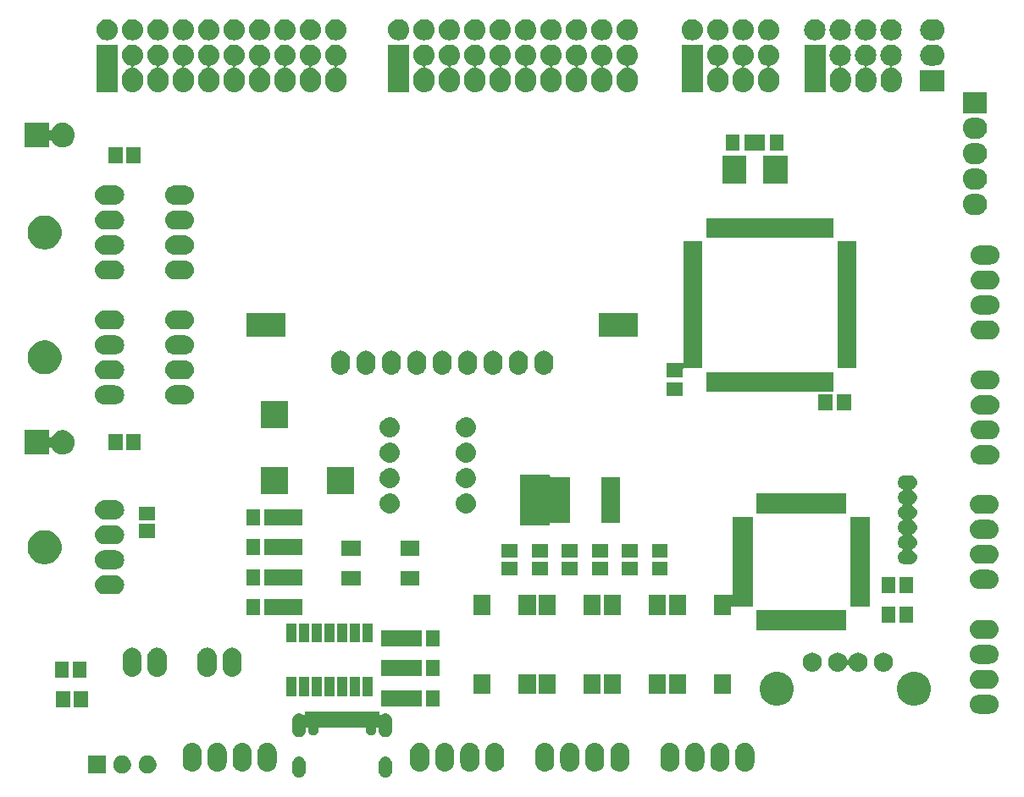
<source format=gbr>
G04 #@! TF.GenerationSoftware,KiCad,Pcbnew,(5.1.4)-1*
G04 #@! TF.CreationDate,2020-02-14T11:52:21+09:00*
G04 #@! TF.ProjectId,stm32f4_Centaurus,73746d33-3266-4345-9f43-656e74617572,rev?*
G04 #@! TF.SameCoordinates,Original*
G04 #@! TF.FileFunction,Soldermask,Top*
G04 #@! TF.FilePolarity,Negative*
%FSLAX46Y46*%
G04 Gerber Fmt 4.6, Leading zero omitted, Abs format (unit mm)*
G04 Created by KiCad (PCBNEW (5.1.4)-1) date 2020-02-14 11:52:21*
%MOMM*%
%LPD*%
G04 APERTURE LIST*
%ADD10C,0.100000*%
G04 APERTURE END LIST*
D10*
G36*
X81045997Y-134448280D02*
G01*
X81057422Y-134449405D01*
X81118684Y-134467989D01*
X81179947Y-134486573D01*
X81292867Y-134546930D01*
X81391843Y-134628157D01*
X81473070Y-134727132D01*
X81533427Y-134840052D01*
X81570595Y-134962578D01*
X81580000Y-135058068D01*
X81580000Y-135921932D01*
X81570595Y-136017422D01*
X81533427Y-136139948D01*
X81473070Y-136252868D01*
X81391843Y-136351843D01*
X81292868Y-136433070D01*
X81179948Y-136493427D01*
X81118685Y-136512011D01*
X81057423Y-136530595D01*
X81045998Y-136531720D01*
X80930000Y-136543145D01*
X80814003Y-136531720D01*
X80802578Y-136530595D01*
X80741316Y-136512011D01*
X80680053Y-136493427D01*
X80567133Y-136433070D01*
X80468158Y-136351843D01*
X80386931Y-136252868D01*
X80326574Y-136139948D01*
X80289405Y-136017422D01*
X80280000Y-135921932D01*
X80280000Y-135058069D01*
X80289405Y-134962579D01*
X80289406Y-134962577D01*
X80326573Y-134840054D01*
X80326573Y-134840053D01*
X80386930Y-134727133D01*
X80468157Y-134628157D01*
X80567132Y-134546930D01*
X80680052Y-134486573D01*
X80741315Y-134467989D01*
X80802577Y-134449405D01*
X80814002Y-134448280D01*
X80930000Y-134436855D01*
X81045997Y-134448280D01*
X81045997Y-134448280D01*
G37*
G36*
X89685997Y-134448280D02*
G01*
X89697422Y-134449405D01*
X89758684Y-134467989D01*
X89819947Y-134486573D01*
X89932867Y-134546930D01*
X90031843Y-134628157D01*
X90113070Y-134727132D01*
X90173427Y-134840052D01*
X90210595Y-134962578D01*
X90220000Y-135058068D01*
X90220000Y-135921932D01*
X90210595Y-136017422D01*
X90173427Y-136139948D01*
X90113070Y-136252868D01*
X90031843Y-136351843D01*
X89932868Y-136433070D01*
X89819948Y-136493427D01*
X89758685Y-136512011D01*
X89697423Y-136530595D01*
X89685998Y-136531720D01*
X89570000Y-136543145D01*
X89454003Y-136531720D01*
X89442578Y-136530595D01*
X89381316Y-136512011D01*
X89320053Y-136493427D01*
X89207133Y-136433070D01*
X89108158Y-136351843D01*
X89026931Y-136252868D01*
X88966574Y-136139948D01*
X88929405Y-136017422D01*
X88920000Y-135921932D01*
X88920000Y-135058069D01*
X88929405Y-134962579D01*
X88929406Y-134962577D01*
X88966573Y-134840054D01*
X88966573Y-134840053D01*
X89026930Y-134727133D01*
X89108157Y-134628157D01*
X89207132Y-134546930D01*
X89320052Y-134486573D01*
X89381315Y-134467989D01*
X89442577Y-134449405D01*
X89454002Y-134448280D01*
X89570000Y-134436855D01*
X89685997Y-134448280D01*
X89685997Y-134448280D01*
G37*
G36*
X61608500Y-136148500D02*
G01*
X59811500Y-136148500D01*
X59811500Y-134351500D01*
X61608500Y-134351500D01*
X61608500Y-136148500D01*
X61608500Y-136148500D01*
G37*
G36*
X63454220Y-134374519D02*
G01*
X63512083Y-134386029D01*
X63675599Y-134453760D01*
X63822760Y-134552090D01*
X63947910Y-134677240D01*
X64046240Y-134824401D01*
X64103476Y-134962579D01*
X64113971Y-134987918D01*
X64148500Y-135161504D01*
X64148500Y-135338496D01*
X64143166Y-135365309D01*
X64113971Y-135512083D01*
X64046240Y-135675599D01*
X63947910Y-135822760D01*
X63822760Y-135947910D01*
X63675599Y-136046240D01*
X63512083Y-136113971D01*
X63454220Y-136125481D01*
X63338496Y-136148500D01*
X63161504Y-136148500D01*
X63045780Y-136125481D01*
X62987917Y-136113971D01*
X62824401Y-136046240D01*
X62677240Y-135947910D01*
X62552090Y-135822760D01*
X62453760Y-135675599D01*
X62386029Y-135512083D01*
X62356834Y-135365309D01*
X62351500Y-135338496D01*
X62351500Y-135161504D01*
X62386029Y-134987918D01*
X62396525Y-134962579D01*
X62453760Y-134824401D01*
X62552090Y-134677240D01*
X62677240Y-134552090D01*
X62824401Y-134453760D01*
X62987917Y-134386029D01*
X63045780Y-134374519D01*
X63161504Y-134351500D01*
X63338496Y-134351500D01*
X63454220Y-134374519D01*
X63454220Y-134374519D01*
G37*
G36*
X65994220Y-134374519D02*
G01*
X66052083Y-134386029D01*
X66215599Y-134453760D01*
X66362760Y-134552090D01*
X66487910Y-134677240D01*
X66586240Y-134824401D01*
X66643476Y-134962579D01*
X66653971Y-134987918D01*
X66688500Y-135161504D01*
X66688500Y-135338496D01*
X66683166Y-135365309D01*
X66653971Y-135512083D01*
X66586240Y-135675599D01*
X66487910Y-135822760D01*
X66362760Y-135947910D01*
X66215599Y-136046240D01*
X66052083Y-136113971D01*
X65994220Y-136125481D01*
X65878496Y-136148500D01*
X65701504Y-136148500D01*
X65585780Y-136125481D01*
X65527917Y-136113971D01*
X65364401Y-136046240D01*
X65217240Y-135947910D01*
X65092090Y-135822760D01*
X64993760Y-135675599D01*
X64926029Y-135512083D01*
X64896834Y-135365309D01*
X64891500Y-135338496D01*
X64891500Y-135161504D01*
X64926029Y-134987918D01*
X64936525Y-134962579D01*
X64993760Y-134824401D01*
X65092090Y-134677240D01*
X65217240Y-134552090D01*
X65364401Y-134453760D01*
X65527917Y-134386029D01*
X65585780Y-134374519D01*
X65701504Y-134351500D01*
X65878496Y-134351500D01*
X65994220Y-134374519D01*
X65994220Y-134374519D01*
G37*
G36*
X75436231Y-133063746D02*
G01*
X75615307Y-133118068D01*
X75615310Y-133118069D01*
X75702831Y-133164850D01*
X75780345Y-133206282D01*
X75825290Y-133243168D01*
X75925002Y-133324998D01*
X76033073Y-133456685D01*
X76043718Y-133469655D01*
X76084780Y-133546477D01*
X76131932Y-133634691D01*
X76186254Y-133813769D01*
X76200000Y-133953334D01*
X76200000Y-135046666D01*
X76186254Y-135186231D01*
X76131932Y-135365309D01*
X76131931Y-135365310D01*
X76053480Y-135512082D01*
X76043717Y-135530346D01*
X75925002Y-135675002D01*
X75793315Y-135783073D01*
X75780345Y-135793718D01*
X75726015Y-135822758D01*
X75615309Y-135881932D01*
X75525770Y-135909093D01*
X75436232Y-135936254D01*
X75250000Y-135954596D01*
X75063769Y-135936254D01*
X74974231Y-135909093D01*
X74884692Y-135881932D01*
X74773986Y-135822758D01*
X74719656Y-135793718D01*
X74706686Y-135783073D01*
X74574999Y-135675002D01*
X74456284Y-135530346D01*
X74446522Y-135512082D01*
X74368069Y-135365308D01*
X74313747Y-135186232D01*
X74313747Y-135186231D01*
X74313746Y-135186229D01*
X74300000Y-135046666D01*
X74300000Y-133953335D01*
X74313746Y-133813770D01*
X74313747Y-133813768D01*
X74368068Y-133634693D01*
X74368069Y-133634690D01*
X74414850Y-133547169D01*
X74456282Y-133469655D01*
X74493168Y-133424710D01*
X74574998Y-133324998D01*
X74719654Y-133206283D01*
X74719653Y-133206283D01*
X74719655Y-133206282D01*
X74796477Y-133165220D01*
X74884691Y-133118068D01*
X74974230Y-133090907D01*
X75063768Y-133063746D01*
X75250000Y-133045404D01*
X75436231Y-133063746D01*
X75436231Y-133063746D01*
G37*
G36*
X72936231Y-133063746D02*
G01*
X73115307Y-133118068D01*
X73115310Y-133118069D01*
X73202831Y-133164850D01*
X73280345Y-133206282D01*
X73325290Y-133243168D01*
X73425002Y-133324998D01*
X73533073Y-133456685D01*
X73543718Y-133469655D01*
X73584780Y-133546477D01*
X73631932Y-133634691D01*
X73686254Y-133813769D01*
X73700000Y-133953334D01*
X73700000Y-135046666D01*
X73686254Y-135186231D01*
X73631932Y-135365309D01*
X73631931Y-135365310D01*
X73553480Y-135512082D01*
X73543717Y-135530346D01*
X73425002Y-135675002D01*
X73293315Y-135783073D01*
X73280345Y-135793718D01*
X73226015Y-135822758D01*
X73115309Y-135881932D01*
X73025770Y-135909093D01*
X72936232Y-135936254D01*
X72750000Y-135954596D01*
X72563769Y-135936254D01*
X72474231Y-135909093D01*
X72384692Y-135881932D01*
X72273986Y-135822758D01*
X72219656Y-135793718D01*
X72206686Y-135783073D01*
X72074999Y-135675002D01*
X71956284Y-135530346D01*
X71946522Y-135512082D01*
X71868069Y-135365308D01*
X71813747Y-135186232D01*
X71813747Y-135186231D01*
X71813746Y-135186229D01*
X71800000Y-135046666D01*
X71800000Y-133953335D01*
X71813746Y-133813770D01*
X71813747Y-133813768D01*
X71868068Y-133634693D01*
X71868069Y-133634690D01*
X71914850Y-133547169D01*
X71956282Y-133469655D01*
X71993168Y-133424710D01*
X72074998Y-133324998D01*
X72219654Y-133206283D01*
X72219653Y-133206283D01*
X72219655Y-133206282D01*
X72296477Y-133165220D01*
X72384691Y-133118068D01*
X72474230Y-133090907D01*
X72563768Y-133063746D01*
X72750000Y-133045404D01*
X72936231Y-133063746D01*
X72936231Y-133063746D01*
G37*
G36*
X70436231Y-133063746D02*
G01*
X70615307Y-133118068D01*
X70615310Y-133118069D01*
X70702831Y-133164850D01*
X70780345Y-133206282D01*
X70825290Y-133243168D01*
X70925002Y-133324998D01*
X71033073Y-133456685D01*
X71043718Y-133469655D01*
X71084780Y-133546477D01*
X71131932Y-133634691D01*
X71186254Y-133813769D01*
X71200000Y-133953334D01*
X71200000Y-135046666D01*
X71186254Y-135186231D01*
X71131932Y-135365309D01*
X71131931Y-135365310D01*
X71053480Y-135512082D01*
X71043717Y-135530346D01*
X70925002Y-135675002D01*
X70793315Y-135783073D01*
X70780345Y-135793718D01*
X70726015Y-135822758D01*
X70615309Y-135881932D01*
X70525770Y-135909093D01*
X70436232Y-135936254D01*
X70250000Y-135954596D01*
X70063769Y-135936254D01*
X69974231Y-135909093D01*
X69884692Y-135881932D01*
X69773986Y-135822758D01*
X69719656Y-135793718D01*
X69706686Y-135783073D01*
X69574999Y-135675002D01*
X69456284Y-135530346D01*
X69446522Y-135512082D01*
X69368069Y-135365308D01*
X69313747Y-135186232D01*
X69313747Y-135186231D01*
X69313746Y-135186229D01*
X69300000Y-135046666D01*
X69300000Y-133953335D01*
X69313746Y-133813770D01*
X69313747Y-133813768D01*
X69368068Y-133634693D01*
X69368069Y-133634690D01*
X69414850Y-133547169D01*
X69456282Y-133469655D01*
X69493168Y-133424710D01*
X69574998Y-133324998D01*
X69719654Y-133206283D01*
X69719653Y-133206283D01*
X69719655Y-133206282D01*
X69796477Y-133165220D01*
X69884691Y-133118068D01*
X69974230Y-133090907D01*
X70063768Y-133063746D01*
X70250000Y-133045404D01*
X70436231Y-133063746D01*
X70436231Y-133063746D01*
G37*
G36*
X118186231Y-133063746D02*
G01*
X118365307Y-133118068D01*
X118365310Y-133118069D01*
X118452831Y-133164850D01*
X118530345Y-133206282D01*
X118575290Y-133243168D01*
X118675002Y-133324998D01*
X118783073Y-133456685D01*
X118793718Y-133469655D01*
X118834780Y-133546477D01*
X118881932Y-133634691D01*
X118936254Y-133813769D01*
X118950000Y-133953334D01*
X118950000Y-135046666D01*
X118936254Y-135186231D01*
X118881932Y-135365309D01*
X118881931Y-135365310D01*
X118803480Y-135512082D01*
X118793717Y-135530346D01*
X118675002Y-135675002D01*
X118543315Y-135783073D01*
X118530345Y-135793718D01*
X118476015Y-135822758D01*
X118365309Y-135881932D01*
X118275770Y-135909093D01*
X118186232Y-135936254D01*
X118000000Y-135954596D01*
X117813769Y-135936254D01*
X117724231Y-135909093D01*
X117634692Y-135881932D01*
X117523986Y-135822758D01*
X117469656Y-135793718D01*
X117456686Y-135783073D01*
X117324999Y-135675002D01*
X117206284Y-135530346D01*
X117196522Y-135512082D01*
X117118069Y-135365308D01*
X117063747Y-135186232D01*
X117063747Y-135186231D01*
X117063746Y-135186229D01*
X117050000Y-135046666D01*
X117050000Y-133953335D01*
X117063746Y-133813770D01*
X117063747Y-133813768D01*
X117118068Y-133634693D01*
X117118069Y-133634690D01*
X117164850Y-133547169D01*
X117206282Y-133469655D01*
X117243168Y-133424710D01*
X117324998Y-133324998D01*
X117469654Y-133206283D01*
X117469653Y-133206283D01*
X117469655Y-133206282D01*
X117546477Y-133165220D01*
X117634691Y-133118068D01*
X117724230Y-133090907D01*
X117813768Y-133063746D01*
X118000000Y-133045404D01*
X118186231Y-133063746D01*
X118186231Y-133063746D01*
G37*
G36*
X120686231Y-133063746D02*
G01*
X120865307Y-133118068D01*
X120865310Y-133118069D01*
X120952831Y-133164850D01*
X121030345Y-133206282D01*
X121075290Y-133243168D01*
X121175002Y-133324998D01*
X121283073Y-133456685D01*
X121293718Y-133469655D01*
X121334780Y-133546477D01*
X121381932Y-133634691D01*
X121436254Y-133813769D01*
X121450000Y-133953334D01*
X121450000Y-135046666D01*
X121436254Y-135186231D01*
X121381932Y-135365309D01*
X121381931Y-135365310D01*
X121303480Y-135512082D01*
X121293717Y-135530346D01*
X121175002Y-135675002D01*
X121043315Y-135783073D01*
X121030345Y-135793718D01*
X120976015Y-135822758D01*
X120865309Y-135881932D01*
X120775770Y-135909093D01*
X120686232Y-135936254D01*
X120500000Y-135954596D01*
X120313769Y-135936254D01*
X120224231Y-135909093D01*
X120134692Y-135881932D01*
X120023986Y-135822758D01*
X119969656Y-135793718D01*
X119956686Y-135783073D01*
X119824999Y-135675002D01*
X119706284Y-135530346D01*
X119696522Y-135512082D01*
X119618069Y-135365308D01*
X119563747Y-135186232D01*
X119563747Y-135186231D01*
X119563746Y-135186229D01*
X119550000Y-135046666D01*
X119550000Y-133953335D01*
X119563746Y-133813770D01*
X119563747Y-133813768D01*
X119618068Y-133634693D01*
X119618069Y-133634690D01*
X119664850Y-133547169D01*
X119706282Y-133469655D01*
X119743168Y-133424710D01*
X119824998Y-133324998D01*
X119969654Y-133206283D01*
X119969653Y-133206283D01*
X119969655Y-133206282D01*
X120046477Y-133165220D01*
X120134691Y-133118068D01*
X120224230Y-133090907D01*
X120313768Y-133063746D01*
X120500000Y-133045404D01*
X120686231Y-133063746D01*
X120686231Y-133063746D01*
G37*
G36*
X123186231Y-133063746D02*
G01*
X123365307Y-133118068D01*
X123365310Y-133118069D01*
X123452831Y-133164850D01*
X123530345Y-133206282D01*
X123575290Y-133243168D01*
X123675002Y-133324998D01*
X123783073Y-133456685D01*
X123793718Y-133469655D01*
X123834780Y-133546477D01*
X123881932Y-133634691D01*
X123936254Y-133813769D01*
X123950000Y-133953334D01*
X123950000Y-135046666D01*
X123936254Y-135186231D01*
X123881932Y-135365309D01*
X123881931Y-135365310D01*
X123803480Y-135512082D01*
X123793717Y-135530346D01*
X123675002Y-135675002D01*
X123543315Y-135783073D01*
X123530345Y-135793718D01*
X123476015Y-135822758D01*
X123365309Y-135881932D01*
X123275770Y-135909093D01*
X123186232Y-135936254D01*
X123000000Y-135954596D01*
X122813769Y-135936254D01*
X122724231Y-135909093D01*
X122634692Y-135881932D01*
X122523986Y-135822758D01*
X122469656Y-135793718D01*
X122456686Y-135783073D01*
X122324999Y-135675002D01*
X122206284Y-135530346D01*
X122196522Y-135512082D01*
X122118069Y-135365308D01*
X122063747Y-135186232D01*
X122063747Y-135186231D01*
X122063746Y-135186229D01*
X122050000Y-135046666D01*
X122050000Y-133953335D01*
X122063746Y-133813770D01*
X122063747Y-133813768D01*
X122118068Y-133634693D01*
X122118069Y-133634690D01*
X122164850Y-133547169D01*
X122206282Y-133469655D01*
X122243168Y-133424710D01*
X122324998Y-133324998D01*
X122469654Y-133206283D01*
X122469653Y-133206283D01*
X122469655Y-133206282D01*
X122546477Y-133165220D01*
X122634691Y-133118068D01*
X122724230Y-133090907D01*
X122813768Y-133063746D01*
X123000000Y-133045404D01*
X123186231Y-133063746D01*
X123186231Y-133063746D01*
G37*
G36*
X125686231Y-133063746D02*
G01*
X125865307Y-133118068D01*
X125865310Y-133118069D01*
X125952831Y-133164850D01*
X126030345Y-133206282D01*
X126075290Y-133243168D01*
X126175002Y-133324998D01*
X126283073Y-133456685D01*
X126293718Y-133469655D01*
X126334780Y-133546477D01*
X126381932Y-133634691D01*
X126436254Y-133813769D01*
X126450000Y-133953334D01*
X126450000Y-135046666D01*
X126436254Y-135186231D01*
X126381932Y-135365309D01*
X126381931Y-135365310D01*
X126303480Y-135512082D01*
X126293717Y-135530346D01*
X126175002Y-135675002D01*
X126043315Y-135783073D01*
X126030345Y-135793718D01*
X125976015Y-135822758D01*
X125865309Y-135881932D01*
X125775770Y-135909093D01*
X125686232Y-135936254D01*
X125500000Y-135954596D01*
X125313769Y-135936254D01*
X125224231Y-135909093D01*
X125134692Y-135881932D01*
X125023986Y-135822758D01*
X124969656Y-135793718D01*
X124956686Y-135783073D01*
X124824999Y-135675002D01*
X124706284Y-135530346D01*
X124696522Y-135512082D01*
X124618069Y-135365308D01*
X124563747Y-135186232D01*
X124563747Y-135186231D01*
X124563746Y-135186229D01*
X124550000Y-135046666D01*
X124550000Y-133953335D01*
X124563746Y-133813770D01*
X124563747Y-133813768D01*
X124618068Y-133634693D01*
X124618069Y-133634690D01*
X124664850Y-133547169D01*
X124706282Y-133469655D01*
X124743168Y-133424710D01*
X124824998Y-133324998D01*
X124969654Y-133206283D01*
X124969653Y-133206283D01*
X124969655Y-133206282D01*
X125046477Y-133165220D01*
X125134691Y-133118068D01*
X125224230Y-133090907D01*
X125313768Y-133063746D01*
X125500000Y-133045404D01*
X125686231Y-133063746D01*
X125686231Y-133063746D01*
G37*
G36*
X110686231Y-133063746D02*
G01*
X110865307Y-133118068D01*
X110865310Y-133118069D01*
X110952831Y-133164850D01*
X111030345Y-133206282D01*
X111075290Y-133243168D01*
X111175002Y-133324998D01*
X111283073Y-133456685D01*
X111293718Y-133469655D01*
X111334780Y-133546477D01*
X111381932Y-133634691D01*
X111436254Y-133813769D01*
X111450000Y-133953334D01*
X111450000Y-135046666D01*
X111436254Y-135186231D01*
X111381932Y-135365309D01*
X111381931Y-135365310D01*
X111303480Y-135512082D01*
X111293717Y-135530346D01*
X111175002Y-135675002D01*
X111043315Y-135783073D01*
X111030345Y-135793718D01*
X110976015Y-135822758D01*
X110865309Y-135881932D01*
X110775770Y-135909093D01*
X110686232Y-135936254D01*
X110500000Y-135954596D01*
X110313769Y-135936254D01*
X110224231Y-135909093D01*
X110134692Y-135881932D01*
X110023986Y-135822758D01*
X109969656Y-135793718D01*
X109956686Y-135783073D01*
X109824999Y-135675002D01*
X109706284Y-135530346D01*
X109696522Y-135512082D01*
X109618069Y-135365308D01*
X109563747Y-135186232D01*
X109563747Y-135186231D01*
X109563746Y-135186229D01*
X109550000Y-135046666D01*
X109550000Y-133953335D01*
X109563746Y-133813770D01*
X109563747Y-133813768D01*
X109618068Y-133634693D01*
X109618069Y-133634690D01*
X109664850Y-133547169D01*
X109706282Y-133469655D01*
X109743168Y-133424710D01*
X109824998Y-133324998D01*
X109969654Y-133206283D01*
X109969653Y-133206283D01*
X109969655Y-133206282D01*
X110046477Y-133165220D01*
X110134691Y-133118068D01*
X110224230Y-133090907D01*
X110313768Y-133063746D01*
X110500000Y-133045404D01*
X110686231Y-133063746D01*
X110686231Y-133063746D01*
G37*
G36*
X105686231Y-133063746D02*
G01*
X105865307Y-133118068D01*
X105865310Y-133118069D01*
X105952831Y-133164850D01*
X106030345Y-133206282D01*
X106075290Y-133243168D01*
X106175002Y-133324998D01*
X106283073Y-133456685D01*
X106293718Y-133469655D01*
X106334780Y-133546477D01*
X106381932Y-133634691D01*
X106436254Y-133813769D01*
X106450000Y-133953334D01*
X106450000Y-135046666D01*
X106436254Y-135186231D01*
X106381932Y-135365309D01*
X106381931Y-135365310D01*
X106303480Y-135512082D01*
X106293717Y-135530346D01*
X106175002Y-135675002D01*
X106043315Y-135783073D01*
X106030345Y-135793718D01*
X105976015Y-135822758D01*
X105865309Y-135881932D01*
X105775770Y-135909093D01*
X105686232Y-135936254D01*
X105500000Y-135954596D01*
X105313769Y-135936254D01*
X105224231Y-135909093D01*
X105134692Y-135881932D01*
X105023986Y-135822758D01*
X104969656Y-135793718D01*
X104956686Y-135783073D01*
X104824999Y-135675002D01*
X104706284Y-135530346D01*
X104696522Y-135512082D01*
X104618069Y-135365308D01*
X104563747Y-135186232D01*
X104563747Y-135186231D01*
X104563746Y-135186229D01*
X104550000Y-135046666D01*
X104550000Y-133953335D01*
X104563746Y-133813770D01*
X104563747Y-133813768D01*
X104618068Y-133634693D01*
X104618069Y-133634690D01*
X104664850Y-133547169D01*
X104706282Y-133469655D01*
X104743168Y-133424710D01*
X104824998Y-133324998D01*
X104969654Y-133206283D01*
X104969653Y-133206283D01*
X104969655Y-133206282D01*
X105046477Y-133165220D01*
X105134691Y-133118068D01*
X105224230Y-133090907D01*
X105313768Y-133063746D01*
X105500000Y-133045404D01*
X105686231Y-133063746D01*
X105686231Y-133063746D01*
G37*
G36*
X93186231Y-133063746D02*
G01*
X93365307Y-133118068D01*
X93365310Y-133118069D01*
X93452831Y-133164850D01*
X93530345Y-133206282D01*
X93575290Y-133243168D01*
X93675002Y-133324998D01*
X93783073Y-133456685D01*
X93793718Y-133469655D01*
X93834780Y-133546477D01*
X93881932Y-133634691D01*
X93936254Y-133813769D01*
X93950000Y-133953334D01*
X93950000Y-135046666D01*
X93936254Y-135186231D01*
X93881932Y-135365309D01*
X93881931Y-135365310D01*
X93803480Y-135512082D01*
X93793717Y-135530346D01*
X93675002Y-135675002D01*
X93543315Y-135783073D01*
X93530345Y-135793718D01*
X93476015Y-135822758D01*
X93365309Y-135881932D01*
X93275770Y-135909093D01*
X93186232Y-135936254D01*
X93000000Y-135954596D01*
X92813769Y-135936254D01*
X92724231Y-135909093D01*
X92634692Y-135881932D01*
X92523986Y-135822758D01*
X92469656Y-135793718D01*
X92456686Y-135783073D01*
X92324999Y-135675002D01*
X92206284Y-135530346D01*
X92196522Y-135512082D01*
X92118069Y-135365308D01*
X92063747Y-135186232D01*
X92063747Y-135186231D01*
X92063746Y-135186229D01*
X92050000Y-135046666D01*
X92050000Y-133953335D01*
X92063746Y-133813770D01*
X92063747Y-133813768D01*
X92118068Y-133634693D01*
X92118069Y-133634690D01*
X92164850Y-133547169D01*
X92206282Y-133469655D01*
X92243168Y-133424710D01*
X92324998Y-133324998D01*
X92469654Y-133206283D01*
X92469653Y-133206283D01*
X92469655Y-133206282D01*
X92546477Y-133165220D01*
X92634691Y-133118068D01*
X92724230Y-133090907D01*
X92813768Y-133063746D01*
X93000000Y-133045404D01*
X93186231Y-133063746D01*
X93186231Y-133063746D01*
G37*
G36*
X95686231Y-133063746D02*
G01*
X95865307Y-133118068D01*
X95865310Y-133118069D01*
X95952831Y-133164850D01*
X96030345Y-133206282D01*
X96075290Y-133243168D01*
X96175002Y-133324998D01*
X96283073Y-133456685D01*
X96293718Y-133469655D01*
X96334780Y-133546477D01*
X96381932Y-133634691D01*
X96436254Y-133813769D01*
X96450000Y-133953334D01*
X96450000Y-135046666D01*
X96436254Y-135186231D01*
X96381932Y-135365309D01*
X96381931Y-135365310D01*
X96303480Y-135512082D01*
X96293717Y-135530346D01*
X96175002Y-135675002D01*
X96043315Y-135783073D01*
X96030345Y-135793718D01*
X95976015Y-135822758D01*
X95865309Y-135881932D01*
X95775770Y-135909093D01*
X95686232Y-135936254D01*
X95500000Y-135954596D01*
X95313769Y-135936254D01*
X95224231Y-135909093D01*
X95134692Y-135881932D01*
X95023986Y-135822758D01*
X94969656Y-135793718D01*
X94956686Y-135783073D01*
X94824999Y-135675002D01*
X94706284Y-135530346D01*
X94696522Y-135512082D01*
X94618069Y-135365308D01*
X94563747Y-135186232D01*
X94563747Y-135186231D01*
X94563746Y-135186229D01*
X94550000Y-135046666D01*
X94550000Y-133953335D01*
X94563746Y-133813770D01*
X94563747Y-133813768D01*
X94618068Y-133634693D01*
X94618069Y-133634690D01*
X94664850Y-133547169D01*
X94706282Y-133469655D01*
X94743168Y-133424710D01*
X94824998Y-133324998D01*
X94969654Y-133206283D01*
X94969653Y-133206283D01*
X94969655Y-133206282D01*
X95046477Y-133165220D01*
X95134691Y-133118068D01*
X95224230Y-133090907D01*
X95313768Y-133063746D01*
X95500000Y-133045404D01*
X95686231Y-133063746D01*
X95686231Y-133063746D01*
G37*
G36*
X98186231Y-133063746D02*
G01*
X98365307Y-133118068D01*
X98365310Y-133118069D01*
X98452831Y-133164850D01*
X98530345Y-133206282D01*
X98575290Y-133243168D01*
X98675002Y-133324998D01*
X98783073Y-133456685D01*
X98793718Y-133469655D01*
X98834780Y-133546477D01*
X98881932Y-133634691D01*
X98936254Y-133813769D01*
X98950000Y-133953334D01*
X98950000Y-135046666D01*
X98936254Y-135186231D01*
X98881932Y-135365309D01*
X98881931Y-135365310D01*
X98803480Y-135512082D01*
X98793717Y-135530346D01*
X98675002Y-135675002D01*
X98543315Y-135783073D01*
X98530345Y-135793718D01*
X98476015Y-135822758D01*
X98365309Y-135881932D01*
X98275770Y-135909093D01*
X98186232Y-135936254D01*
X98000000Y-135954596D01*
X97813769Y-135936254D01*
X97724231Y-135909093D01*
X97634692Y-135881932D01*
X97523986Y-135822758D01*
X97469656Y-135793718D01*
X97456686Y-135783073D01*
X97324999Y-135675002D01*
X97206284Y-135530346D01*
X97196522Y-135512082D01*
X97118069Y-135365308D01*
X97063747Y-135186232D01*
X97063747Y-135186231D01*
X97063746Y-135186229D01*
X97050000Y-135046666D01*
X97050000Y-133953335D01*
X97063746Y-133813770D01*
X97063747Y-133813768D01*
X97118068Y-133634693D01*
X97118069Y-133634690D01*
X97164850Y-133547169D01*
X97206282Y-133469655D01*
X97243168Y-133424710D01*
X97324998Y-133324998D01*
X97469654Y-133206283D01*
X97469653Y-133206283D01*
X97469655Y-133206282D01*
X97546477Y-133165220D01*
X97634691Y-133118068D01*
X97724230Y-133090907D01*
X97813768Y-133063746D01*
X98000000Y-133045404D01*
X98186231Y-133063746D01*
X98186231Y-133063746D01*
G37*
G36*
X100686231Y-133063746D02*
G01*
X100865307Y-133118068D01*
X100865310Y-133118069D01*
X100952831Y-133164850D01*
X101030345Y-133206282D01*
X101075290Y-133243168D01*
X101175002Y-133324998D01*
X101283073Y-133456685D01*
X101293718Y-133469655D01*
X101334780Y-133546477D01*
X101381932Y-133634691D01*
X101436254Y-133813769D01*
X101450000Y-133953334D01*
X101450000Y-135046666D01*
X101436254Y-135186231D01*
X101381932Y-135365309D01*
X101381931Y-135365310D01*
X101303480Y-135512082D01*
X101293717Y-135530346D01*
X101175002Y-135675002D01*
X101043315Y-135783073D01*
X101030345Y-135793718D01*
X100976015Y-135822758D01*
X100865309Y-135881932D01*
X100775770Y-135909093D01*
X100686232Y-135936254D01*
X100500000Y-135954596D01*
X100313769Y-135936254D01*
X100224231Y-135909093D01*
X100134692Y-135881932D01*
X100023986Y-135822758D01*
X99969656Y-135793718D01*
X99956686Y-135783073D01*
X99824999Y-135675002D01*
X99706284Y-135530346D01*
X99696522Y-135512082D01*
X99618069Y-135365308D01*
X99563747Y-135186232D01*
X99563747Y-135186231D01*
X99563746Y-135186229D01*
X99550000Y-135046666D01*
X99550000Y-133953335D01*
X99563746Y-133813770D01*
X99563747Y-133813768D01*
X99618068Y-133634693D01*
X99618069Y-133634690D01*
X99664850Y-133547169D01*
X99706282Y-133469655D01*
X99743168Y-133424710D01*
X99824998Y-133324998D01*
X99969654Y-133206283D01*
X99969653Y-133206283D01*
X99969655Y-133206282D01*
X100046477Y-133165220D01*
X100134691Y-133118068D01*
X100224230Y-133090907D01*
X100313768Y-133063746D01*
X100500000Y-133045404D01*
X100686231Y-133063746D01*
X100686231Y-133063746D01*
G37*
G36*
X77936231Y-133063746D02*
G01*
X78115307Y-133118068D01*
X78115310Y-133118069D01*
X78202831Y-133164850D01*
X78280345Y-133206282D01*
X78325290Y-133243168D01*
X78425002Y-133324998D01*
X78533073Y-133456685D01*
X78543718Y-133469655D01*
X78584780Y-133546477D01*
X78631932Y-133634691D01*
X78686254Y-133813769D01*
X78700000Y-133953334D01*
X78700000Y-135046666D01*
X78686254Y-135186231D01*
X78631932Y-135365309D01*
X78631931Y-135365310D01*
X78553480Y-135512082D01*
X78543717Y-135530346D01*
X78425002Y-135675002D01*
X78293315Y-135783073D01*
X78280345Y-135793718D01*
X78226015Y-135822758D01*
X78115309Y-135881932D01*
X78025770Y-135909093D01*
X77936232Y-135936254D01*
X77750000Y-135954596D01*
X77563769Y-135936254D01*
X77474231Y-135909093D01*
X77384692Y-135881932D01*
X77273986Y-135822758D01*
X77219656Y-135793718D01*
X77206686Y-135783073D01*
X77074999Y-135675002D01*
X76956284Y-135530346D01*
X76946522Y-135512082D01*
X76868069Y-135365308D01*
X76813747Y-135186232D01*
X76813747Y-135186231D01*
X76813746Y-135186229D01*
X76800000Y-135046666D01*
X76800000Y-133953335D01*
X76813746Y-133813770D01*
X76813747Y-133813768D01*
X76868068Y-133634693D01*
X76868069Y-133634690D01*
X76914850Y-133547169D01*
X76956282Y-133469655D01*
X76993168Y-133424710D01*
X77074998Y-133324998D01*
X77219654Y-133206283D01*
X77219653Y-133206283D01*
X77219655Y-133206282D01*
X77296477Y-133165220D01*
X77384691Y-133118068D01*
X77474230Y-133090907D01*
X77563768Y-133063746D01*
X77750000Y-133045404D01*
X77936231Y-133063746D01*
X77936231Y-133063746D01*
G37*
G36*
X113186231Y-133063746D02*
G01*
X113365307Y-133118068D01*
X113365310Y-133118069D01*
X113452831Y-133164850D01*
X113530345Y-133206282D01*
X113575290Y-133243168D01*
X113675002Y-133324998D01*
X113783073Y-133456685D01*
X113793718Y-133469655D01*
X113834780Y-133546477D01*
X113881932Y-133634691D01*
X113936254Y-133813769D01*
X113950000Y-133953334D01*
X113950000Y-135046666D01*
X113936254Y-135186231D01*
X113881932Y-135365309D01*
X113881931Y-135365310D01*
X113803480Y-135512082D01*
X113793717Y-135530346D01*
X113675002Y-135675002D01*
X113543315Y-135783073D01*
X113530345Y-135793718D01*
X113476015Y-135822758D01*
X113365309Y-135881932D01*
X113275770Y-135909093D01*
X113186232Y-135936254D01*
X113000000Y-135954596D01*
X112813769Y-135936254D01*
X112724231Y-135909093D01*
X112634692Y-135881932D01*
X112523986Y-135822758D01*
X112469656Y-135793718D01*
X112456686Y-135783073D01*
X112324999Y-135675002D01*
X112206284Y-135530346D01*
X112196522Y-135512082D01*
X112118069Y-135365308D01*
X112063747Y-135186232D01*
X112063747Y-135186231D01*
X112063746Y-135186229D01*
X112050000Y-135046666D01*
X112050000Y-133953335D01*
X112063746Y-133813770D01*
X112063747Y-133813768D01*
X112118068Y-133634693D01*
X112118069Y-133634690D01*
X112164850Y-133547169D01*
X112206282Y-133469655D01*
X112243168Y-133424710D01*
X112324998Y-133324998D01*
X112469654Y-133206283D01*
X112469653Y-133206283D01*
X112469655Y-133206282D01*
X112546477Y-133165220D01*
X112634691Y-133118068D01*
X112724230Y-133090907D01*
X112813768Y-133063746D01*
X113000000Y-133045404D01*
X113186231Y-133063746D01*
X113186231Y-133063746D01*
G37*
G36*
X108186231Y-133063746D02*
G01*
X108365307Y-133118068D01*
X108365310Y-133118069D01*
X108452831Y-133164850D01*
X108530345Y-133206282D01*
X108575290Y-133243168D01*
X108675002Y-133324998D01*
X108783073Y-133456685D01*
X108793718Y-133469655D01*
X108834780Y-133546477D01*
X108881932Y-133634691D01*
X108936254Y-133813769D01*
X108950000Y-133953334D01*
X108950000Y-135046666D01*
X108936254Y-135186231D01*
X108881932Y-135365309D01*
X108881931Y-135365310D01*
X108803480Y-135512082D01*
X108793717Y-135530346D01*
X108675002Y-135675002D01*
X108543315Y-135783073D01*
X108530345Y-135793718D01*
X108476015Y-135822758D01*
X108365309Y-135881932D01*
X108275770Y-135909093D01*
X108186232Y-135936254D01*
X108000000Y-135954596D01*
X107813769Y-135936254D01*
X107724231Y-135909093D01*
X107634692Y-135881932D01*
X107523986Y-135822758D01*
X107469656Y-135793718D01*
X107456686Y-135783073D01*
X107324999Y-135675002D01*
X107206284Y-135530346D01*
X107196522Y-135512082D01*
X107118069Y-135365308D01*
X107063747Y-135186232D01*
X107063747Y-135186231D01*
X107063746Y-135186229D01*
X107050000Y-135046666D01*
X107050000Y-133953335D01*
X107063746Y-133813770D01*
X107063747Y-133813768D01*
X107118068Y-133634693D01*
X107118069Y-133634690D01*
X107164850Y-133547169D01*
X107206282Y-133469655D01*
X107243168Y-133424710D01*
X107324998Y-133324998D01*
X107469654Y-133206283D01*
X107469653Y-133206283D01*
X107469655Y-133206282D01*
X107546477Y-133165220D01*
X107634691Y-133118068D01*
X107724230Y-133090907D01*
X107813768Y-133063746D01*
X108000000Y-133045404D01*
X108186231Y-133063746D01*
X108186231Y-133063746D01*
G37*
G36*
X88950000Y-130173666D02*
G01*
X88952402Y-130198052D01*
X88959515Y-130221501D01*
X88971066Y-130243112D01*
X88986611Y-130262054D01*
X89005553Y-130277599D01*
X89027164Y-130289150D01*
X89050613Y-130296263D01*
X89074999Y-130298665D01*
X89099385Y-130296263D01*
X89122834Y-130289150D01*
X89144445Y-130277599D01*
X89154272Y-130270312D01*
X89207132Y-130226930D01*
X89320052Y-130166573D01*
X89381315Y-130147989D01*
X89442577Y-130129405D01*
X89454002Y-130128280D01*
X89570000Y-130116855D01*
X89685997Y-130128280D01*
X89697422Y-130129405D01*
X89758684Y-130147989D01*
X89819947Y-130166573D01*
X89932867Y-130226930D01*
X90031843Y-130308157D01*
X90113070Y-130407132D01*
X90173427Y-130520052D01*
X90210595Y-130642578D01*
X90220000Y-130738068D01*
X90220000Y-131901932D01*
X90210595Y-131997422D01*
X90173427Y-132119948D01*
X90113070Y-132232868D01*
X90031843Y-132331843D01*
X89932868Y-132413070D01*
X89819948Y-132473427D01*
X89758685Y-132492011D01*
X89697423Y-132510595D01*
X89685998Y-132511720D01*
X89570000Y-132523145D01*
X89454003Y-132511720D01*
X89442578Y-132510595D01*
X89381316Y-132492011D01*
X89320053Y-132473427D01*
X89207133Y-132413070D01*
X89108158Y-132331843D01*
X89026931Y-132232868D01*
X88966574Y-132119948D01*
X88929406Y-131997422D01*
X88920001Y-131901932D01*
X88920001Y-131644997D01*
X88917599Y-131620613D01*
X88910486Y-131597164D01*
X88898935Y-131575553D01*
X88883390Y-131556611D01*
X88864448Y-131541066D01*
X88842837Y-131529515D01*
X88819388Y-131522402D01*
X88795002Y-131520000D01*
X88746412Y-131520000D01*
X88722026Y-131522402D01*
X88698577Y-131529515D01*
X88676966Y-131541066D01*
X88658024Y-131556611D01*
X88642479Y-131575553D01*
X88630928Y-131597164D01*
X88623815Y-131620613D01*
X88621413Y-131644999D01*
X88623815Y-131669385D01*
X88640000Y-131750753D01*
X88640000Y-131849247D01*
X88620786Y-131945843D01*
X88620785Y-131945845D01*
X88583094Y-132036839D01*
X88528375Y-132118731D01*
X88458731Y-132188375D01*
X88376839Y-132243094D01*
X88376838Y-132243095D01*
X88376837Y-132243095D01*
X88285843Y-132280786D01*
X88189247Y-132300000D01*
X88090753Y-132300000D01*
X87994157Y-132280786D01*
X87903163Y-132243095D01*
X87903162Y-132243095D01*
X87903161Y-132243094D01*
X87821269Y-132188375D01*
X87751625Y-132118731D01*
X87696906Y-132036839D01*
X87659215Y-131945845D01*
X87659214Y-131945843D01*
X87640000Y-131849247D01*
X87640000Y-131750753D01*
X87656185Y-131669385D01*
X87658587Y-131644999D01*
X87656185Y-131620613D01*
X87649072Y-131597164D01*
X87637521Y-131575553D01*
X87621975Y-131556611D01*
X87603034Y-131541066D01*
X87581423Y-131529515D01*
X87557974Y-131522402D01*
X87533588Y-131520000D01*
X82966412Y-131520000D01*
X82942026Y-131522402D01*
X82918577Y-131529515D01*
X82896966Y-131541066D01*
X82878024Y-131556611D01*
X82862479Y-131575553D01*
X82850928Y-131597164D01*
X82843815Y-131620613D01*
X82841413Y-131644999D01*
X82843815Y-131669385D01*
X82860000Y-131750753D01*
X82860000Y-131849247D01*
X82840786Y-131945843D01*
X82840785Y-131945845D01*
X82803094Y-132036839D01*
X82748375Y-132118731D01*
X82678731Y-132188375D01*
X82596839Y-132243094D01*
X82596838Y-132243095D01*
X82596837Y-132243095D01*
X82505843Y-132280786D01*
X82409247Y-132300000D01*
X82310753Y-132300000D01*
X82214157Y-132280786D01*
X82123163Y-132243095D01*
X82123162Y-132243095D01*
X82123161Y-132243094D01*
X82041269Y-132188375D01*
X81971625Y-132118731D01*
X81916906Y-132036839D01*
X81879215Y-131945845D01*
X81879214Y-131945843D01*
X81860000Y-131849247D01*
X81860000Y-131750753D01*
X81876185Y-131669385D01*
X81878587Y-131644999D01*
X81876185Y-131620613D01*
X81869072Y-131597164D01*
X81857521Y-131575553D01*
X81841975Y-131556611D01*
X81823034Y-131541066D01*
X81801423Y-131529515D01*
X81777974Y-131522402D01*
X81753588Y-131520000D01*
X81704999Y-131520000D01*
X81680613Y-131522402D01*
X81657164Y-131529515D01*
X81635553Y-131541066D01*
X81616611Y-131556611D01*
X81601066Y-131575553D01*
X81589515Y-131597164D01*
X81582402Y-131620613D01*
X81580000Y-131644999D01*
X81580000Y-131901932D01*
X81570595Y-131997422D01*
X81533427Y-132119948D01*
X81473070Y-132232868D01*
X81391843Y-132331843D01*
X81292868Y-132413070D01*
X81179948Y-132473427D01*
X81118685Y-132492011D01*
X81057423Y-132510595D01*
X81045998Y-132511720D01*
X80930000Y-132523145D01*
X80814003Y-132511720D01*
X80802578Y-132510595D01*
X80741316Y-132492011D01*
X80680053Y-132473427D01*
X80567133Y-132413070D01*
X80468158Y-132331843D01*
X80386931Y-132232868D01*
X80326574Y-132119948D01*
X80289406Y-131997422D01*
X80280001Y-131901932D01*
X80280000Y-130738069D01*
X80289405Y-130642579D01*
X80289406Y-130642577D01*
X80326573Y-130520054D01*
X80326573Y-130520053D01*
X80386930Y-130407133D01*
X80468157Y-130308157D01*
X80567132Y-130226930D01*
X80680052Y-130166573D01*
X80741315Y-130147989D01*
X80802577Y-130129405D01*
X80814002Y-130128280D01*
X80930000Y-130116855D01*
X81045997Y-130128280D01*
X81057422Y-130129405D01*
X81118684Y-130147989D01*
X81179947Y-130166573D01*
X81292867Y-130226930D01*
X81345709Y-130270296D01*
X81366078Y-130283906D01*
X81388717Y-130293283D01*
X81412750Y-130298063D01*
X81437254Y-130298063D01*
X81461287Y-130293282D01*
X81483926Y-130283905D01*
X81504300Y-130270291D01*
X81521627Y-130252964D01*
X81535241Y-130232589D01*
X81544618Y-130209950D01*
X81550000Y-130173666D01*
X81550000Y-129960000D01*
X88950000Y-129960000D01*
X88950000Y-130173666D01*
X88950000Y-130173666D01*
G37*
G36*
X150036448Y-128266873D02*
G01*
X150106232Y-128273746D01*
X150195770Y-128300907D01*
X150285309Y-128328068D01*
X150373523Y-128375220D01*
X150450345Y-128416282D01*
X150450347Y-128416283D01*
X150450346Y-128416283D01*
X150595002Y-128534998D01*
X150713717Y-128679654D01*
X150801932Y-128844691D01*
X150856254Y-129023769D01*
X150874596Y-129210000D01*
X150856254Y-129396231D01*
X150801932Y-129575309D01*
X150713717Y-129740346D01*
X150595002Y-129885002D01*
X150463316Y-129993073D01*
X150450345Y-130003718D01*
X150373523Y-130044780D01*
X150285309Y-130091932D01*
X150203148Y-130116855D01*
X150106232Y-130146254D01*
X150036448Y-130153127D01*
X149966666Y-130160000D01*
X148873334Y-130160000D01*
X148803552Y-130153127D01*
X148733768Y-130146254D01*
X148636852Y-130116855D01*
X148554691Y-130091932D01*
X148466477Y-130044780D01*
X148389655Y-130003718D01*
X148376685Y-129993073D01*
X148244998Y-129885002D01*
X148126283Y-129740346D01*
X148038068Y-129575309D01*
X147983746Y-129396231D01*
X147965404Y-129210000D01*
X147983746Y-129023769D01*
X148038068Y-128844691D01*
X148126283Y-128679654D01*
X148244998Y-128534998D01*
X148389654Y-128416283D01*
X148389653Y-128416283D01*
X148389655Y-128416282D01*
X148466477Y-128375220D01*
X148554691Y-128328068D01*
X148644230Y-128300907D01*
X148733768Y-128273746D01*
X148803552Y-128266873D01*
X148873334Y-128260000D01*
X149966666Y-128260000D01*
X150036448Y-128266873D01*
X150036448Y-128266873D01*
G37*
G36*
X59830000Y-129550000D02*
G01*
X58430000Y-129550000D01*
X58430000Y-127950000D01*
X59830000Y-127950000D01*
X59830000Y-129550000D01*
X59830000Y-129550000D01*
G37*
G36*
X58070000Y-129550000D02*
G01*
X56670000Y-129550000D01*
X56670000Y-127950000D01*
X58070000Y-127950000D01*
X58070000Y-129550000D01*
X58070000Y-129550000D01*
G37*
G36*
X93240000Y-129420000D02*
G01*
X89160000Y-129420000D01*
X89160000Y-127820000D01*
X93240000Y-127820000D01*
X93240000Y-129420000D01*
X93240000Y-129420000D01*
G37*
G36*
X95000000Y-129420000D02*
G01*
X93600000Y-129420000D01*
X93600000Y-127820000D01*
X95000000Y-127820000D01*
X95000000Y-129420000D01*
X95000000Y-129420000D01*
G37*
G36*
X129190693Y-126028214D02*
G01*
X129500049Y-126156354D01*
X129534921Y-126179655D01*
X129778464Y-126342385D01*
X130015235Y-126579156D01*
X130015236Y-126579158D01*
X130201266Y-126857571D01*
X130329406Y-127166927D01*
X130394730Y-127495336D01*
X130394730Y-127830184D01*
X130329406Y-128158593D01*
X130201266Y-128467949D01*
X130108882Y-128606211D01*
X130015235Y-128746364D01*
X129778464Y-128983135D01*
X129717652Y-129023768D01*
X129500049Y-129169166D01*
X129190693Y-129297306D01*
X128862284Y-129362630D01*
X128527436Y-129362630D01*
X128199027Y-129297306D01*
X127889671Y-129169166D01*
X127672068Y-129023768D01*
X127611256Y-128983135D01*
X127374485Y-128746364D01*
X127280838Y-128606211D01*
X127188454Y-128467949D01*
X127060314Y-128158593D01*
X126994990Y-127830184D01*
X126994990Y-127495336D01*
X127060314Y-127166927D01*
X127188454Y-126857571D01*
X127374484Y-126579158D01*
X127374485Y-126579156D01*
X127611256Y-126342385D01*
X127854799Y-126179655D01*
X127889671Y-126156354D01*
X128199027Y-126028214D01*
X128527436Y-125962890D01*
X128862284Y-125962890D01*
X129190693Y-126028214D01*
X129190693Y-126028214D01*
G37*
G36*
X142906693Y-126028214D02*
G01*
X143216049Y-126156354D01*
X143250921Y-126179655D01*
X143494464Y-126342385D01*
X143731235Y-126579156D01*
X143731236Y-126579158D01*
X143917266Y-126857571D01*
X144045406Y-127166927D01*
X144110730Y-127495336D01*
X144110730Y-127830184D01*
X144045406Y-128158593D01*
X143917266Y-128467949D01*
X143824882Y-128606211D01*
X143731235Y-128746364D01*
X143494464Y-128983135D01*
X143433652Y-129023768D01*
X143216049Y-129169166D01*
X142906693Y-129297306D01*
X142578284Y-129362630D01*
X142243436Y-129362630D01*
X141915027Y-129297306D01*
X141605671Y-129169166D01*
X141388068Y-129023768D01*
X141327256Y-128983135D01*
X141090485Y-128746364D01*
X140996838Y-128606211D01*
X140904454Y-128467949D01*
X140776314Y-128158593D01*
X140710990Y-127830184D01*
X140710990Y-127495336D01*
X140776314Y-127166927D01*
X140904454Y-126857571D01*
X141090484Y-126579158D01*
X141090485Y-126579156D01*
X141327256Y-126342385D01*
X141570799Y-126179655D01*
X141605671Y-126156354D01*
X141915027Y-126028214D01*
X142243436Y-125962890D01*
X142578284Y-125962890D01*
X142906693Y-126028214D01*
X142906693Y-126028214D01*
G37*
G36*
X81960000Y-128400000D02*
G01*
X80960000Y-128400000D01*
X80960000Y-126500000D01*
X81960000Y-126500000D01*
X81960000Y-128400000D01*
X81960000Y-128400000D01*
G37*
G36*
X87040000Y-128400000D02*
G01*
X86040000Y-128400000D01*
X86040000Y-126500000D01*
X87040000Y-126500000D01*
X87040000Y-128400000D01*
X87040000Y-128400000D01*
G37*
G36*
X85770000Y-128400000D02*
G01*
X84770000Y-128400000D01*
X84770000Y-126500000D01*
X85770000Y-126500000D01*
X85770000Y-128400000D01*
X85770000Y-128400000D01*
G37*
G36*
X84500000Y-128400000D02*
G01*
X83500000Y-128400000D01*
X83500000Y-126500000D01*
X84500000Y-126500000D01*
X84500000Y-128400000D01*
X84500000Y-128400000D01*
G37*
G36*
X83230000Y-128400000D02*
G01*
X82230000Y-128400000D01*
X82230000Y-126500000D01*
X83230000Y-126500000D01*
X83230000Y-128400000D01*
X83230000Y-128400000D01*
G37*
G36*
X80690000Y-128400000D02*
G01*
X79690000Y-128400000D01*
X79690000Y-126500000D01*
X80690000Y-126500000D01*
X80690000Y-128400000D01*
X80690000Y-128400000D01*
G37*
G36*
X88310000Y-128400000D02*
G01*
X87310000Y-128400000D01*
X87310000Y-126500000D01*
X88310000Y-126500000D01*
X88310000Y-128400000D01*
X88310000Y-128400000D01*
G37*
G36*
X113100000Y-128200000D02*
G01*
X111400000Y-128200000D01*
X111400000Y-126250000D01*
X113100000Y-126250000D01*
X113100000Y-128200000D01*
X113100000Y-128200000D01*
G37*
G36*
X106600000Y-128200000D02*
G01*
X104900000Y-128200000D01*
X104900000Y-126250000D01*
X106600000Y-126250000D01*
X106600000Y-128200000D01*
X106600000Y-128200000D01*
G37*
G36*
X111100000Y-128200000D02*
G01*
X109400000Y-128200000D01*
X109400000Y-126250000D01*
X111100000Y-126250000D01*
X111100000Y-128200000D01*
X111100000Y-128200000D01*
G37*
G36*
X117600000Y-128200000D02*
G01*
X115900000Y-128200000D01*
X115900000Y-126250000D01*
X117600000Y-126250000D01*
X117600000Y-128200000D01*
X117600000Y-128200000D01*
G37*
G36*
X100100000Y-128200000D02*
G01*
X98400000Y-128200000D01*
X98400000Y-126250000D01*
X100100000Y-126250000D01*
X100100000Y-128200000D01*
X100100000Y-128200000D01*
G37*
G36*
X104600000Y-128200000D02*
G01*
X102900000Y-128200000D01*
X102900000Y-126250000D01*
X104600000Y-126250000D01*
X104600000Y-128200000D01*
X104600000Y-128200000D01*
G37*
G36*
X124100000Y-128200000D02*
G01*
X122400000Y-128200000D01*
X122400000Y-126250000D01*
X124100000Y-126250000D01*
X124100000Y-128200000D01*
X124100000Y-128200000D01*
G37*
G36*
X119600000Y-128200000D02*
G01*
X117900000Y-128200000D01*
X117900000Y-126250000D01*
X119600000Y-126250000D01*
X119600000Y-128200000D01*
X119600000Y-128200000D01*
G37*
G36*
X150036448Y-125766873D02*
G01*
X150106232Y-125773746D01*
X150195770Y-125800907D01*
X150285309Y-125828068D01*
X150354979Y-125865308D01*
X150450345Y-125916282D01*
X150450347Y-125916283D01*
X150450346Y-125916283D01*
X150595002Y-126034998D01*
X150694595Y-126156354D01*
X150709899Y-126175001D01*
X150713717Y-126179654D01*
X150801932Y-126344691D01*
X150856254Y-126523769D01*
X150874596Y-126710000D01*
X150856254Y-126896231D01*
X150801932Y-127075309D01*
X150713717Y-127240346D01*
X150595002Y-127385002D01*
X150463315Y-127493073D01*
X150450345Y-127503718D01*
X150373523Y-127544780D01*
X150285309Y-127591932D01*
X150195770Y-127619093D01*
X150106232Y-127646254D01*
X150036448Y-127653127D01*
X149966666Y-127660000D01*
X148873334Y-127660000D01*
X148803552Y-127653127D01*
X148733768Y-127646254D01*
X148644230Y-127619093D01*
X148554691Y-127591932D01*
X148466477Y-127544780D01*
X148389655Y-127503718D01*
X148376684Y-127493073D01*
X148244998Y-127385002D01*
X148126283Y-127240346D01*
X148038068Y-127075309D01*
X147983746Y-126896231D01*
X147965404Y-126710000D01*
X147983746Y-126523769D01*
X148038068Y-126344691D01*
X148126283Y-126179654D01*
X148130102Y-126175001D01*
X148145405Y-126156354D01*
X148244998Y-126034998D01*
X148389654Y-125916283D01*
X148389653Y-125916283D01*
X148389655Y-125916282D01*
X148485021Y-125865308D01*
X148554691Y-125828068D01*
X148644230Y-125800907D01*
X148733768Y-125773746D01*
X148803552Y-125766873D01*
X148873334Y-125760000D01*
X149966666Y-125760000D01*
X150036448Y-125766873D01*
X150036448Y-125766873D01*
G37*
G36*
X59700000Y-126550000D02*
G01*
X58300000Y-126550000D01*
X58300000Y-124950000D01*
X59700000Y-124950000D01*
X59700000Y-126550000D01*
X59700000Y-126550000D01*
G37*
G36*
X57940000Y-126550000D02*
G01*
X56540000Y-126550000D01*
X56540000Y-124950000D01*
X57940000Y-124950000D01*
X57940000Y-126550000D01*
X57940000Y-126550000D01*
G37*
G36*
X74436231Y-123563746D02*
G01*
X74615307Y-123618068D01*
X74615310Y-123618069D01*
X74702831Y-123664850D01*
X74780345Y-123706282D01*
X74825290Y-123743168D01*
X74925002Y-123824998D01*
X75033073Y-123956685D01*
X75043718Y-123969655D01*
X75072642Y-124023768D01*
X75131932Y-124134691D01*
X75137600Y-124153376D01*
X75186254Y-124313768D01*
X75200000Y-124453335D01*
X75200000Y-125546665D01*
X75186254Y-125686232D01*
X75163877Y-125760000D01*
X75131932Y-125865309D01*
X75088625Y-125946330D01*
X75043718Y-126030345D01*
X75033073Y-126043315D01*
X74925002Y-126175002D01*
X74793315Y-126283073D01*
X74780345Y-126293718D01*
X74703523Y-126334780D01*
X74615309Y-126381932D01*
X74525770Y-126409093D01*
X74436232Y-126436254D01*
X74250000Y-126454596D01*
X74063769Y-126436254D01*
X73974231Y-126409093D01*
X73884692Y-126381932D01*
X73796478Y-126334780D01*
X73719656Y-126293718D01*
X73706686Y-126283073D01*
X73574999Y-126175002D01*
X73466928Y-126043316D01*
X73456283Y-126030345D01*
X73368069Y-125865308D01*
X73313747Y-125686232D01*
X73313747Y-125686231D01*
X73313746Y-125686229D01*
X73300000Y-125546666D01*
X73300000Y-124453335D01*
X73313746Y-124313770D01*
X73313747Y-124313768D01*
X73368068Y-124134693D01*
X73368069Y-124134690D01*
X73427358Y-124023768D01*
X73456282Y-123969655D01*
X73493168Y-123924710D01*
X73574998Y-123824998D01*
X73719654Y-123706283D01*
X73719653Y-123706283D01*
X73719655Y-123706282D01*
X73796477Y-123665220D01*
X73884691Y-123618068D01*
X73974230Y-123590907D01*
X74063768Y-123563746D01*
X74250000Y-123545404D01*
X74436231Y-123563746D01*
X74436231Y-123563746D01*
G37*
G36*
X64436231Y-123563746D02*
G01*
X64615307Y-123618068D01*
X64615310Y-123618069D01*
X64702831Y-123664850D01*
X64780345Y-123706282D01*
X64825290Y-123743168D01*
X64925002Y-123824998D01*
X65033073Y-123956685D01*
X65043718Y-123969655D01*
X65072642Y-124023768D01*
X65131932Y-124134691D01*
X65137600Y-124153376D01*
X65186254Y-124313768D01*
X65200000Y-124453335D01*
X65200000Y-125546665D01*
X65186254Y-125686232D01*
X65163877Y-125760000D01*
X65131932Y-125865309D01*
X65088625Y-125946330D01*
X65043718Y-126030345D01*
X65033073Y-126043315D01*
X64925002Y-126175002D01*
X64793315Y-126283073D01*
X64780345Y-126293718D01*
X64703523Y-126334780D01*
X64615309Y-126381932D01*
X64525770Y-126409093D01*
X64436232Y-126436254D01*
X64250000Y-126454596D01*
X64063769Y-126436254D01*
X63974231Y-126409093D01*
X63884692Y-126381932D01*
X63796478Y-126334780D01*
X63719656Y-126293718D01*
X63706686Y-126283073D01*
X63574999Y-126175002D01*
X63466928Y-126043316D01*
X63456283Y-126030345D01*
X63368069Y-125865308D01*
X63313747Y-125686232D01*
X63313747Y-125686231D01*
X63313746Y-125686229D01*
X63300000Y-125546666D01*
X63300000Y-124453335D01*
X63313746Y-124313770D01*
X63313747Y-124313768D01*
X63368068Y-124134693D01*
X63368069Y-124134690D01*
X63427358Y-124023768D01*
X63456282Y-123969655D01*
X63493168Y-123924710D01*
X63574998Y-123824998D01*
X63719654Y-123706283D01*
X63719653Y-123706283D01*
X63719655Y-123706282D01*
X63796477Y-123665220D01*
X63884691Y-123618068D01*
X63974230Y-123590907D01*
X64063768Y-123563746D01*
X64250000Y-123545404D01*
X64436231Y-123563746D01*
X64436231Y-123563746D01*
G37*
G36*
X71936231Y-123563746D02*
G01*
X72115307Y-123618068D01*
X72115310Y-123618069D01*
X72202831Y-123664850D01*
X72280345Y-123706282D01*
X72325290Y-123743168D01*
X72425002Y-123824998D01*
X72533073Y-123956685D01*
X72543718Y-123969655D01*
X72572642Y-124023768D01*
X72631932Y-124134691D01*
X72637600Y-124153376D01*
X72686254Y-124313768D01*
X72700000Y-124453335D01*
X72700000Y-125546665D01*
X72686254Y-125686232D01*
X72663877Y-125760000D01*
X72631932Y-125865309D01*
X72588625Y-125946330D01*
X72543718Y-126030345D01*
X72533073Y-126043315D01*
X72425002Y-126175002D01*
X72293315Y-126283073D01*
X72280345Y-126293718D01*
X72203523Y-126334780D01*
X72115309Y-126381932D01*
X72025770Y-126409093D01*
X71936232Y-126436254D01*
X71750000Y-126454596D01*
X71563769Y-126436254D01*
X71474231Y-126409093D01*
X71384692Y-126381932D01*
X71296478Y-126334780D01*
X71219656Y-126293718D01*
X71206686Y-126283073D01*
X71074999Y-126175002D01*
X70966928Y-126043316D01*
X70956283Y-126030345D01*
X70868069Y-125865308D01*
X70813747Y-125686232D01*
X70813747Y-125686231D01*
X70813746Y-125686229D01*
X70800000Y-125546666D01*
X70800000Y-124453335D01*
X70813746Y-124313770D01*
X70813747Y-124313768D01*
X70868068Y-124134693D01*
X70868069Y-124134690D01*
X70927358Y-124023768D01*
X70956282Y-123969655D01*
X70993168Y-123924710D01*
X71074998Y-123824998D01*
X71219654Y-123706283D01*
X71219653Y-123706283D01*
X71219655Y-123706282D01*
X71296477Y-123665220D01*
X71384691Y-123618068D01*
X71474230Y-123590907D01*
X71563768Y-123563746D01*
X71750000Y-123545404D01*
X71936231Y-123563746D01*
X71936231Y-123563746D01*
G37*
G36*
X66936231Y-123563746D02*
G01*
X67115307Y-123618068D01*
X67115310Y-123618069D01*
X67202831Y-123664850D01*
X67280345Y-123706282D01*
X67325290Y-123743168D01*
X67425002Y-123824998D01*
X67533073Y-123956685D01*
X67543718Y-123969655D01*
X67572642Y-124023768D01*
X67631932Y-124134691D01*
X67637600Y-124153376D01*
X67686254Y-124313768D01*
X67700000Y-124453335D01*
X67700000Y-125546665D01*
X67686254Y-125686232D01*
X67663877Y-125760000D01*
X67631932Y-125865309D01*
X67588625Y-125946330D01*
X67543718Y-126030345D01*
X67533073Y-126043315D01*
X67425002Y-126175002D01*
X67293315Y-126283073D01*
X67280345Y-126293718D01*
X67203523Y-126334780D01*
X67115309Y-126381932D01*
X67025770Y-126409093D01*
X66936232Y-126436254D01*
X66750000Y-126454596D01*
X66563769Y-126436254D01*
X66474231Y-126409093D01*
X66384692Y-126381932D01*
X66296478Y-126334780D01*
X66219656Y-126293718D01*
X66206686Y-126283073D01*
X66074999Y-126175002D01*
X65966928Y-126043316D01*
X65956283Y-126030345D01*
X65868069Y-125865308D01*
X65813747Y-125686232D01*
X65813747Y-125686231D01*
X65813746Y-125686229D01*
X65800000Y-125546666D01*
X65800000Y-124453335D01*
X65813746Y-124313770D01*
X65813747Y-124313768D01*
X65868068Y-124134693D01*
X65868069Y-124134690D01*
X65927358Y-124023768D01*
X65956282Y-123969655D01*
X65993168Y-123924710D01*
X66074998Y-123824998D01*
X66219654Y-123706283D01*
X66219653Y-123706283D01*
X66219655Y-123706282D01*
X66296477Y-123665220D01*
X66384691Y-123618068D01*
X66474230Y-123590907D01*
X66563768Y-123563746D01*
X66750000Y-123545404D01*
X66936231Y-123563746D01*
X66936231Y-123563746D01*
G37*
G36*
X93240000Y-126420000D02*
G01*
X89160000Y-126420000D01*
X89160000Y-124820000D01*
X93240000Y-124820000D01*
X93240000Y-126420000D01*
X93240000Y-126420000D01*
G37*
G36*
X95000000Y-126420000D02*
G01*
X93600000Y-126420000D01*
X93600000Y-124820000D01*
X95000000Y-124820000D01*
X95000000Y-126420000D01*
X95000000Y-126420000D01*
G37*
G36*
X139548307Y-124063455D02*
G01*
X139640131Y-124081720D01*
X139813124Y-124153376D01*
X139968813Y-124257404D01*
X140101216Y-124389807D01*
X140205244Y-124545496D01*
X140276900Y-124718489D01*
X140281564Y-124741938D01*
X140310022Y-124885001D01*
X140313430Y-124902137D01*
X140313430Y-125089383D01*
X140276900Y-125273031D01*
X140205244Y-125446024D01*
X140101216Y-125601713D01*
X139968813Y-125734116D01*
X139813124Y-125838144D01*
X139640131Y-125909800D01*
X139548307Y-125928065D01*
X139456484Y-125946330D01*
X139269236Y-125946330D01*
X139177413Y-125928065D01*
X139085589Y-125909800D01*
X138912596Y-125838144D01*
X138756907Y-125734116D01*
X138624504Y-125601713D01*
X138520476Y-125446024D01*
X138448820Y-125273031D01*
X138412290Y-125089383D01*
X138412290Y-124902137D01*
X138415699Y-124885001D01*
X138444156Y-124741938D01*
X138448820Y-124718489D01*
X138520476Y-124545496D01*
X138624504Y-124389807D01*
X138756907Y-124257404D01*
X138912596Y-124153376D01*
X139085589Y-124081720D01*
X139177413Y-124063455D01*
X139269236Y-124045190D01*
X139456484Y-124045190D01*
X139548307Y-124063455D01*
X139548307Y-124063455D01*
G37*
G36*
X134976307Y-124063455D02*
G01*
X135068131Y-124081720D01*
X135241124Y-124153376D01*
X135396813Y-124257404D01*
X135529216Y-124389807D01*
X135598726Y-124493836D01*
X135633245Y-124545497D01*
X135691376Y-124685840D01*
X135702927Y-124707450D01*
X135718472Y-124726392D01*
X135737414Y-124741938D01*
X135759025Y-124753489D01*
X135782473Y-124760602D01*
X135806860Y-124763004D01*
X135831246Y-124760602D01*
X135854695Y-124753489D01*
X135876305Y-124741938D01*
X135895247Y-124726393D01*
X135910793Y-124707451D01*
X135922344Y-124685840D01*
X135980475Y-124545497D01*
X136014994Y-124493836D01*
X136084504Y-124389807D01*
X136216907Y-124257404D01*
X136372596Y-124153376D01*
X136545589Y-124081720D01*
X136637413Y-124063455D01*
X136729236Y-124045190D01*
X136916484Y-124045190D01*
X137008307Y-124063455D01*
X137100131Y-124081720D01*
X137273124Y-124153376D01*
X137428813Y-124257404D01*
X137561216Y-124389807D01*
X137665244Y-124545496D01*
X137736900Y-124718489D01*
X137741564Y-124741938D01*
X137770022Y-124885001D01*
X137773430Y-124902137D01*
X137773430Y-125089383D01*
X137736900Y-125273031D01*
X137665244Y-125446024D01*
X137561216Y-125601713D01*
X137428813Y-125734116D01*
X137273124Y-125838144D01*
X137100131Y-125909800D01*
X137008307Y-125928065D01*
X136916484Y-125946330D01*
X136729236Y-125946330D01*
X136637413Y-125928065D01*
X136545589Y-125909800D01*
X136372596Y-125838144D01*
X136216907Y-125734116D01*
X136084504Y-125601713D01*
X135980476Y-125446024D01*
X135980475Y-125446023D01*
X135922344Y-125305680D01*
X135910793Y-125284070D01*
X135895248Y-125265128D01*
X135876306Y-125249582D01*
X135854695Y-125238031D01*
X135831247Y-125230918D01*
X135806860Y-125228516D01*
X135782474Y-125230918D01*
X135759025Y-125238031D01*
X135737415Y-125249582D01*
X135718473Y-125265127D01*
X135702927Y-125284069D01*
X135691376Y-125305680D01*
X135633245Y-125446023D01*
X135633244Y-125446024D01*
X135529216Y-125601713D01*
X135396813Y-125734116D01*
X135241124Y-125838144D01*
X135068131Y-125909800D01*
X134976307Y-125928065D01*
X134884484Y-125946330D01*
X134697236Y-125946330D01*
X134605413Y-125928065D01*
X134513589Y-125909800D01*
X134340596Y-125838144D01*
X134184907Y-125734116D01*
X134052504Y-125601713D01*
X133948476Y-125446024D01*
X133876820Y-125273031D01*
X133840290Y-125089383D01*
X133840290Y-124902137D01*
X133843699Y-124885001D01*
X133872156Y-124741938D01*
X133876820Y-124718489D01*
X133948476Y-124545496D01*
X134052504Y-124389807D01*
X134184907Y-124257404D01*
X134340596Y-124153376D01*
X134513589Y-124081720D01*
X134605413Y-124063455D01*
X134697236Y-124045190D01*
X134884484Y-124045190D01*
X134976307Y-124063455D01*
X134976307Y-124063455D01*
G37*
G36*
X132436307Y-124063455D02*
G01*
X132528131Y-124081720D01*
X132701124Y-124153376D01*
X132856813Y-124257404D01*
X132989216Y-124389807D01*
X133093244Y-124545496D01*
X133164900Y-124718489D01*
X133169564Y-124741938D01*
X133198022Y-124885001D01*
X133201430Y-124902137D01*
X133201430Y-125089383D01*
X133164900Y-125273031D01*
X133093244Y-125446024D01*
X132989216Y-125601713D01*
X132856813Y-125734116D01*
X132701124Y-125838144D01*
X132528131Y-125909800D01*
X132436307Y-125928065D01*
X132344484Y-125946330D01*
X132157236Y-125946330D01*
X132065413Y-125928065D01*
X131973589Y-125909800D01*
X131800596Y-125838144D01*
X131644907Y-125734116D01*
X131512504Y-125601713D01*
X131408476Y-125446024D01*
X131336820Y-125273031D01*
X131300290Y-125089383D01*
X131300290Y-124902137D01*
X131303699Y-124885001D01*
X131332156Y-124741938D01*
X131336820Y-124718489D01*
X131408476Y-124545496D01*
X131512504Y-124389807D01*
X131644907Y-124257404D01*
X131800596Y-124153376D01*
X131973589Y-124081720D01*
X132065413Y-124063455D01*
X132157236Y-124045190D01*
X132344484Y-124045190D01*
X132436307Y-124063455D01*
X132436307Y-124063455D01*
G37*
G36*
X150106232Y-123273746D02*
G01*
X150195770Y-123300907D01*
X150285309Y-123328068D01*
X150373523Y-123375220D01*
X150450345Y-123416282D01*
X150450347Y-123416283D01*
X150450346Y-123416283D01*
X150595002Y-123534998D01*
X150713717Y-123679654D01*
X150801932Y-123844691D01*
X150856254Y-124023769D01*
X150874596Y-124210000D01*
X150856254Y-124396231D01*
X150801932Y-124575309D01*
X150754780Y-124663523D01*
X150713718Y-124740345D01*
X150703073Y-124753315D01*
X150595002Y-124885002D01*
X150463316Y-124993073D01*
X150450345Y-125003718D01*
X150373523Y-125044780D01*
X150285309Y-125091932D01*
X150195770Y-125119093D01*
X150106232Y-125146254D01*
X149966666Y-125160000D01*
X148873334Y-125160000D01*
X148733768Y-125146254D01*
X148644230Y-125119093D01*
X148554691Y-125091932D01*
X148466477Y-125044780D01*
X148389655Y-125003718D01*
X148376684Y-124993073D01*
X148244998Y-124885002D01*
X148136927Y-124753315D01*
X148126282Y-124740345D01*
X148085220Y-124663523D01*
X148038068Y-124575309D01*
X147983746Y-124396231D01*
X147965404Y-124210000D01*
X147983746Y-124023769D01*
X148038068Y-123844691D01*
X148126283Y-123679654D01*
X148244998Y-123534998D01*
X148389654Y-123416283D01*
X148389653Y-123416283D01*
X148389655Y-123416282D01*
X148466477Y-123375220D01*
X148554691Y-123328068D01*
X148644230Y-123300907D01*
X148733768Y-123273746D01*
X148873334Y-123260000D01*
X149966666Y-123260000D01*
X150106232Y-123273746D01*
X150106232Y-123273746D01*
G37*
G36*
X93240000Y-123420000D02*
G01*
X89160000Y-123420000D01*
X89160000Y-121820000D01*
X93240000Y-121820000D01*
X93240000Y-123420000D01*
X93240000Y-123420000D01*
G37*
G36*
X95000000Y-123420000D02*
G01*
X93600000Y-123420000D01*
X93600000Y-121820000D01*
X95000000Y-121820000D01*
X95000000Y-123420000D01*
X95000000Y-123420000D01*
G37*
G36*
X84500000Y-123000000D02*
G01*
X83500000Y-123000000D01*
X83500000Y-121100000D01*
X84500000Y-121100000D01*
X84500000Y-123000000D01*
X84500000Y-123000000D01*
G37*
G36*
X83230000Y-123000000D02*
G01*
X82230000Y-123000000D01*
X82230000Y-121100000D01*
X83230000Y-121100000D01*
X83230000Y-123000000D01*
X83230000Y-123000000D01*
G37*
G36*
X80690000Y-123000000D02*
G01*
X79690000Y-123000000D01*
X79690000Y-121100000D01*
X80690000Y-121100000D01*
X80690000Y-123000000D01*
X80690000Y-123000000D01*
G37*
G36*
X81960000Y-123000000D02*
G01*
X80960000Y-123000000D01*
X80960000Y-121100000D01*
X81960000Y-121100000D01*
X81960000Y-123000000D01*
X81960000Y-123000000D01*
G37*
G36*
X87040000Y-123000000D02*
G01*
X86040000Y-123000000D01*
X86040000Y-121100000D01*
X87040000Y-121100000D01*
X87040000Y-123000000D01*
X87040000Y-123000000D01*
G37*
G36*
X88310000Y-123000000D02*
G01*
X87310000Y-123000000D01*
X87310000Y-121100000D01*
X88310000Y-121100000D01*
X88310000Y-123000000D01*
X88310000Y-123000000D01*
G37*
G36*
X85770000Y-123000000D02*
G01*
X84770000Y-123000000D01*
X84770000Y-121100000D01*
X85770000Y-121100000D01*
X85770000Y-123000000D01*
X85770000Y-123000000D01*
G37*
G36*
X150036448Y-120766873D02*
G01*
X150106232Y-120773746D01*
X150195770Y-120800907D01*
X150285309Y-120828068D01*
X150373523Y-120875220D01*
X150450345Y-120916282D01*
X150450347Y-120916283D01*
X150450346Y-120916283D01*
X150595002Y-121034998D01*
X150713717Y-121179654D01*
X150801932Y-121344691D01*
X150856254Y-121523769D01*
X150874596Y-121710000D01*
X150856254Y-121896231D01*
X150801932Y-122075309D01*
X150713717Y-122240346D01*
X150595002Y-122385002D01*
X150463315Y-122493073D01*
X150450345Y-122503718D01*
X150373523Y-122544780D01*
X150285309Y-122591932D01*
X150195770Y-122619093D01*
X150106232Y-122646254D01*
X149966666Y-122660000D01*
X148873334Y-122660000D01*
X148733768Y-122646254D01*
X148644230Y-122619093D01*
X148554691Y-122591932D01*
X148466477Y-122544780D01*
X148389655Y-122503718D01*
X148376684Y-122493073D01*
X148244998Y-122385002D01*
X148126283Y-122240346D01*
X148038068Y-122075309D01*
X147983746Y-121896231D01*
X147965404Y-121710000D01*
X147983746Y-121523769D01*
X148038068Y-121344691D01*
X148126283Y-121179654D01*
X148244998Y-121034998D01*
X148389654Y-120916283D01*
X148389653Y-120916283D01*
X148389655Y-120916282D01*
X148466477Y-120875220D01*
X148554691Y-120828068D01*
X148644230Y-120800907D01*
X148733768Y-120773746D01*
X148803552Y-120766873D01*
X148873334Y-120760000D01*
X149966666Y-120760000D01*
X150036448Y-120766873D01*
X150036448Y-120766873D01*
G37*
G36*
X135650000Y-121810000D02*
G01*
X126690000Y-121810000D01*
X126690000Y-119810000D01*
X135650000Y-119810000D01*
X135650000Y-121810000D01*
X135650000Y-121810000D01*
G37*
G36*
X142330000Y-121050000D02*
G01*
X140930000Y-121050000D01*
X140930000Y-119450000D01*
X142330000Y-119450000D01*
X142330000Y-121050000D01*
X142330000Y-121050000D01*
G37*
G36*
X140570000Y-121050000D02*
G01*
X139170000Y-121050000D01*
X139170000Y-119450000D01*
X140570000Y-119450000D01*
X140570000Y-121050000D01*
X140570000Y-121050000D01*
G37*
G36*
X77070000Y-120300000D02*
G01*
X75670000Y-120300000D01*
X75670000Y-118700000D01*
X77070000Y-118700000D01*
X77070000Y-120300000D01*
X77070000Y-120300000D01*
G37*
G36*
X81230000Y-120300000D02*
G01*
X77430000Y-120300000D01*
X77430000Y-118700000D01*
X81230000Y-118700000D01*
X81230000Y-120300000D01*
X81230000Y-120300000D01*
G37*
G36*
X111100000Y-120250000D02*
G01*
X109400000Y-120250000D01*
X109400000Y-118300000D01*
X111100000Y-118300000D01*
X111100000Y-120250000D01*
X111100000Y-120250000D01*
G37*
G36*
X117600000Y-120250000D02*
G01*
X115900000Y-120250000D01*
X115900000Y-118300000D01*
X117600000Y-118300000D01*
X117600000Y-120250000D01*
X117600000Y-120250000D01*
G37*
G36*
X113100000Y-120250000D02*
G01*
X111400000Y-120250000D01*
X111400000Y-118300000D01*
X113100000Y-118300000D01*
X113100000Y-120250000D01*
X113100000Y-120250000D01*
G37*
G36*
X104600000Y-120250000D02*
G01*
X102900000Y-120250000D01*
X102900000Y-118300000D01*
X104600000Y-118300000D01*
X104600000Y-120250000D01*
X104600000Y-120250000D01*
G37*
G36*
X126320000Y-119440000D02*
G01*
X124224999Y-119440000D01*
X124200613Y-119442402D01*
X124177164Y-119449515D01*
X124155553Y-119461066D01*
X124136611Y-119476611D01*
X124121066Y-119495553D01*
X124109515Y-119517164D01*
X124102402Y-119540613D01*
X124100000Y-119564999D01*
X124100000Y-120250000D01*
X122400000Y-120250000D01*
X122400000Y-118300000D01*
X124195001Y-118300000D01*
X124219387Y-118297598D01*
X124242836Y-118290485D01*
X124264447Y-118278934D01*
X124283389Y-118263389D01*
X124298934Y-118244447D01*
X124310485Y-118222836D01*
X124317598Y-118199387D01*
X124320000Y-118175001D01*
X124320000Y-110480000D01*
X126320000Y-110480000D01*
X126320000Y-119440000D01*
X126320000Y-119440000D01*
G37*
G36*
X119600000Y-120250000D02*
G01*
X117900000Y-120250000D01*
X117900000Y-118300000D01*
X119600000Y-118300000D01*
X119600000Y-120250000D01*
X119600000Y-120250000D01*
G37*
G36*
X100100000Y-120250000D02*
G01*
X98400000Y-120250000D01*
X98400000Y-118300000D01*
X100100000Y-118300000D01*
X100100000Y-120250000D01*
X100100000Y-120250000D01*
G37*
G36*
X106600000Y-120250000D02*
G01*
X104900000Y-120250000D01*
X104900000Y-118300000D01*
X106600000Y-118300000D01*
X106600000Y-120250000D01*
X106600000Y-120250000D01*
G37*
G36*
X138020000Y-119440000D02*
G01*
X136020000Y-119440000D01*
X136020000Y-110480000D01*
X138020000Y-110480000D01*
X138020000Y-119440000D01*
X138020000Y-119440000D01*
G37*
G36*
X62616448Y-116306873D02*
G01*
X62686232Y-116313746D01*
X62739814Y-116330000D01*
X62865309Y-116368068D01*
X62953523Y-116415220D01*
X63030345Y-116456282D01*
X63030347Y-116456283D01*
X63030346Y-116456283D01*
X63175002Y-116574998D01*
X63293717Y-116719654D01*
X63381932Y-116884691D01*
X63385433Y-116896232D01*
X63436254Y-117063768D01*
X63437391Y-117075309D01*
X63454596Y-117250000D01*
X63436254Y-117436231D01*
X63381932Y-117615309D01*
X63293717Y-117780346D01*
X63175002Y-117925002D01*
X63043315Y-118033073D01*
X63030345Y-118043718D01*
X62953523Y-118084780D01*
X62865309Y-118131932D01*
X62775770Y-118159093D01*
X62686232Y-118186254D01*
X62616448Y-118193127D01*
X62546666Y-118200000D01*
X61453334Y-118200000D01*
X61383552Y-118193127D01*
X61313768Y-118186254D01*
X61224230Y-118159093D01*
X61134691Y-118131932D01*
X61046477Y-118084780D01*
X60969655Y-118043718D01*
X60956685Y-118033073D01*
X60824998Y-117925002D01*
X60706283Y-117780346D01*
X60618068Y-117615309D01*
X60563746Y-117436231D01*
X60545404Y-117250000D01*
X60562609Y-117075309D01*
X60563746Y-117063768D01*
X60614567Y-116896232D01*
X60618068Y-116884691D01*
X60706283Y-116719654D01*
X60824998Y-116574998D01*
X60969654Y-116456283D01*
X60969653Y-116456283D01*
X60969655Y-116456282D01*
X61046477Y-116415220D01*
X61134691Y-116368068D01*
X61260186Y-116330000D01*
X61313768Y-116313746D01*
X61383552Y-116306873D01*
X61453334Y-116300000D01*
X62546666Y-116300000D01*
X62616448Y-116306873D01*
X62616448Y-116306873D01*
G37*
G36*
X142330000Y-118050000D02*
G01*
X140930000Y-118050000D01*
X140930000Y-116450000D01*
X142330000Y-116450000D01*
X142330000Y-118050000D01*
X142330000Y-118050000D01*
G37*
G36*
X140570000Y-118050000D02*
G01*
X139170000Y-118050000D01*
X139170000Y-116450000D01*
X140570000Y-116450000D01*
X140570000Y-118050000D01*
X140570000Y-118050000D01*
G37*
G36*
X150036448Y-115766873D02*
G01*
X150106232Y-115773746D01*
X150195770Y-115800907D01*
X150285309Y-115828068D01*
X150326340Y-115850000D01*
X150450345Y-115916282D01*
X150450347Y-115916283D01*
X150450346Y-115916283D01*
X150595002Y-116034998D01*
X150713717Y-116179654D01*
X150801932Y-116344691D01*
X150801932Y-116344692D01*
X150856254Y-116523768D01*
X150874596Y-116710000D01*
X150857391Y-116884692D01*
X150856254Y-116896231D01*
X150801932Y-117075309D01*
X150713717Y-117240346D01*
X150595002Y-117385002D01*
X150463315Y-117493073D01*
X150450345Y-117503718D01*
X150373523Y-117544780D01*
X150285309Y-117591932D01*
X150208244Y-117615309D01*
X150106232Y-117646254D01*
X149966666Y-117660000D01*
X148873334Y-117660000D01*
X148733768Y-117646254D01*
X148631756Y-117615309D01*
X148554691Y-117591932D01*
X148466477Y-117544780D01*
X148389655Y-117503718D01*
X148376685Y-117493073D01*
X148244998Y-117385002D01*
X148126283Y-117240346D01*
X148038068Y-117075309D01*
X147983746Y-116896231D01*
X147982610Y-116884692D01*
X147965404Y-116710000D01*
X147983746Y-116523768D01*
X148038068Y-116344692D01*
X148038068Y-116344691D01*
X148126283Y-116179654D01*
X148244998Y-116034998D01*
X148389654Y-115916283D01*
X148389653Y-115916283D01*
X148389655Y-115916282D01*
X148513660Y-115850000D01*
X148554691Y-115828068D01*
X148644230Y-115800907D01*
X148733768Y-115773746D01*
X148803552Y-115766873D01*
X148873334Y-115760000D01*
X149966666Y-115760000D01*
X150036448Y-115766873D01*
X150036448Y-115766873D01*
G37*
G36*
X92990000Y-117350000D02*
G01*
X91090000Y-117350000D01*
X91090000Y-115850000D01*
X92990000Y-115850000D01*
X92990000Y-117350000D01*
X92990000Y-117350000D01*
G37*
G36*
X87090000Y-117350000D02*
G01*
X85190000Y-117350000D01*
X85190000Y-115850000D01*
X87090000Y-115850000D01*
X87090000Y-117350000D01*
X87090000Y-117350000D01*
G37*
G36*
X77070000Y-117300000D02*
G01*
X75670000Y-117300000D01*
X75670000Y-115700000D01*
X77070000Y-115700000D01*
X77070000Y-117300000D01*
X77070000Y-117300000D01*
G37*
G36*
X81230000Y-117300000D02*
G01*
X77430000Y-117300000D01*
X77430000Y-115700000D01*
X81230000Y-115700000D01*
X81230000Y-117300000D01*
X81230000Y-117300000D01*
G37*
G36*
X105800000Y-116330000D02*
G01*
X104200000Y-116330000D01*
X104200000Y-114930000D01*
X105800000Y-114930000D01*
X105800000Y-116330000D01*
X105800000Y-116330000D01*
G37*
G36*
X102788703Y-116330000D02*
G01*
X101188703Y-116330000D01*
X101188703Y-114930000D01*
X102788703Y-114930000D01*
X102788703Y-116330000D01*
X102788703Y-116330000D01*
G37*
G36*
X108800000Y-116330000D02*
G01*
X107200000Y-116330000D01*
X107200000Y-114930000D01*
X108800000Y-114930000D01*
X108800000Y-116330000D01*
X108800000Y-116330000D01*
G37*
G36*
X111800000Y-116330000D02*
G01*
X110200000Y-116330000D01*
X110200000Y-114930000D01*
X111800000Y-114930000D01*
X111800000Y-116330000D01*
X111800000Y-116330000D01*
G37*
G36*
X114800000Y-116330000D02*
G01*
X113200000Y-116330000D01*
X113200000Y-114930000D01*
X114800000Y-114930000D01*
X114800000Y-116330000D01*
X114800000Y-116330000D01*
G37*
G36*
X117800000Y-116330000D02*
G01*
X116200000Y-116330000D01*
X116200000Y-114930000D01*
X117800000Y-114930000D01*
X117800000Y-116330000D01*
X117800000Y-116330000D01*
G37*
G36*
X62616448Y-113806873D02*
G01*
X62686232Y-113813746D01*
X62737500Y-113829298D01*
X62865309Y-113868068D01*
X62953402Y-113915155D01*
X63030345Y-113956282D01*
X63030347Y-113956283D01*
X63030346Y-113956283D01*
X63175002Y-114074998D01*
X63293717Y-114219654D01*
X63381932Y-114384691D01*
X63385433Y-114396232D01*
X63436254Y-114563768D01*
X63437391Y-114575309D01*
X63454596Y-114750000D01*
X63436254Y-114936231D01*
X63381932Y-115115309D01*
X63293717Y-115280346D01*
X63175002Y-115425002D01*
X63043315Y-115533073D01*
X63030345Y-115543718D01*
X62953523Y-115584780D01*
X62865309Y-115631932D01*
X62775770Y-115659093D01*
X62686232Y-115686254D01*
X62616448Y-115693127D01*
X62546666Y-115700000D01*
X61453334Y-115700000D01*
X61383552Y-115693127D01*
X61313768Y-115686254D01*
X61224230Y-115659093D01*
X61134691Y-115631932D01*
X61046477Y-115584780D01*
X60969655Y-115543718D01*
X60956685Y-115533073D01*
X60824998Y-115425002D01*
X60706283Y-115280346D01*
X60618068Y-115115309D01*
X60563746Y-114936231D01*
X60545404Y-114750000D01*
X60562609Y-114575309D01*
X60563746Y-114563768D01*
X60614567Y-114396232D01*
X60618068Y-114384691D01*
X60706283Y-114219654D01*
X60824998Y-114074998D01*
X60969654Y-113956283D01*
X60969653Y-113956283D01*
X60969655Y-113956282D01*
X61046598Y-113915155D01*
X61134691Y-113868068D01*
X61262500Y-113829298D01*
X61313768Y-113813746D01*
X61383552Y-113806873D01*
X61453334Y-113800000D01*
X62546666Y-113800000D01*
X62616448Y-113806873D01*
X62616448Y-113806873D01*
G37*
G36*
X55831654Y-111832665D02*
G01*
X55995872Y-111865330D01*
X56305252Y-111993479D01*
X56583687Y-112179523D01*
X56820477Y-112416313D01*
X57006521Y-112694748D01*
X57134670Y-113004128D01*
X57142545Y-113043718D01*
X57200000Y-113332563D01*
X57200000Y-113667437D01*
X57186014Y-113737748D01*
X57134670Y-113995872D01*
X57006521Y-114305252D01*
X56820477Y-114583687D01*
X56583687Y-114820477D01*
X56305252Y-115006521D01*
X55995872Y-115134670D01*
X55868529Y-115160000D01*
X55667437Y-115200000D01*
X55332563Y-115200000D01*
X55131471Y-115160000D01*
X55004128Y-115134670D01*
X54694748Y-115006521D01*
X54416313Y-114820477D01*
X54179523Y-114583687D01*
X53993479Y-114305252D01*
X53865330Y-113995872D01*
X53813986Y-113737748D01*
X53800000Y-113667437D01*
X53800000Y-113332563D01*
X53857455Y-113043718D01*
X53865330Y-113004128D01*
X53993479Y-112694748D01*
X54179523Y-112416313D01*
X54416313Y-112179523D01*
X54694748Y-111993479D01*
X55004128Y-111865330D01*
X55168346Y-111832665D01*
X55332563Y-111800000D01*
X55667437Y-111800000D01*
X55831654Y-111832665D01*
X55831654Y-111832665D01*
G37*
G36*
X142149224Y-106310128D02*
G01*
X142281175Y-106350155D01*
X142402781Y-106415155D01*
X142509370Y-106502630D01*
X142596845Y-106609219D01*
X142661845Y-106730825D01*
X142701872Y-106862776D01*
X142715387Y-107000000D01*
X142701872Y-107137224D01*
X142661845Y-107269175D01*
X142596845Y-107390781D01*
X142509370Y-107497370D01*
X142402781Y-107584845D01*
X142300032Y-107639766D01*
X142279664Y-107653375D01*
X142262337Y-107670702D01*
X142248724Y-107691076D01*
X142239346Y-107713715D01*
X142234566Y-107737748D01*
X142234566Y-107762252D01*
X142239346Y-107786285D01*
X142248724Y-107808924D01*
X142262338Y-107829299D01*
X142279665Y-107846626D01*
X142300032Y-107860234D01*
X142402781Y-107915155D01*
X142509370Y-108002630D01*
X142596845Y-108109219D01*
X142661845Y-108230825D01*
X142701872Y-108362776D01*
X142715387Y-108500000D01*
X142701872Y-108637224D01*
X142661845Y-108769175D01*
X142596845Y-108890781D01*
X142509370Y-108997370D01*
X142402781Y-109084845D01*
X142300032Y-109139766D01*
X142279664Y-109153375D01*
X142262337Y-109170702D01*
X142248724Y-109191076D01*
X142239346Y-109213715D01*
X142234566Y-109237748D01*
X142234566Y-109262252D01*
X142239346Y-109286285D01*
X142248724Y-109308924D01*
X142262338Y-109329299D01*
X142279665Y-109346626D01*
X142300032Y-109360234D01*
X142402781Y-109415155D01*
X142509370Y-109502630D01*
X142596845Y-109609219D01*
X142661845Y-109730825D01*
X142701872Y-109862776D01*
X142715387Y-110000000D01*
X142701872Y-110137224D01*
X142661845Y-110269175D01*
X142596845Y-110390781D01*
X142509370Y-110497370D01*
X142402781Y-110584845D01*
X142300032Y-110639766D01*
X142279664Y-110653375D01*
X142262337Y-110670702D01*
X142248724Y-110691076D01*
X142239346Y-110713715D01*
X142234566Y-110737748D01*
X142234566Y-110762252D01*
X142239346Y-110786285D01*
X142248724Y-110808924D01*
X142262338Y-110829299D01*
X142279665Y-110846626D01*
X142300032Y-110860234D01*
X142402781Y-110915155D01*
X142509370Y-111002630D01*
X142596845Y-111109219D01*
X142661845Y-111230825D01*
X142701872Y-111362776D01*
X142715387Y-111500000D01*
X142701872Y-111637224D01*
X142661845Y-111769175D01*
X142596845Y-111890781D01*
X142509370Y-111997370D01*
X142402781Y-112084845D01*
X142300032Y-112139766D01*
X142279664Y-112153375D01*
X142262337Y-112170702D01*
X142248724Y-112191076D01*
X142239346Y-112213715D01*
X142234566Y-112237748D01*
X142234566Y-112262252D01*
X142239346Y-112286285D01*
X142248724Y-112308924D01*
X142262338Y-112329299D01*
X142279665Y-112346626D01*
X142300032Y-112360234D01*
X142402781Y-112415155D01*
X142509370Y-112502630D01*
X142596845Y-112609219D01*
X142661845Y-112730825D01*
X142701872Y-112862776D01*
X142715387Y-113000000D01*
X142701872Y-113137224D01*
X142661845Y-113269175D01*
X142596845Y-113390781D01*
X142509370Y-113497370D01*
X142402781Y-113584845D01*
X142300032Y-113639766D01*
X142279664Y-113653375D01*
X142262337Y-113670702D01*
X142248724Y-113691076D01*
X142239346Y-113713715D01*
X142234566Y-113737748D01*
X142234566Y-113762252D01*
X142239346Y-113786285D01*
X142248724Y-113808924D01*
X142262338Y-113829299D01*
X142279665Y-113846626D01*
X142300032Y-113860234D01*
X142402781Y-113915155D01*
X142509370Y-114002630D01*
X142596845Y-114109219D01*
X142661845Y-114230825D01*
X142701872Y-114362776D01*
X142715387Y-114500000D01*
X142701872Y-114637224D01*
X142661845Y-114769175D01*
X142596845Y-114890781D01*
X142509370Y-114997370D01*
X142402781Y-115084845D01*
X142281175Y-115149845D01*
X142149224Y-115189872D01*
X142046390Y-115200000D01*
X141453610Y-115200000D01*
X141350776Y-115189872D01*
X141218825Y-115149845D01*
X141097219Y-115084845D01*
X140990630Y-114997370D01*
X140903155Y-114890781D01*
X140838155Y-114769175D01*
X140798128Y-114637224D01*
X140784613Y-114500000D01*
X140798128Y-114362776D01*
X140838155Y-114230825D01*
X140903155Y-114109219D01*
X140990630Y-114002630D01*
X141097219Y-113915155D01*
X141199968Y-113860234D01*
X141220336Y-113846625D01*
X141237663Y-113829298D01*
X141251276Y-113808924D01*
X141260654Y-113786285D01*
X141265434Y-113762252D01*
X141265434Y-113737748D01*
X141260654Y-113713715D01*
X141251276Y-113691076D01*
X141237662Y-113670701D01*
X141220335Y-113653374D01*
X141199968Y-113639766D01*
X141097219Y-113584845D01*
X140990630Y-113497370D01*
X140903155Y-113390781D01*
X140838155Y-113269175D01*
X140798128Y-113137224D01*
X140784613Y-113000000D01*
X140798128Y-112862776D01*
X140838155Y-112730825D01*
X140903155Y-112609219D01*
X140990630Y-112502630D01*
X141097219Y-112415155D01*
X141199968Y-112360234D01*
X141220336Y-112346625D01*
X141237663Y-112329298D01*
X141251276Y-112308924D01*
X141260654Y-112286285D01*
X141265434Y-112262252D01*
X141265434Y-112237748D01*
X141260654Y-112213715D01*
X141251276Y-112191076D01*
X141237662Y-112170701D01*
X141220335Y-112153374D01*
X141199968Y-112139766D01*
X141097219Y-112084845D01*
X140990630Y-111997370D01*
X140903155Y-111890781D01*
X140838155Y-111769175D01*
X140798128Y-111637224D01*
X140784613Y-111500000D01*
X140798128Y-111362776D01*
X140838155Y-111230825D01*
X140903155Y-111109219D01*
X140990630Y-111002630D01*
X141097219Y-110915155D01*
X141199968Y-110860234D01*
X141220336Y-110846625D01*
X141237663Y-110829298D01*
X141251276Y-110808924D01*
X141260654Y-110786285D01*
X141265434Y-110762252D01*
X141265434Y-110737748D01*
X141260654Y-110713715D01*
X141251276Y-110691076D01*
X141237662Y-110670701D01*
X141220335Y-110653374D01*
X141199968Y-110639766D01*
X141097219Y-110584845D01*
X140990630Y-110497370D01*
X140903155Y-110390781D01*
X140838155Y-110269175D01*
X140798128Y-110137224D01*
X140784613Y-110000000D01*
X140798128Y-109862776D01*
X140838155Y-109730825D01*
X140903155Y-109609219D01*
X140990630Y-109502630D01*
X141097219Y-109415155D01*
X141199968Y-109360234D01*
X141220336Y-109346625D01*
X141237663Y-109329298D01*
X141251276Y-109308924D01*
X141260654Y-109286285D01*
X141265434Y-109262252D01*
X141265434Y-109237748D01*
X141260654Y-109213715D01*
X141251276Y-109191076D01*
X141237662Y-109170701D01*
X141220335Y-109153374D01*
X141199968Y-109139766D01*
X141097219Y-109084845D01*
X140990630Y-108997370D01*
X140903155Y-108890781D01*
X140838155Y-108769175D01*
X140798128Y-108637224D01*
X140784613Y-108500000D01*
X140798128Y-108362776D01*
X140838155Y-108230825D01*
X140903155Y-108109219D01*
X140990630Y-108002630D01*
X141097219Y-107915155D01*
X141199968Y-107860234D01*
X141220336Y-107846625D01*
X141237663Y-107829298D01*
X141251276Y-107808924D01*
X141260654Y-107786285D01*
X141265434Y-107762252D01*
X141265434Y-107737748D01*
X141260654Y-107713715D01*
X141251276Y-107691076D01*
X141237662Y-107670701D01*
X141220335Y-107653374D01*
X141199968Y-107639766D01*
X141097219Y-107584845D01*
X140990630Y-107497370D01*
X140903155Y-107390781D01*
X140838155Y-107269175D01*
X140798128Y-107137224D01*
X140784613Y-107000000D01*
X140798128Y-106862776D01*
X140838155Y-106730825D01*
X140903155Y-106609219D01*
X140990630Y-106502630D01*
X141097219Y-106415155D01*
X141218825Y-106350155D01*
X141350776Y-106310128D01*
X141453610Y-106300000D01*
X142046390Y-106300000D01*
X142149224Y-106310128D01*
X142149224Y-106310128D01*
G37*
G36*
X150036448Y-113266873D02*
G01*
X150106232Y-113273746D01*
X150195770Y-113300907D01*
X150285309Y-113328068D01*
X150373523Y-113375220D01*
X150450345Y-113416282D01*
X150450347Y-113416283D01*
X150450346Y-113416283D01*
X150595002Y-113534998D01*
X150703073Y-113666685D01*
X150713718Y-113679655D01*
X150731923Y-113713715D01*
X150801932Y-113844691D01*
X150802519Y-113846626D01*
X150856254Y-114023768D01*
X150874596Y-114210000D01*
X150857391Y-114384692D01*
X150856254Y-114396231D01*
X150801932Y-114575309D01*
X150713717Y-114740346D01*
X150595002Y-114885002D01*
X150463316Y-114993073D01*
X150450345Y-115003718D01*
X150373523Y-115044780D01*
X150285309Y-115091932D01*
X150208244Y-115115309D01*
X150106232Y-115146254D01*
X149966666Y-115160000D01*
X148873334Y-115160000D01*
X148733768Y-115146254D01*
X148631756Y-115115309D01*
X148554691Y-115091932D01*
X148466477Y-115044780D01*
X148389655Y-115003718D01*
X148376684Y-114993073D01*
X148244998Y-114885002D01*
X148126283Y-114740346D01*
X148038068Y-114575309D01*
X147983746Y-114396231D01*
X147982610Y-114384692D01*
X147965404Y-114210000D01*
X147983746Y-114023768D01*
X148037481Y-113846626D01*
X148038068Y-113844691D01*
X148108077Y-113713715D01*
X148126282Y-113679655D01*
X148136927Y-113666685D01*
X148244998Y-113534998D01*
X148389654Y-113416283D01*
X148389653Y-113416283D01*
X148389655Y-113416282D01*
X148466477Y-113375220D01*
X148554691Y-113328068D01*
X148644230Y-113300907D01*
X148733768Y-113273746D01*
X148803552Y-113266873D01*
X148873334Y-113260000D01*
X149966666Y-113260000D01*
X150036448Y-113266873D01*
X150036448Y-113266873D01*
G37*
G36*
X108800000Y-114570000D02*
G01*
X107200000Y-114570000D01*
X107200000Y-113170000D01*
X108800000Y-113170000D01*
X108800000Y-114570000D01*
X108800000Y-114570000D01*
G37*
G36*
X102788703Y-114570000D02*
G01*
X101188703Y-114570000D01*
X101188703Y-113170000D01*
X102788703Y-113170000D01*
X102788703Y-114570000D01*
X102788703Y-114570000D01*
G37*
G36*
X111800000Y-114570000D02*
G01*
X110200000Y-114570000D01*
X110200000Y-113170000D01*
X111800000Y-113170000D01*
X111800000Y-114570000D01*
X111800000Y-114570000D01*
G37*
G36*
X114800000Y-114570000D02*
G01*
X113200000Y-114570000D01*
X113200000Y-113170000D01*
X114800000Y-113170000D01*
X114800000Y-114570000D01*
X114800000Y-114570000D01*
G37*
G36*
X117800000Y-114570000D02*
G01*
X116200000Y-114570000D01*
X116200000Y-113170000D01*
X117800000Y-113170000D01*
X117800000Y-114570000D01*
X117800000Y-114570000D01*
G37*
G36*
X105800000Y-114570000D02*
G01*
X104200000Y-114570000D01*
X104200000Y-113170000D01*
X105800000Y-113170000D01*
X105800000Y-114570000D01*
X105800000Y-114570000D01*
G37*
G36*
X87090000Y-114350000D02*
G01*
X85190000Y-114350000D01*
X85190000Y-112850000D01*
X87090000Y-112850000D01*
X87090000Y-114350000D01*
X87090000Y-114350000D01*
G37*
G36*
X92990000Y-114350000D02*
G01*
X91090000Y-114350000D01*
X91090000Y-112850000D01*
X92990000Y-112850000D01*
X92990000Y-114350000D01*
X92990000Y-114350000D01*
G37*
G36*
X77070000Y-114300000D02*
G01*
X75670000Y-114300000D01*
X75670000Y-112700000D01*
X77070000Y-112700000D01*
X77070000Y-114300000D01*
X77070000Y-114300000D01*
G37*
G36*
X81230000Y-114300000D02*
G01*
X77430000Y-114300000D01*
X77430000Y-112700000D01*
X81230000Y-112700000D01*
X81230000Y-114300000D01*
X81230000Y-114300000D01*
G37*
G36*
X62616448Y-111306873D02*
G01*
X62686232Y-111313746D01*
X62775770Y-111340907D01*
X62865309Y-111368068D01*
X62953523Y-111415220D01*
X63030345Y-111456282D01*
X63030347Y-111456283D01*
X63030346Y-111456283D01*
X63175002Y-111574998D01*
X63293717Y-111719654D01*
X63381932Y-111884691D01*
X63385433Y-111896232D01*
X63436254Y-112063768D01*
X63454596Y-112250000D01*
X63443739Y-112360239D01*
X63436254Y-112436231D01*
X63381932Y-112615309D01*
X63293717Y-112780346D01*
X63175002Y-112925002D01*
X63078583Y-113004130D01*
X63030345Y-113043718D01*
X62953523Y-113084780D01*
X62865309Y-113131932D01*
X62847863Y-113137224D01*
X62686232Y-113186254D01*
X62546666Y-113200000D01*
X61453334Y-113200000D01*
X61313768Y-113186254D01*
X61152137Y-113137224D01*
X61134691Y-113131932D01*
X61046477Y-113084780D01*
X60969655Y-113043718D01*
X60921417Y-113004130D01*
X60824998Y-112925002D01*
X60706283Y-112780346D01*
X60618068Y-112615309D01*
X60563746Y-112436231D01*
X60556262Y-112360239D01*
X60545404Y-112250000D01*
X60563746Y-112063768D01*
X60614567Y-111896232D01*
X60618068Y-111884691D01*
X60706283Y-111719654D01*
X60824998Y-111574998D01*
X60969654Y-111456283D01*
X60969653Y-111456283D01*
X60969655Y-111456282D01*
X61046477Y-111415220D01*
X61134691Y-111368068D01*
X61224230Y-111340907D01*
X61313768Y-111313746D01*
X61383552Y-111306873D01*
X61453334Y-111300000D01*
X62546666Y-111300000D01*
X62616448Y-111306873D01*
X62616448Y-111306873D01*
G37*
G36*
X150106232Y-110773746D02*
G01*
X150192780Y-110800000D01*
X150285309Y-110828068D01*
X150320026Y-110846625D01*
X150450345Y-110916282D01*
X150450347Y-110916283D01*
X150450346Y-110916283D01*
X150595002Y-111034998D01*
X150713717Y-111179654D01*
X150801932Y-111344691D01*
X150809023Y-111368068D01*
X150856254Y-111523768D01*
X150874596Y-111710000D01*
X150857391Y-111884692D01*
X150856254Y-111896231D01*
X150801932Y-112075309D01*
X150713717Y-112240346D01*
X150595002Y-112385002D01*
X150463315Y-112493073D01*
X150450345Y-112503718D01*
X150373523Y-112544780D01*
X150285309Y-112591932D01*
X150208244Y-112615309D01*
X150106232Y-112646254D01*
X149966666Y-112660000D01*
X148873334Y-112660000D01*
X148733768Y-112646254D01*
X148631756Y-112615309D01*
X148554691Y-112591932D01*
X148466477Y-112544780D01*
X148389655Y-112503718D01*
X148376684Y-112493073D01*
X148244998Y-112385002D01*
X148126283Y-112240346D01*
X148038068Y-112075309D01*
X147983746Y-111896231D01*
X147982610Y-111884692D01*
X147965404Y-111710000D01*
X147983746Y-111523768D01*
X148030977Y-111368068D01*
X148038068Y-111344691D01*
X148126283Y-111179654D01*
X148244998Y-111034998D01*
X148389654Y-110916283D01*
X148389653Y-110916283D01*
X148389655Y-110916282D01*
X148519974Y-110846625D01*
X148554691Y-110828068D01*
X148647220Y-110800000D01*
X148733768Y-110773746D01*
X148873334Y-110760000D01*
X149966666Y-110760000D01*
X150106232Y-110773746D01*
X150106232Y-110773746D01*
G37*
G36*
X66550000Y-112580000D02*
G01*
X64950000Y-112580000D01*
X64950000Y-111180000D01*
X66550000Y-111180000D01*
X66550000Y-112580000D01*
X66550000Y-112580000D01*
G37*
G36*
X77070000Y-111300000D02*
G01*
X75670000Y-111300000D01*
X75670000Y-109700000D01*
X77070000Y-109700000D01*
X77070000Y-111300000D01*
X77070000Y-111300000D01*
G37*
G36*
X81230000Y-111300000D02*
G01*
X77430000Y-111300000D01*
X77430000Y-109700000D01*
X81230000Y-109700000D01*
X81230000Y-111300000D01*
X81230000Y-111300000D01*
G37*
G36*
X105980000Y-106325001D02*
G01*
X105982402Y-106349387D01*
X105989515Y-106372836D01*
X106001066Y-106394447D01*
X106016611Y-106413389D01*
X106035553Y-106428934D01*
X106057164Y-106440485D01*
X106080613Y-106447598D01*
X106104999Y-106450000D01*
X108050000Y-106450000D01*
X108050000Y-111050000D01*
X106104999Y-111050000D01*
X106080613Y-111052402D01*
X106057164Y-111059515D01*
X106035553Y-111071066D01*
X106016611Y-111086611D01*
X106001066Y-111105553D01*
X105989515Y-111127164D01*
X105982402Y-111150613D01*
X105980000Y-111174999D01*
X105980000Y-111300000D01*
X103020000Y-111300000D01*
X103020000Y-106200000D01*
X105980000Y-106200000D01*
X105980000Y-106325001D01*
X105980000Y-106325001D01*
G37*
G36*
X113050000Y-111050000D02*
G01*
X111150000Y-111050000D01*
X111150000Y-106450000D01*
X113050000Y-106450000D01*
X113050000Y-111050000D01*
X113050000Y-111050000D01*
G37*
G36*
X66550000Y-110820000D02*
G01*
X64950000Y-110820000D01*
X64950000Y-109420000D01*
X66550000Y-109420000D01*
X66550000Y-110820000D01*
X66550000Y-110820000D01*
G37*
G36*
X62616448Y-108806873D02*
G01*
X62686232Y-108813746D01*
X62775770Y-108840907D01*
X62865309Y-108868068D01*
X62953523Y-108915220D01*
X63030345Y-108956282D01*
X63030347Y-108956283D01*
X63030346Y-108956283D01*
X63175002Y-109074998D01*
X63283073Y-109206684D01*
X63293718Y-109219655D01*
X63329332Y-109286285D01*
X63381932Y-109384691D01*
X63385433Y-109396232D01*
X63436254Y-109563768D01*
X63454596Y-109750000D01*
X63436254Y-109936232D01*
X63430411Y-109955493D01*
X63381932Y-110115309D01*
X63293717Y-110280346D01*
X63175002Y-110425002D01*
X63043315Y-110533073D01*
X63030345Y-110543718D01*
X62953523Y-110584780D01*
X62865309Y-110631932D01*
X62806257Y-110649845D01*
X62686232Y-110686254D01*
X62649497Y-110689872D01*
X62546666Y-110700000D01*
X61453334Y-110700000D01*
X61350503Y-110689872D01*
X61313768Y-110686254D01*
X61193743Y-110649845D01*
X61134691Y-110631932D01*
X61046477Y-110584780D01*
X60969655Y-110543718D01*
X60956685Y-110533073D01*
X60824998Y-110425002D01*
X60706283Y-110280346D01*
X60618068Y-110115309D01*
X60569589Y-109955493D01*
X60563746Y-109936232D01*
X60545404Y-109750000D01*
X60563746Y-109563768D01*
X60614567Y-109396232D01*
X60618068Y-109384691D01*
X60670668Y-109286285D01*
X60706282Y-109219655D01*
X60716927Y-109206685D01*
X60824998Y-109074998D01*
X60969654Y-108956283D01*
X60969653Y-108956283D01*
X60969655Y-108956282D01*
X61046477Y-108915220D01*
X61134691Y-108868068D01*
X61224230Y-108840907D01*
X61313768Y-108813746D01*
X61383552Y-108806873D01*
X61453334Y-108800000D01*
X62546666Y-108800000D01*
X62616448Y-108806873D01*
X62616448Y-108806873D01*
G37*
G36*
X150036448Y-108266873D02*
G01*
X150106232Y-108273746D01*
X150195770Y-108300907D01*
X150285309Y-108328068D01*
X150350242Y-108362776D01*
X150450345Y-108416282D01*
X150450347Y-108416283D01*
X150450346Y-108416283D01*
X150595002Y-108534998D01*
X150713717Y-108679654D01*
X150801932Y-108844691D01*
X150801932Y-108844692D01*
X150856254Y-109023768D01*
X150874596Y-109210000D01*
X150857391Y-109384692D01*
X150856254Y-109396231D01*
X150801932Y-109575309D01*
X150783805Y-109609221D01*
X150718807Y-109730825D01*
X150713717Y-109740346D01*
X150595002Y-109885002D01*
X150463315Y-109993073D01*
X150450345Y-110003718D01*
X150373523Y-110044780D01*
X150285309Y-110091932D01*
X150208244Y-110115309D01*
X150106232Y-110146254D01*
X149966666Y-110160000D01*
X148873334Y-110160000D01*
X148733768Y-110146254D01*
X148631756Y-110115309D01*
X148554691Y-110091932D01*
X148466477Y-110044780D01*
X148389655Y-110003718D01*
X148376685Y-109993073D01*
X148244998Y-109885002D01*
X148126283Y-109740346D01*
X148121194Y-109730825D01*
X148056195Y-109609221D01*
X148038068Y-109575309D01*
X147983746Y-109396231D01*
X147982610Y-109384692D01*
X147965404Y-109210000D01*
X147983746Y-109023768D01*
X148038068Y-108844692D01*
X148038068Y-108844691D01*
X148126283Y-108679654D01*
X148244998Y-108534998D01*
X148389654Y-108416283D01*
X148389653Y-108416283D01*
X148389655Y-108416282D01*
X148489758Y-108362776D01*
X148554691Y-108328068D01*
X148644230Y-108300907D01*
X148733768Y-108273746D01*
X148803552Y-108266873D01*
X148873334Y-108260000D01*
X149966666Y-108260000D01*
X150036448Y-108266873D01*
X150036448Y-108266873D01*
G37*
G36*
X97816032Y-108134469D02*
G01*
X97910285Y-108163061D01*
X98004535Y-108191651D01*
X98004537Y-108191652D01*
X98178258Y-108284507D01*
X98330528Y-108409472D01*
X98455493Y-108561742D01*
X98548348Y-108735463D01*
X98605531Y-108923968D01*
X98624838Y-109120000D01*
X98605531Y-109316032D01*
X98596250Y-109346626D01*
X98548927Y-109502631D01*
X98548348Y-109504537D01*
X98455493Y-109678258D01*
X98330528Y-109830528D01*
X98178258Y-109955493D01*
X98004537Y-110048348D01*
X98004535Y-110048349D01*
X97910284Y-110076940D01*
X97816032Y-110105531D01*
X97669124Y-110120000D01*
X97570876Y-110120000D01*
X97423968Y-110105531D01*
X97329716Y-110076940D01*
X97235465Y-110048349D01*
X97235463Y-110048348D01*
X97061742Y-109955493D01*
X96909472Y-109830528D01*
X96784507Y-109678258D01*
X96691652Y-109504537D01*
X96691074Y-109502631D01*
X96643750Y-109346626D01*
X96634469Y-109316032D01*
X96615162Y-109120000D01*
X96634469Y-108923968D01*
X96691652Y-108735463D01*
X96784507Y-108561742D01*
X96909472Y-108409472D01*
X97061742Y-108284507D01*
X97235463Y-108191652D01*
X97235465Y-108191651D01*
X97329715Y-108163061D01*
X97423968Y-108134469D01*
X97570876Y-108120000D01*
X97669124Y-108120000D01*
X97816032Y-108134469D01*
X97816032Y-108134469D01*
G37*
G36*
X90196032Y-108134469D02*
G01*
X90290285Y-108163061D01*
X90384535Y-108191651D01*
X90384537Y-108191652D01*
X90558258Y-108284507D01*
X90710528Y-108409472D01*
X90835493Y-108561742D01*
X90928348Y-108735463D01*
X90985531Y-108923968D01*
X91004838Y-109120000D01*
X90985531Y-109316032D01*
X90976250Y-109346626D01*
X90928927Y-109502631D01*
X90928348Y-109504537D01*
X90835493Y-109678258D01*
X90710528Y-109830528D01*
X90558258Y-109955493D01*
X90384537Y-110048348D01*
X90384535Y-110048349D01*
X90290284Y-110076940D01*
X90196032Y-110105531D01*
X90049124Y-110120000D01*
X89950876Y-110120000D01*
X89803968Y-110105531D01*
X89709716Y-110076940D01*
X89615465Y-110048349D01*
X89615463Y-110048348D01*
X89441742Y-109955493D01*
X89289472Y-109830528D01*
X89164507Y-109678258D01*
X89071652Y-109504537D01*
X89071074Y-109502631D01*
X89023750Y-109346626D01*
X89014469Y-109316032D01*
X88995162Y-109120000D01*
X89014469Y-108923968D01*
X89071652Y-108735463D01*
X89164507Y-108561742D01*
X89289472Y-108409472D01*
X89441742Y-108284507D01*
X89615463Y-108191652D01*
X89615465Y-108191651D01*
X89709715Y-108163061D01*
X89803968Y-108134469D01*
X89950876Y-108120000D01*
X90049124Y-108120000D01*
X90196032Y-108134469D01*
X90196032Y-108134469D01*
G37*
G36*
X135650000Y-110110000D02*
G01*
X126690000Y-110110000D01*
X126690000Y-108110000D01*
X135650000Y-108110000D01*
X135650000Y-110110000D01*
X135650000Y-110110000D01*
G37*
G36*
X79850000Y-108200000D02*
G01*
X77150000Y-108200000D01*
X77150000Y-105500000D01*
X79850000Y-105500000D01*
X79850000Y-108200000D01*
X79850000Y-108200000D01*
G37*
G36*
X86450000Y-108200000D02*
G01*
X83750000Y-108200000D01*
X83750000Y-105500000D01*
X86450000Y-105500000D01*
X86450000Y-108200000D01*
X86450000Y-108200000D01*
G37*
G36*
X97816032Y-105594469D02*
G01*
X97910284Y-105623060D01*
X98004535Y-105651651D01*
X98004537Y-105651652D01*
X98178258Y-105744507D01*
X98330528Y-105869472D01*
X98455493Y-106021742D01*
X98548348Y-106195463D01*
X98548349Y-106195465D01*
X98576939Y-106289715D01*
X98605531Y-106383968D01*
X98624838Y-106580000D01*
X98605531Y-106776032D01*
X98548348Y-106964537D01*
X98455493Y-107138258D01*
X98330528Y-107290528D01*
X98178258Y-107415493D01*
X98004537Y-107508348D01*
X98004535Y-107508349D01*
X97910285Y-107536939D01*
X97816032Y-107565531D01*
X97669124Y-107580000D01*
X97570876Y-107580000D01*
X97423968Y-107565531D01*
X97329715Y-107536939D01*
X97235465Y-107508349D01*
X97235463Y-107508348D01*
X97061742Y-107415493D01*
X96909472Y-107290528D01*
X96784507Y-107138258D01*
X96691652Y-106964537D01*
X96634469Y-106776032D01*
X96615162Y-106580000D01*
X96634469Y-106383968D01*
X96663061Y-106289715D01*
X96691651Y-106195465D01*
X96691652Y-106195463D01*
X96784507Y-106021742D01*
X96909472Y-105869472D01*
X97061742Y-105744507D01*
X97235463Y-105651652D01*
X97235465Y-105651651D01*
X97329716Y-105623060D01*
X97423968Y-105594469D01*
X97570876Y-105580000D01*
X97669124Y-105580000D01*
X97816032Y-105594469D01*
X97816032Y-105594469D01*
G37*
G36*
X90196032Y-105594469D02*
G01*
X90290284Y-105623060D01*
X90384535Y-105651651D01*
X90384537Y-105651652D01*
X90558258Y-105744507D01*
X90710528Y-105869472D01*
X90835493Y-106021742D01*
X90928348Y-106195463D01*
X90928349Y-106195465D01*
X90956939Y-106289715D01*
X90985531Y-106383968D01*
X91004838Y-106580000D01*
X90985531Y-106776032D01*
X90928348Y-106964537D01*
X90835493Y-107138258D01*
X90710528Y-107290528D01*
X90558258Y-107415493D01*
X90384537Y-107508348D01*
X90384535Y-107508349D01*
X90290285Y-107536939D01*
X90196032Y-107565531D01*
X90049124Y-107580000D01*
X89950876Y-107580000D01*
X89803968Y-107565531D01*
X89709715Y-107536939D01*
X89615465Y-107508349D01*
X89615463Y-107508348D01*
X89441742Y-107415493D01*
X89289472Y-107290528D01*
X89164507Y-107138258D01*
X89071652Y-106964537D01*
X89014469Y-106776032D01*
X88995162Y-106580000D01*
X89014469Y-106383968D01*
X89043061Y-106289715D01*
X89071651Y-106195465D01*
X89071652Y-106195463D01*
X89164507Y-106021742D01*
X89289472Y-105869472D01*
X89441742Y-105744507D01*
X89615463Y-105651652D01*
X89615465Y-105651651D01*
X89709716Y-105623060D01*
X89803968Y-105594469D01*
X89950876Y-105580000D01*
X90049124Y-105580000D01*
X90196032Y-105594469D01*
X90196032Y-105594469D01*
G37*
G36*
X150186232Y-103313746D02*
G01*
X150275770Y-103340907D01*
X150365309Y-103368068D01*
X150453523Y-103415220D01*
X150530345Y-103456282D01*
X150530347Y-103456283D01*
X150530346Y-103456283D01*
X150675002Y-103574998D01*
X150793717Y-103719654D01*
X150881932Y-103884691D01*
X150936254Y-104063769D01*
X150954596Y-104250000D01*
X150936254Y-104436231D01*
X150881932Y-104615309D01*
X150793717Y-104780346D01*
X150675002Y-104925002D01*
X150552507Y-105025530D01*
X150530345Y-105043718D01*
X150453523Y-105084780D01*
X150365309Y-105131932D01*
X150275770Y-105159093D01*
X150186232Y-105186254D01*
X150046666Y-105200000D01*
X148953334Y-105200000D01*
X148883552Y-105193127D01*
X148813768Y-105186254D01*
X148724230Y-105159093D01*
X148634691Y-105131932D01*
X148546477Y-105084780D01*
X148469655Y-105043718D01*
X148447493Y-105025530D01*
X148324998Y-104925002D01*
X148206283Y-104780346D01*
X148118068Y-104615309D01*
X148063746Y-104436231D01*
X148045404Y-104250000D01*
X148063746Y-104063769D01*
X148118068Y-103884691D01*
X148206283Y-103719654D01*
X148324998Y-103574998D01*
X148469654Y-103456283D01*
X148469653Y-103456283D01*
X148469655Y-103456282D01*
X148546477Y-103415220D01*
X148634691Y-103368068D01*
X148724230Y-103340907D01*
X148813768Y-103313746D01*
X148883552Y-103306873D01*
X148953334Y-103300000D01*
X150046666Y-103300000D01*
X150186232Y-103313746D01*
X150186232Y-103313746D01*
G37*
G36*
X90196032Y-103054469D02*
G01*
X90290284Y-103083060D01*
X90384535Y-103111651D01*
X90384537Y-103111652D01*
X90558258Y-103204507D01*
X90710528Y-103329472D01*
X90835493Y-103481742D01*
X90928348Y-103655463D01*
X90985531Y-103843968D01*
X91004838Y-104040000D01*
X90985531Y-104236032D01*
X90928348Y-104424537D01*
X90835493Y-104598258D01*
X90710528Y-104750528D01*
X90558258Y-104875493D01*
X90384537Y-104968348D01*
X90384535Y-104968349D01*
X90290284Y-104996940D01*
X90196032Y-105025531D01*
X90049124Y-105040000D01*
X89950876Y-105040000D01*
X89803968Y-105025531D01*
X89709716Y-104996940D01*
X89615465Y-104968349D01*
X89615463Y-104968348D01*
X89441742Y-104875493D01*
X89289472Y-104750528D01*
X89164507Y-104598258D01*
X89071652Y-104424537D01*
X89014469Y-104236032D01*
X88995162Y-104040000D01*
X89014469Y-103843968D01*
X89071652Y-103655463D01*
X89164507Y-103481742D01*
X89289472Y-103329472D01*
X89441742Y-103204507D01*
X89615463Y-103111652D01*
X89615465Y-103111651D01*
X89709716Y-103083060D01*
X89803968Y-103054469D01*
X89950876Y-103040000D01*
X90049124Y-103040000D01*
X90196032Y-103054469D01*
X90196032Y-103054469D01*
G37*
G36*
X97816032Y-103054469D02*
G01*
X97910284Y-103083060D01*
X98004535Y-103111651D01*
X98004537Y-103111652D01*
X98178258Y-103204507D01*
X98330528Y-103329472D01*
X98455493Y-103481742D01*
X98548348Y-103655463D01*
X98605531Y-103843968D01*
X98624838Y-104040000D01*
X98605531Y-104236032D01*
X98548348Y-104424537D01*
X98455493Y-104598258D01*
X98330528Y-104750528D01*
X98178258Y-104875493D01*
X98004537Y-104968348D01*
X98004535Y-104968349D01*
X97910284Y-104996940D01*
X97816032Y-105025531D01*
X97669124Y-105040000D01*
X97570876Y-105040000D01*
X97423968Y-105025531D01*
X97329716Y-104996940D01*
X97235465Y-104968349D01*
X97235463Y-104968348D01*
X97061742Y-104875493D01*
X96909472Y-104750528D01*
X96784507Y-104598258D01*
X96691652Y-104424537D01*
X96634469Y-104236032D01*
X96615162Y-104040000D01*
X96634469Y-103843968D01*
X96691652Y-103655463D01*
X96784507Y-103481742D01*
X96909472Y-103329472D01*
X97061742Y-103204507D01*
X97235463Y-103111652D01*
X97235465Y-103111651D01*
X97329716Y-103083060D01*
X97423968Y-103054469D01*
X97570876Y-103040000D01*
X97669124Y-103040000D01*
X97816032Y-103054469D01*
X97816032Y-103054469D01*
G37*
G36*
X55966000Y-102398439D02*
G01*
X55968402Y-102422825D01*
X55975515Y-102446274D01*
X55987066Y-102467885D01*
X56002611Y-102486827D01*
X56021553Y-102502372D01*
X56043164Y-102513923D01*
X56066613Y-102521036D01*
X56090999Y-102523438D01*
X56115385Y-102521036D01*
X56138834Y-102513923D01*
X56160445Y-102502372D01*
X56179387Y-102486827D01*
X56201238Y-102457363D01*
X56274039Y-102321162D01*
X56274041Y-102321158D01*
X56425998Y-102135998D01*
X56611158Y-101984041D01*
X56650483Y-101963021D01*
X56822403Y-101871128D01*
X56822406Y-101871127D01*
X57051622Y-101801595D01*
X57170719Y-101789865D01*
X57230267Y-101784000D01*
X57349733Y-101784000D01*
X57409281Y-101789865D01*
X57528378Y-101801595D01*
X57757594Y-101871127D01*
X57757597Y-101871128D01*
X57929517Y-101963021D01*
X57968842Y-101984041D01*
X58154002Y-102135998D01*
X58305959Y-102321158D01*
X58305961Y-102321162D01*
X58418872Y-102532403D01*
X58418873Y-102532406D01*
X58488405Y-102761622D01*
X58511883Y-103000000D01*
X58488405Y-103238378D01*
X58469712Y-103300000D01*
X58418872Y-103467597D01*
X58326979Y-103639517D01*
X58305959Y-103678842D01*
X58154002Y-103864002D01*
X57968842Y-104015959D01*
X57968838Y-104015961D01*
X57757597Y-104128872D01*
X57757594Y-104128873D01*
X57528378Y-104198405D01*
X57409281Y-104210135D01*
X57349733Y-104216000D01*
X57230267Y-104216000D01*
X57170719Y-104210135D01*
X57051622Y-104198405D01*
X56822406Y-104128873D01*
X56822403Y-104128872D01*
X56611162Y-104015961D01*
X56611158Y-104015959D01*
X56425998Y-103864002D01*
X56274041Y-103678842D01*
X56201238Y-103542637D01*
X56187624Y-103522262D01*
X56170297Y-103504935D01*
X56149923Y-103491322D01*
X56127284Y-103481944D01*
X56103251Y-103477164D01*
X56078747Y-103477164D01*
X56054714Y-103481944D01*
X56032075Y-103491322D01*
X56011700Y-103504936D01*
X55994373Y-103522263D01*
X55980760Y-103542637D01*
X55971382Y-103565276D01*
X55966000Y-103601561D01*
X55966000Y-104216000D01*
X53534000Y-104216000D01*
X53534000Y-101784000D01*
X55966000Y-101784000D01*
X55966000Y-102398439D01*
X55966000Y-102398439D01*
G37*
G36*
X63320000Y-103800000D02*
G01*
X61920000Y-103800000D01*
X61920000Y-102200000D01*
X63320000Y-102200000D01*
X63320000Y-103800000D01*
X63320000Y-103800000D01*
G37*
G36*
X65080000Y-103800000D02*
G01*
X63680000Y-103800000D01*
X63680000Y-102200000D01*
X65080000Y-102200000D01*
X65080000Y-103800000D01*
X65080000Y-103800000D01*
G37*
G36*
X150116448Y-100806873D02*
G01*
X150186232Y-100813746D01*
X150275770Y-100840907D01*
X150365309Y-100868068D01*
X150453523Y-100915220D01*
X150530345Y-100956282D01*
X150530347Y-100956283D01*
X150530346Y-100956283D01*
X150675002Y-101074998D01*
X150793717Y-101219654D01*
X150881932Y-101384691D01*
X150936254Y-101563769D01*
X150954596Y-101750000D01*
X150936254Y-101936231D01*
X150881932Y-102115309D01*
X150793717Y-102280346D01*
X150675002Y-102425002D01*
X150580725Y-102502372D01*
X150530345Y-102543718D01*
X150453523Y-102584780D01*
X150365309Y-102631932D01*
X150275770Y-102659093D01*
X150186232Y-102686254D01*
X150116448Y-102693127D01*
X150046666Y-102700000D01*
X148953334Y-102700000D01*
X148883552Y-102693127D01*
X148813768Y-102686254D01*
X148724230Y-102659093D01*
X148634691Y-102631932D01*
X148546477Y-102584780D01*
X148469655Y-102543718D01*
X148419275Y-102502372D01*
X148324998Y-102425002D01*
X148206283Y-102280346D01*
X148118068Y-102115309D01*
X148063746Y-101936231D01*
X148045404Y-101750000D01*
X148063746Y-101563769D01*
X148118068Y-101384691D01*
X148206283Y-101219654D01*
X148324998Y-101074998D01*
X148469654Y-100956283D01*
X148469653Y-100956283D01*
X148469655Y-100956282D01*
X148546477Y-100915220D01*
X148634691Y-100868068D01*
X148724230Y-100840907D01*
X148813768Y-100813746D01*
X148953334Y-100800000D01*
X150046666Y-100800000D01*
X150116448Y-100806873D01*
X150116448Y-100806873D01*
G37*
G36*
X90196032Y-100514469D02*
G01*
X90290285Y-100543061D01*
X90384535Y-100571651D01*
X90384537Y-100571652D01*
X90558258Y-100664507D01*
X90710528Y-100789472D01*
X90835493Y-100941742D01*
X90928348Y-101115463D01*
X90985531Y-101303968D01*
X91004838Y-101500000D01*
X90985531Y-101696032D01*
X90985530Y-101696034D01*
X90953509Y-101801595D01*
X90928348Y-101884537D01*
X90835493Y-102058258D01*
X90710528Y-102210528D01*
X90558258Y-102335493D01*
X90440493Y-102398439D01*
X90384535Y-102428349D01*
X90325444Y-102446274D01*
X90196032Y-102485531D01*
X90049124Y-102500000D01*
X89950876Y-102500000D01*
X89803968Y-102485531D01*
X89674556Y-102446274D01*
X89615465Y-102428349D01*
X89559507Y-102398439D01*
X89441742Y-102335493D01*
X89289472Y-102210528D01*
X89164507Y-102058258D01*
X89071652Y-101884537D01*
X89046492Y-101801595D01*
X89014470Y-101696034D01*
X89014469Y-101696032D01*
X88995162Y-101500000D01*
X89014469Y-101303968D01*
X89071652Y-101115463D01*
X89164507Y-100941742D01*
X89289472Y-100789472D01*
X89441742Y-100664507D01*
X89615463Y-100571652D01*
X89615465Y-100571651D01*
X89709715Y-100543061D01*
X89803968Y-100514469D01*
X89950876Y-100500000D01*
X90049124Y-100500000D01*
X90196032Y-100514469D01*
X90196032Y-100514469D01*
G37*
G36*
X97816032Y-100514469D02*
G01*
X97910285Y-100543061D01*
X98004535Y-100571651D01*
X98004537Y-100571652D01*
X98178258Y-100664507D01*
X98330528Y-100789472D01*
X98455493Y-100941742D01*
X98548348Y-101115463D01*
X98605531Y-101303968D01*
X98624838Y-101500000D01*
X98605531Y-101696032D01*
X98605530Y-101696034D01*
X98573509Y-101801595D01*
X98548348Y-101884537D01*
X98455493Y-102058258D01*
X98330528Y-102210528D01*
X98178258Y-102335493D01*
X98060493Y-102398439D01*
X98004535Y-102428349D01*
X97945444Y-102446274D01*
X97816032Y-102485531D01*
X97669124Y-102500000D01*
X97570876Y-102500000D01*
X97423968Y-102485531D01*
X97294556Y-102446274D01*
X97235465Y-102428349D01*
X97179507Y-102398439D01*
X97061742Y-102335493D01*
X96909472Y-102210528D01*
X96784507Y-102058258D01*
X96691652Y-101884537D01*
X96666492Y-101801595D01*
X96634470Y-101696034D01*
X96634469Y-101696032D01*
X96615162Y-101500000D01*
X96634469Y-101303968D01*
X96691652Y-101115463D01*
X96784507Y-100941742D01*
X96909472Y-100789472D01*
X97061742Y-100664507D01*
X97235463Y-100571652D01*
X97235465Y-100571651D01*
X97329715Y-100543061D01*
X97423968Y-100514469D01*
X97570876Y-100500000D01*
X97669124Y-100500000D01*
X97816032Y-100514469D01*
X97816032Y-100514469D01*
G37*
G36*
X79850000Y-101600000D02*
G01*
X77150000Y-101600000D01*
X77150000Y-98900000D01*
X79850000Y-98900000D01*
X79850000Y-101600000D01*
X79850000Y-101600000D01*
G37*
G36*
X150116448Y-98306873D02*
G01*
X150186232Y-98313746D01*
X150275770Y-98340907D01*
X150365309Y-98368068D01*
X150453523Y-98415220D01*
X150530345Y-98456282D01*
X150530347Y-98456283D01*
X150530346Y-98456283D01*
X150675002Y-98574998D01*
X150793717Y-98719654D01*
X150881932Y-98884691D01*
X150881932Y-98884692D01*
X150930172Y-99043717D01*
X150936254Y-99063769D01*
X150954596Y-99250000D01*
X150936254Y-99436231D01*
X150881932Y-99615309D01*
X150793717Y-99780346D01*
X150675002Y-99925002D01*
X150543316Y-100033073D01*
X150530345Y-100043718D01*
X150453523Y-100084780D01*
X150365309Y-100131932D01*
X150275770Y-100159093D01*
X150186232Y-100186254D01*
X150116448Y-100193127D01*
X150046666Y-100200000D01*
X148953334Y-100200000D01*
X148883552Y-100193127D01*
X148813768Y-100186254D01*
X148724230Y-100159093D01*
X148634691Y-100131932D01*
X148546477Y-100084780D01*
X148469655Y-100043718D01*
X148456684Y-100033073D01*
X148324998Y-99925002D01*
X148206283Y-99780346D01*
X148118068Y-99615309D01*
X148063746Y-99436231D01*
X148045404Y-99250000D01*
X148063746Y-99063769D01*
X148069829Y-99043717D01*
X148118068Y-98884692D01*
X148118068Y-98884691D01*
X148206283Y-98719654D01*
X148324998Y-98574998D01*
X148469654Y-98456283D01*
X148469653Y-98456283D01*
X148469655Y-98456282D01*
X148546477Y-98415220D01*
X148634691Y-98368068D01*
X148724230Y-98340907D01*
X148813768Y-98313746D01*
X148883552Y-98306873D01*
X148953334Y-98300000D01*
X150046666Y-98300000D01*
X150116448Y-98306873D01*
X150116448Y-98306873D01*
G37*
G36*
X136130000Y-99800000D02*
G01*
X134730000Y-99800000D01*
X134730000Y-98200000D01*
X136130000Y-98200000D01*
X136130000Y-99800000D01*
X136130000Y-99800000D01*
G37*
G36*
X134250000Y-99800000D02*
G01*
X132850000Y-99800000D01*
X132850000Y-98200000D01*
X134250000Y-98200000D01*
X134250000Y-99800000D01*
X134250000Y-99800000D01*
G37*
G36*
X62686232Y-97313746D02*
G01*
X62775770Y-97340907D01*
X62865309Y-97368068D01*
X62953523Y-97415220D01*
X63030345Y-97456282D01*
X63030347Y-97456283D01*
X63030346Y-97456283D01*
X63175002Y-97574998D01*
X63293717Y-97719654D01*
X63381932Y-97884691D01*
X63381932Y-97884692D01*
X63436254Y-98063768D01*
X63454596Y-98250000D01*
X63436254Y-98436232D01*
X63409093Y-98525770D01*
X63381932Y-98615309D01*
X63293717Y-98780346D01*
X63175002Y-98925002D01*
X63043316Y-99033073D01*
X63030345Y-99043718D01*
X62992834Y-99063768D01*
X62865309Y-99131932D01*
X62775770Y-99159093D01*
X62686232Y-99186254D01*
X62546666Y-99200000D01*
X61453334Y-99200000D01*
X61313768Y-99186254D01*
X61224230Y-99159093D01*
X61134691Y-99131932D01*
X61007166Y-99063768D01*
X60969655Y-99043718D01*
X60956684Y-99033073D01*
X60824998Y-98925002D01*
X60706283Y-98780346D01*
X60618068Y-98615309D01*
X60590907Y-98525770D01*
X60563746Y-98436232D01*
X60545404Y-98250000D01*
X60563746Y-98063768D01*
X60618068Y-97884692D01*
X60618068Y-97884691D01*
X60706283Y-97719654D01*
X60824998Y-97574998D01*
X60969654Y-97456283D01*
X60969653Y-97456283D01*
X60969655Y-97456282D01*
X61046477Y-97415220D01*
X61134691Y-97368068D01*
X61224230Y-97340907D01*
X61313768Y-97313746D01*
X61453334Y-97300000D01*
X62546666Y-97300000D01*
X62686232Y-97313746D01*
X62686232Y-97313746D01*
G37*
G36*
X69686232Y-97313746D02*
G01*
X69775770Y-97340907D01*
X69865309Y-97368068D01*
X69953523Y-97415220D01*
X70030345Y-97456282D01*
X70030347Y-97456283D01*
X70030346Y-97456283D01*
X70175002Y-97574998D01*
X70293717Y-97719654D01*
X70381932Y-97884691D01*
X70381932Y-97884692D01*
X70436254Y-98063768D01*
X70454596Y-98250000D01*
X70436254Y-98436232D01*
X70409093Y-98525770D01*
X70381932Y-98615309D01*
X70293717Y-98780346D01*
X70175002Y-98925002D01*
X70043316Y-99033073D01*
X70030345Y-99043718D01*
X69992834Y-99063768D01*
X69865309Y-99131932D01*
X69775770Y-99159093D01*
X69686232Y-99186254D01*
X69546666Y-99200000D01*
X68453334Y-99200000D01*
X68313768Y-99186254D01*
X68224230Y-99159093D01*
X68134691Y-99131932D01*
X68007166Y-99063768D01*
X67969655Y-99043718D01*
X67956684Y-99033073D01*
X67824998Y-98925002D01*
X67706283Y-98780346D01*
X67618068Y-98615309D01*
X67590907Y-98525770D01*
X67563746Y-98436232D01*
X67545404Y-98250000D01*
X67563746Y-98063768D01*
X67618068Y-97884692D01*
X67618068Y-97884691D01*
X67706283Y-97719654D01*
X67824998Y-97574998D01*
X67969654Y-97456283D01*
X67969653Y-97456283D01*
X67969655Y-97456282D01*
X68046477Y-97415220D01*
X68134691Y-97368068D01*
X68224230Y-97340907D01*
X68313768Y-97313746D01*
X68453334Y-97300000D01*
X69546666Y-97300000D01*
X69686232Y-97313746D01*
X69686232Y-97313746D01*
G37*
G36*
X119300000Y-98380000D02*
G01*
X117700000Y-98380000D01*
X117700000Y-96980000D01*
X119300000Y-96980000D01*
X119300000Y-98380000D01*
X119300000Y-98380000D01*
G37*
G36*
X134350000Y-97900000D02*
G01*
X121650000Y-97900000D01*
X121650000Y-96000000D01*
X134350000Y-96000000D01*
X134350000Y-97900000D01*
X134350000Y-97900000D01*
G37*
G36*
X150116448Y-95806873D02*
G01*
X150186232Y-95813746D01*
X150275770Y-95840907D01*
X150365309Y-95868068D01*
X150453523Y-95915220D01*
X150530345Y-95956282D01*
X150534878Y-95960002D01*
X150675002Y-96074998D01*
X150783073Y-96206685D01*
X150793718Y-96219655D01*
X150826157Y-96280345D01*
X150881932Y-96384691D01*
X150881932Y-96384692D01*
X150930172Y-96543717D01*
X150936254Y-96563769D01*
X150954596Y-96750000D01*
X150936254Y-96936231D01*
X150881932Y-97115309D01*
X150793717Y-97280346D01*
X150675002Y-97425002D01*
X150543316Y-97533073D01*
X150530345Y-97543718D01*
X150471824Y-97574998D01*
X150365309Y-97631932D01*
X150275770Y-97659093D01*
X150186232Y-97686254D01*
X150046666Y-97700000D01*
X148953334Y-97700000D01*
X148813768Y-97686254D01*
X148724230Y-97659093D01*
X148634691Y-97631932D01*
X148528176Y-97574998D01*
X148469655Y-97543718D01*
X148456685Y-97533073D01*
X148324998Y-97425002D01*
X148206283Y-97280346D01*
X148118068Y-97115309D01*
X148063746Y-96936231D01*
X148045404Y-96750000D01*
X148063746Y-96563769D01*
X148069829Y-96543717D01*
X148118068Y-96384692D01*
X148118068Y-96384691D01*
X148173843Y-96280345D01*
X148206282Y-96219655D01*
X148216927Y-96206684D01*
X148324998Y-96074998D01*
X148465122Y-95960002D01*
X148469655Y-95956282D01*
X148546477Y-95915220D01*
X148634691Y-95868068D01*
X148724230Y-95840907D01*
X148813768Y-95813746D01*
X148953334Y-95800000D01*
X150046666Y-95800000D01*
X150116448Y-95806873D01*
X150116448Y-95806873D01*
G37*
G36*
X62686232Y-94813746D02*
G01*
X62775770Y-94840907D01*
X62865309Y-94868068D01*
X62925049Y-94900000D01*
X63030345Y-94956282D01*
X63030347Y-94956283D01*
X63030346Y-94956283D01*
X63175002Y-95074998D01*
X63293717Y-95219654D01*
X63381932Y-95384691D01*
X63381932Y-95384692D01*
X63436254Y-95563768D01*
X63454596Y-95750000D01*
X63436254Y-95936232D01*
X63429044Y-95960001D01*
X63381932Y-96115309D01*
X63293717Y-96280346D01*
X63175002Y-96425002D01*
X63043315Y-96533073D01*
X63030345Y-96543718D01*
X62992834Y-96563768D01*
X62865309Y-96631932D01*
X62775770Y-96659093D01*
X62686232Y-96686254D01*
X62616448Y-96693127D01*
X62546666Y-96700000D01*
X61453334Y-96700000D01*
X61383552Y-96693127D01*
X61313768Y-96686254D01*
X61224230Y-96659093D01*
X61134691Y-96631932D01*
X61007166Y-96563768D01*
X60969655Y-96543718D01*
X60956685Y-96533073D01*
X60824998Y-96425002D01*
X60706283Y-96280346D01*
X60618068Y-96115309D01*
X60570956Y-95960001D01*
X60563746Y-95936232D01*
X60545404Y-95750000D01*
X60563746Y-95563768D01*
X60618068Y-95384692D01*
X60618068Y-95384691D01*
X60706283Y-95219654D01*
X60824998Y-95074998D01*
X60969654Y-94956283D01*
X60969653Y-94956283D01*
X60969655Y-94956282D01*
X61074951Y-94900000D01*
X61134691Y-94868068D01*
X61224230Y-94840907D01*
X61313768Y-94813746D01*
X61453334Y-94800000D01*
X62546666Y-94800000D01*
X62686232Y-94813746D01*
X62686232Y-94813746D01*
G37*
G36*
X69686232Y-94813746D02*
G01*
X69775770Y-94840907D01*
X69865309Y-94868068D01*
X69925049Y-94900000D01*
X70030345Y-94956282D01*
X70030347Y-94956283D01*
X70030346Y-94956283D01*
X70175002Y-95074998D01*
X70293717Y-95219654D01*
X70381932Y-95384691D01*
X70381932Y-95384692D01*
X70436254Y-95563768D01*
X70454596Y-95750000D01*
X70436254Y-95936232D01*
X70429044Y-95960001D01*
X70381932Y-96115309D01*
X70293717Y-96280346D01*
X70175002Y-96425002D01*
X70043315Y-96533073D01*
X70030345Y-96543718D01*
X69992834Y-96563768D01*
X69865309Y-96631932D01*
X69775770Y-96659093D01*
X69686232Y-96686254D01*
X69616448Y-96693127D01*
X69546666Y-96700000D01*
X68453334Y-96700000D01*
X68383552Y-96693127D01*
X68313768Y-96686254D01*
X68224230Y-96659093D01*
X68134691Y-96631932D01*
X68007166Y-96563768D01*
X67969655Y-96543718D01*
X67956685Y-96533073D01*
X67824998Y-96425002D01*
X67706283Y-96280346D01*
X67618068Y-96115309D01*
X67570956Y-95960001D01*
X67563746Y-95936232D01*
X67545404Y-95750000D01*
X67563746Y-95563768D01*
X67618068Y-95384692D01*
X67618068Y-95384691D01*
X67706283Y-95219654D01*
X67824998Y-95074998D01*
X67969654Y-94956283D01*
X67969653Y-94956283D01*
X67969655Y-94956282D01*
X68074951Y-94900000D01*
X68134691Y-94868068D01*
X68224230Y-94840907D01*
X68313768Y-94813746D01*
X68453334Y-94800000D01*
X69546666Y-94800000D01*
X69686232Y-94813746D01*
X69686232Y-94813746D01*
G37*
G36*
X121250000Y-95600000D02*
G01*
X119424999Y-95600000D01*
X119400613Y-95602402D01*
X119377164Y-95609515D01*
X119355553Y-95621066D01*
X119336611Y-95636611D01*
X119321066Y-95655553D01*
X119309515Y-95677164D01*
X119302402Y-95700613D01*
X119300000Y-95724999D01*
X119300000Y-96500000D01*
X117700000Y-96500000D01*
X117700000Y-95100000D01*
X119225001Y-95100000D01*
X119249387Y-95097598D01*
X119272836Y-95090485D01*
X119294447Y-95078934D01*
X119313389Y-95063389D01*
X119328934Y-95044447D01*
X119340485Y-95022836D01*
X119347598Y-94999387D01*
X119350000Y-94975001D01*
X119350000Y-82900000D01*
X121250000Y-82900000D01*
X121250000Y-95600000D01*
X121250000Y-95600000D01*
G37*
G36*
X92896231Y-93848746D02*
G01*
X93065193Y-93900000D01*
X93075310Y-93903069D01*
X93162831Y-93949850D01*
X93240345Y-93991282D01*
X93256000Y-94004130D01*
X93385002Y-94109998D01*
X93493073Y-94241685D01*
X93503718Y-94254655D01*
X93544780Y-94331477D01*
X93591932Y-94419691D01*
X93619093Y-94509230D01*
X93646254Y-94598768D01*
X93660000Y-94738335D01*
X93660000Y-95331665D01*
X93646254Y-95471232D01*
X93606464Y-95602402D01*
X93591931Y-95650310D01*
X93581843Y-95669184D01*
X93503718Y-95815345D01*
X93499506Y-95820477D01*
X93385002Y-95960002D01*
X93253315Y-96068073D01*
X93240345Y-96078718D01*
X93171890Y-96115308D01*
X93075309Y-96166932D01*
X92985770Y-96194093D01*
X92896232Y-96221254D01*
X92710000Y-96239596D01*
X92523769Y-96221254D01*
X92434231Y-96194093D01*
X92344692Y-96166932D01*
X92248111Y-96115308D01*
X92179656Y-96078718D01*
X92166686Y-96068073D01*
X92034999Y-95960002D01*
X91916284Y-95815346D01*
X91916283Y-95815344D01*
X91875221Y-95738524D01*
X91828068Y-95650309D01*
X91773746Y-95471231D01*
X91760000Y-95331666D01*
X91760000Y-94738335D01*
X91773746Y-94598770D01*
X91773747Y-94598768D01*
X91828068Y-94419693D01*
X91828069Y-94419690D01*
X91874850Y-94332169D01*
X91916282Y-94254655D01*
X91953168Y-94209710D01*
X92034998Y-94109998D01*
X92179654Y-93991283D01*
X92179653Y-93991283D01*
X92179655Y-93991282D01*
X92303658Y-93925001D01*
X92344691Y-93903068D01*
X92434230Y-93875907D01*
X92523768Y-93848746D01*
X92710000Y-93830404D01*
X92896231Y-93848746D01*
X92896231Y-93848746D01*
G37*
G36*
X87816231Y-93848746D02*
G01*
X87985193Y-93900000D01*
X87995310Y-93903069D01*
X88082831Y-93949850D01*
X88160345Y-93991282D01*
X88176000Y-94004130D01*
X88305002Y-94109998D01*
X88413073Y-94241685D01*
X88423718Y-94254655D01*
X88464780Y-94331477D01*
X88511932Y-94419691D01*
X88539093Y-94509230D01*
X88566254Y-94598768D01*
X88580000Y-94738335D01*
X88580000Y-95331665D01*
X88566254Y-95471232D01*
X88526464Y-95602402D01*
X88511931Y-95650310D01*
X88501843Y-95669184D01*
X88423718Y-95815345D01*
X88419506Y-95820477D01*
X88305002Y-95960002D01*
X88173315Y-96068073D01*
X88160345Y-96078718D01*
X88091890Y-96115308D01*
X87995309Y-96166932D01*
X87905770Y-96194093D01*
X87816232Y-96221254D01*
X87630000Y-96239596D01*
X87443769Y-96221254D01*
X87354231Y-96194093D01*
X87264692Y-96166932D01*
X87168111Y-96115308D01*
X87099656Y-96078718D01*
X87086686Y-96068073D01*
X86954999Y-95960002D01*
X86836284Y-95815346D01*
X86836283Y-95815344D01*
X86795221Y-95738524D01*
X86748068Y-95650309D01*
X86693746Y-95471231D01*
X86680000Y-95331666D01*
X86680000Y-94738335D01*
X86693746Y-94598770D01*
X86693747Y-94598768D01*
X86748068Y-94419693D01*
X86748069Y-94419690D01*
X86794850Y-94332169D01*
X86836282Y-94254655D01*
X86873168Y-94209710D01*
X86954998Y-94109998D01*
X87099654Y-93991283D01*
X87099653Y-93991283D01*
X87099655Y-93991282D01*
X87223658Y-93925001D01*
X87264691Y-93903068D01*
X87354230Y-93875907D01*
X87443768Y-93848746D01*
X87630000Y-93830404D01*
X87816231Y-93848746D01*
X87816231Y-93848746D01*
G37*
G36*
X90356231Y-93848746D02*
G01*
X90525193Y-93900000D01*
X90535310Y-93903069D01*
X90622831Y-93949850D01*
X90700345Y-93991282D01*
X90716000Y-94004130D01*
X90845002Y-94109998D01*
X90953073Y-94241685D01*
X90963718Y-94254655D01*
X91004780Y-94331477D01*
X91051932Y-94419691D01*
X91079093Y-94509230D01*
X91106254Y-94598768D01*
X91120000Y-94738335D01*
X91120000Y-95331665D01*
X91106254Y-95471232D01*
X91066464Y-95602402D01*
X91051931Y-95650310D01*
X91041843Y-95669184D01*
X90963718Y-95815345D01*
X90959506Y-95820477D01*
X90845002Y-95960002D01*
X90713315Y-96068073D01*
X90700345Y-96078718D01*
X90631890Y-96115308D01*
X90535309Y-96166932D01*
X90445770Y-96194093D01*
X90356232Y-96221254D01*
X90170000Y-96239596D01*
X89983769Y-96221254D01*
X89894231Y-96194093D01*
X89804692Y-96166932D01*
X89708111Y-96115308D01*
X89639656Y-96078718D01*
X89626686Y-96068073D01*
X89494999Y-95960002D01*
X89376284Y-95815346D01*
X89376283Y-95815344D01*
X89335221Y-95738524D01*
X89288068Y-95650309D01*
X89233746Y-95471231D01*
X89220000Y-95331666D01*
X89220000Y-94738335D01*
X89233746Y-94598770D01*
X89233747Y-94598768D01*
X89288068Y-94419693D01*
X89288069Y-94419690D01*
X89334850Y-94332169D01*
X89376282Y-94254655D01*
X89413168Y-94209710D01*
X89494998Y-94109998D01*
X89639654Y-93991283D01*
X89639653Y-93991283D01*
X89639655Y-93991282D01*
X89763658Y-93925001D01*
X89804691Y-93903068D01*
X89894230Y-93875907D01*
X89983768Y-93848746D01*
X90170000Y-93830404D01*
X90356231Y-93848746D01*
X90356231Y-93848746D01*
G37*
G36*
X97976231Y-93848746D02*
G01*
X98145193Y-93900000D01*
X98155310Y-93903069D01*
X98242831Y-93949850D01*
X98320345Y-93991282D01*
X98336000Y-94004130D01*
X98465002Y-94109998D01*
X98573073Y-94241685D01*
X98583718Y-94254655D01*
X98624780Y-94331477D01*
X98671932Y-94419691D01*
X98699093Y-94509230D01*
X98726254Y-94598768D01*
X98740000Y-94738335D01*
X98740000Y-95331665D01*
X98726254Y-95471232D01*
X98686464Y-95602402D01*
X98671931Y-95650310D01*
X98661843Y-95669184D01*
X98583718Y-95815345D01*
X98579506Y-95820477D01*
X98465002Y-95960002D01*
X98333315Y-96068073D01*
X98320345Y-96078718D01*
X98251890Y-96115308D01*
X98155309Y-96166932D01*
X98065770Y-96194093D01*
X97976232Y-96221254D01*
X97790000Y-96239596D01*
X97603769Y-96221254D01*
X97514231Y-96194093D01*
X97424692Y-96166932D01*
X97328111Y-96115308D01*
X97259656Y-96078718D01*
X97246686Y-96068073D01*
X97114999Y-95960002D01*
X96996284Y-95815346D01*
X96996283Y-95815344D01*
X96955221Y-95738524D01*
X96908068Y-95650309D01*
X96853746Y-95471231D01*
X96840000Y-95331666D01*
X96840000Y-94738335D01*
X96853746Y-94598770D01*
X96853747Y-94598768D01*
X96908068Y-94419693D01*
X96908069Y-94419690D01*
X96954850Y-94332169D01*
X96996282Y-94254655D01*
X97033168Y-94209710D01*
X97114998Y-94109998D01*
X97259654Y-93991283D01*
X97259653Y-93991283D01*
X97259655Y-93991282D01*
X97383658Y-93925001D01*
X97424691Y-93903068D01*
X97514230Y-93875907D01*
X97603768Y-93848746D01*
X97790000Y-93830404D01*
X97976231Y-93848746D01*
X97976231Y-93848746D01*
G37*
G36*
X103056231Y-93848746D02*
G01*
X103225193Y-93900000D01*
X103235310Y-93903069D01*
X103322831Y-93949850D01*
X103400345Y-93991282D01*
X103416000Y-94004130D01*
X103545002Y-94109998D01*
X103653073Y-94241685D01*
X103663718Y-94254655D01*
X103704780Y-94331477D01*
X103751932Y-94419691D01*
X103779093Y-94509230D01*
X103806254Y-94598768D01*
X103820000Y-94738335D01*
X103820000Y-95331665D01*
X103806254Y-95471232D01*
X103766464Y-95602402D01*
X103751931Y-95650310D01*
X103741843Y-95669184D01*
X103663718Y-95815345D01*
X103659506Y-95820477D01*
X103545002Y-95960002D01*
X103413315Y-96068073D01*
X103400345Y-96078718D01*
X103331890Y-96115308D01*
X103235309Y-96166932D01*
X103145770Y-96194093D01*
X103056232Y-96221254D01*
X102870000Y-96239596D01*
X102683769Y-96221254D01*
X102594231Y-96194093D01*
X102504692Y-96166932D01*
X102408111Y-96115308D01*
X102339656Y-96078718D01*
X102326686Y-96068073D01*
X102194999Y-95960002D01*
X102076284Y-95815346D01*
X102076283Y-95815344D01*
X102035221Y-95738524D01*
X101988068Y-95650309D01*
X101933746Y-95471231D01*
X101920000Y-95331666D01*
X101920000Y-94738335D01*
X101933746Y-94598770D01*
X101933747Y-94598768D01*
X101988068Y-94419693D01*
X101988069Y-94419690D01*
X102034850Y-94332169D01*
X102076282Y-94254655D01*
X102113168Y-94209710D01*
X102194998Y-94109998D01*
X102339654Y-93991283D01*
X102339653Y-93991283D01*
X102339655Y-93991282D01*
X102463658Y-93925001D01*
X102504691Y-93903068D01*
X102594230Y-93875907D01*
X102683768Y-93848746D01*
X102870000Y-93830404D01*
X103056231Y-93848746D01*
X103056231Y-93848746D01*
G37*
G36*
X100516231Y-93848746D02*
G01*
X100685193Y-93900000D01*
X100695310Y-93903069D01*
X100782831Y-93949850D01*
X100860345Y-93991282D01*
X100876000Y-94004130D01*
X101005002Y-94109998D01*
X101113073Y-94241685D01*
X101123718Y-94254655D01*
X101164780Y-94331477D01*
X101211932Y-94419691D01*
X101239093Y-94509230D01*
X101266254Y-94598768D01*
X101280000Y-94738335D01*
X101280000Y-95331665D01*
X101266254Y-95471232D01*
X101226464Y-95602402D01*
X101211931Y-95650310D01*
X101201843Y-95669184D01*
X101123718Y-95815345D01*
X101119506Y-95820477D01*
X101005002Y-95960002D01*
X100873315Y-96068073D01*
X100860345Y-96078718D01*
X100791890Y-96115308D01*
X100695309Y-96166932D01*
X100605770Y-96194093D01*
X100516232Y-96221254D01*
X100330000Y-96239596D01*
X100143769Y-96221254D01*
X100054231Y-96194093D01*
X99964692Y-96166932D01*
X99868111Y-96115308D01*
X99799656Y-96078718D01*
X99786686Y-96068073D01*
X99654999Y-95960002D01*
X99536284Y-95815346D01*
X99536283Y-95815344D01*
X99495221Y-95738524D01*
X99448068Y-95650309D01*
X99393746Y-95471231D01*
X99380000Y-95331666D01*
X99380000Y-94738335D01*
X99393746Y-94598770D01*
X99393747Y-94598768D01*
X99448068Y-94419693D01*
X99448069Y-94419690D01*
X99494850Y-94332169D01*
X99536282Y-94254655D01*
X99573168Y-94209710D01*
X99654998Y-94109998D01*
X99799654Y-93991283D01*
X99799653Y-93991283D01*
X99799655Y-93991282D01*
X99923658Y-93925001D01*
X99964691Y-93903068D01*
X100054230Y-93875907D01*
X100143768Y-93848746D01*
X100330000Y-93830404D01*
X100516231Y-93848746D01*
X100516231Y-93848746D01*
G37*
G36*
X95436231Y-93848746D02*
G01*
X95605193Y-93900000D01*
X95615310Y-93903069D01*
X95702831Y-93949850D01*
X95780345Y-93991282D01*
X95796000Y-94004130D01*
X95925002Y-94109998D01*
X96033073Y-94241685D01*
X96043718Y-94254655D01*
X96084780Y-94331477D01*
X96131932Y-94419691D01*
X96159093Y-94509230D01*
X96186254Y-94598768D01*
X96200000Y-94738335D01*
X96200000Y-95331665D01*
X96186254Y-95471232D01*
X96146464Y-95602402D01*
X96131931Y-95650310D01*
X96121843Y-95669184D01*
X96043718Y-95815345D01*
X96039506Y-95820477D01*
X95925002Y-95960002D01*
X95793315Y-96068073D01*
X95780345Y-96078718D01*
X95711890Y-96115308D01*
X95615309Y-96166932D01*
X95525770Y-96194093D01*
X95436232Y-96221254D01*
X95250000Y-96239596D01*
X95063769Y-96221254D01*
X94974231Y-96194093D01*
X94884692Y-96166932D01*
X94788111Y-96115308D01*
X94719656Y-96078718D01*
X94706686Y-96068073D01*
X94574999Y-95960002D01*
X94456284Y-95815346D01*
X94456283Y-95815344D01*
X94415221Y-95738524D01*
X94368068Y-95650309D01*
X94313746Y-95471231D01*
X94300000Y-95331666D01*
X94300000Y-94738335D01*
X94313746Y-94598770D01*
X94313747Y-94598768D01*
X94368068Y-94419693D01*
X94368069Y-94419690D01*
X94414850Y-94332169D01*
X94456282Y-94254655D01*
X94493168Y-94209710D01*
X94574998Y-94109998D01*
X94719654Y-93991283D01*
X94719653Y-93991283D01*
X94719655Y-93991282D01*
X94843658Y-93925001D01*
X94884691Y-93903068D01*
X94974230Y-93875907D01*
X95063768Y-93848746D01*
X95250000Y-93830404D01*
X95436231Y-93848746D01*
X95436231Y-93848746D01*
G37*
G36*
X85276231Y-93848746D02*
G01*
X85445193Y-93900000D01*
X85455310Y-93903069D01*
X85542831Y-93949850D01*
X85620345Y-93991282D01*
X85636000Y-94004130D01*
X85765002Y-94109998D01*
X85873073Y-94241685D01*
X85883718Y-94254655D01*
X85924780Y-94331477D01*
X85971932Y-94419691D01*
X85999093Y-94509230D01*
X86026254Y-94598768D01*
X86040000Y-94738335D01*
X86040000Y-95331665D01*
X86026254Y-95471232D01*
X85986464Y-95602402D01*
X85971931Y-95650310D01*
X85961843Y-95669184D01*
X85883718Y-95815345D01*
X85879506Y-95820477D01*
X85765002Y-95960002D01*
X85633315Y-96068073D01*
X85620345Y-96078718D01*
X85551890Y-96115308D01*
X85455309Y-96166932D01*
X85365770Y-96194093D01*
X85276232Y-96221254D01*
X85090000Y-96239596D01*
X84903769Y-96221254D01*
X84814231Y-96194093D01*
X84724692Y-96166932D01*
X84628111Y-96115308D01*
X84559656Y-96078718D01*
X84546686Y-96068073D01*
X84414999Y-95960002D01*
X84296284Y-95815346D01*
X84296283Y-95815344D01*
X84255221Y-95738524D01*
X84208068Y-95650309D01*
X84153746Y-95471231D01*
X84140000Y-95331666D01*
X84140000Y-94738335D01*
X84153746Y-94598770D01*
X84153747Y-94598768D01*
X84208068Y-94419693D01*
X84208069Y-94419690D01*
X84254850Y-94332169D01*
X84296282Y-94254655D01*
X84333168Y-94209710D01*
X84414998Y-94109998D01*
X84559654Y-93991283D01*
X84559653Y-93991283D01*
X84559655Y-93991282D01*
X84683658Y-93925001D01*
X84724691Y-93903068D01*
X84814230Y-93875907D01*
X84903768Y-93848746D01*
X85090000Y-93830404D01*
X85276231Y-93848746D01*
X85276231Y-93848746D01*
G37*
G36*
X105596231Y-93848746D02*
G01*
X105765193Y-93900000D01*
X105775310Y-93903069D01*
X105862831Y-93949850D01*
X105940345Y-93991282D01*
X105956000Y-94004130D01*
X106085002Y-94109998D01*
X106193073Y-94241685D01*
X106203718Y-94254655D01*
X106244780Y-94331477D01*
X106291932Y-94419691D01*
X106319093Y-94509230D01*
X106346254Y-94598768D01*
X106360000Y-94738335D01*
X106360000Y-95331665D01*
X106346254Y-95471232D01*
X106306464Y-95602402D01*
X106291931Y-95650310D01*
X106281843Y-95669184D01*
X106203718Y-95815345D01*
X106199506Y-95820477D01*
X106085002Y-95960002D01*
X105953315Y-96068073D01*
X105940345Y-96078718D01*
X105871890Y-96115308D01*
X105775309Y-96166932D01*
X105685770Y-96194093D01*
X105596232Y-96221254D01*
X105410000Y-96239596D01*
X105223769Y-96221254D01*
X105134231Y-96194093D01*
X105044692Y-96166932D01*
X104948111Y-96115308D01*
X104879656Y-96078718D01*
X104866686Y-96068073D01*
X104734999Y-95960002D01*
X104616284Y-95815346D01*
X104616283Y-95815344D01*
X104575221Y-95738524D01*
X104528068Y-95650309D01*
X104473746Y-95471231D01*
X104460000Y-95331666D01*
X104460000Y-94738335D01*
X104473746Y-94598770D01*
X104473747Y-94598768D01*
X104528068Y-94419693D01*
X104528069Y-94419690D01*
X104574850Y-94332169D01*
X104616282Y-94254655D01*
X104653168Y-94209710D01*
X104734998Y-94109998D01*
X104879654Y-93991283D01*
X104879653Y-93991283D01*
X104879655Y-93991282D01*
X105003658Y-93925001D01*
X105044691Y-93903068D01*
X105134230Y-93875907D01*
X105223768Y-93848746D01*
X105410000Y-93830404D01*
X105596231Y-93848746D01*
X105596231Y-93848746D01*
G37*
G36*
X55831653Y-92832665D02*
G01*
X55995872Y-92865330D01*
X56305252Y-92993479D01*
X56583687Y-93179523D01*
X56820477Y-93416313D01*
X57006521Y-93694748D01*
X57134670Y-94004128D01*
X57142545Y-94043718D01*
X57200000Y-94332563D01*
X57200000Y-94667437D01*
X57185897Y-94738335D01*
X57134670Y-94995872D01*
X57006521Y-95305252D01*
X56820477Y-95583687D01*
X56583687Y-95820477D01*
X56305252Y-96006521D01*
X55995872Y-96134670D01*
X55831653Y-96167335D01*
X55667437Y-96200000D01*
X55332563Y-96200000D01*
X55168347Y-96167335D01*
X55004128Y-96134670D01*
X54694748Y-96006521D01*
X54416313Y-95820477D01*
X54179523Y-95583687D01*
X53993479Y-95305252D01*
X53865330Y-94995872D01*
X53814103Y-94738335D01*
X53800000Y-94667437D01*
X53800000Y-94332563D01*
X53857455Y-94043718D01*
X53865330Y-94004128D01*
X53993479Y-93694748D01*
X54179523Y-93416313D01*
X54416313Y-93179523D01*
X54694748Y-92993479D01*
X55004128Y-92865330D01*
X55168347Y-92832665D01*
X55332563Y-92800000D01*
X55667437Y-92800000D01*
X55831653Y-92832665D01*
X55831653Y-92832665D01*
G37*
G36*
X136650000Y-95600000D02*
G01*
X134750000Y-95600000D01*
X134750000Y-82900000D01*
X136650000Y-82900000D01*
X136650000Y-95600000D01*
X136650000Y-95600000D01*
G37*
G36*
X69616448Y-92306873D02*
G01*
X69686232Y-92313746D01*
X69775770Y-92340907D01*
X69865309Y-92368068D01*
X69925049Y-92400000D01*
X70030345Y-92456282D01*
X70030347Y-92456283D01*
X70030346Y-92456283D01*
X70175002Y-92574998D01*
X70293717Y-92719654D01*
X70381932Y-92884691D01*
X70436254Y-93063769D01*
X70454596Y-93250000D01*
X70436254Y-93436231D01*
X70381932Y-93615309D01*
X70293717Y-93780346D01*
X70175002Y-93925002D01*
X70078583Y-94004130D01*
X70030345Y-94043718D01*
X69953523Y-94084780D01*
X69865309Y-94131932D01*
X69775770Y-94159093D01*
X69686232Y-94186254D01*
X69616448Y-94193127D01*
X69546666Y-94200000D01*
X68453334Y-94200000D01*
X68383552Y-94193127D01*
X68313768Y-94186254D01*
X68224230Y-94159093D01*
X68134691Y-94131932D01*
X68046477Y-94084780D01*
X67969655Y-94043718D01*
X67921417Y-94004130D01*
X67824998Y-93925002D01*
X67706283Y-93780346D01*
X67618068Y-93615309D01*
X67563746Y-93436231D01*
X67545404Y-93250000D01*
X67563746Y-93063769D01*
X67618068Y-92884691D01*
X67706283Y-92719654D01*
X67824998Y-92574998D01*
X67969654Y-92456283D01*
X67969653Y-92456283D01*
X67969655Y-92456282D01*
X68074951Y-92400000D01*
X68134691Y-92368068D01*
X68224230Y-92340907D01*
X68313768Y-92313746D01*
X68383552Y-92306873D01*
X68453334Y-92300000D01*
X69546666Y-92300000D01*
X69616448Y-92306873D01*
X69616448Y-92306873D01*
G37*
G36*
X62616448Y-92306873D02*
G01*
X62686232Y-92313746D01*
X62775770Y-92340907D01*
X62865309Y-92368068D01*
X62925049Y-92400000D01*
X63030345Y-92456282D01*
X63030347Y-92456283D01*
X63030346Y-92456283D01*
X63175002Y-92574998D01*
X63293717Y-92719654D01*
X63381932Y-92884691D01*
X63436254Y-93063769D01*
X63454596Y-93250000D01*
X63436254Y-93436231D01*
X63381932Y-93615309D01*
X63293717Y-93780346D01*
X63175002Y-93925002D01*
X63078583Y-94004130D01*
X63030345Y-94043718D01*
X62953523Y-94084780D01*
X62865309Y-94131932D01*
X62775770Y-94159093D01*
X62686232Y-94186254D01*
X62616448Y-94193127D01*
X62546666Y-94200000D01*
X61453334Y-94200000D01*
X61383552Y-94193127D01*
X61313768Y-94186254D01*
X61224230Y-94159093D01*
X61134691Y-94131932D01*
X61046477Y-94084780D01*
X60969655Y-94043718D01*
X60921417Y-94004130D01*
X60824998Y-93925002D01*
X60706283Y-93780346D01*
X60618068Y-93615309D01*
X60563746Y-93436231D01*
X60545404Y-93250000D01*
X60563746Y-93063769D01*
X60618068Y-92884691D01*
X60706283Y-92719654D01*
X60824998Y-92574998D01*
X60969654Y-92456283D01*
X60969653Y-92456283D01*
X60969655Y-92456282D01*
X61074951Y-92400000D01*
X61134691Y-92368068D01*
X61224230Y-92340907D01*
X61313768Y-92313746D01*
X61383552Y-92306873D01*
X61453334Y-92300000D01*
X62546666Y-92300000D01*
X62616448Y-92306873D01*
X62616448Y-92306873D01*
G37*
G36*
X150186232Y-90813746D02*
G01*
X150275770Y-90840907D01*
X150365309Y-90868068D01*
X150425049Y-90900000D01*
X150530345Y-90956282D01*
X150530347Y-90956283D01*
X150530346Y-90956283D01*
X150675002Y-91074998D01*
X150793717Y-91219654D01*
X150881932Y-91384691D01*
X150881932Y-91384692D01*
X150930172Y-91543717D01*
X150936254Y-91563769D01*
X150954596Y-91750000D01*
X150936254Y-91936231D01*
X150881932Y-92115309D01*
X150793717Y-92280346D01*
X150675002Y-92425002D01*
X150543315Y-92533073D01*
X150530345Y-92543718D01*
X150471824Y-92574998D01*
X150365309Y-92631932D01*
X150275770Y-92659093D01*
X150186232Y-92686254D01*
X150046666Y-92700000D01*
X148953334Y-92700000D01*
X148813768Y-92686254D01*
X148724230Y-92659093D01*
X148634691Y-92631932D01*
X148528176Y-92574998D01*
X148469655Y-92543718D01*
X148456685Y-92533073D01*
X148324998Y-92425002D01*
X148206283Y-92280346D01*
X148118068Y-92115309D01*
X148063746Y-91936231D01*
X148045404Y-91750000D01*
X148063746Y-91563769D01*
X148069829Y-91543717D01*
X148118068Y-91384692D01*
X148118068Y-91384691D01*
X148206283Y-91219654D01*
X148324998Y-91074998D01*
X148469654Y-90956283D01*
X148469653Y-90956283D01*
X148469655Y-90956282D01*
X148574951Y-90900000D01*
X148634691Y-90868068D01*
X148724230Y-90840907D01*
X148813768Y-90813746D01*
X148953334Y-90800000D01*
X150046666Y-90800000D01*
X150186232Y-90813746D01*
X150186232Y-90813746D01*
G37*
G36*
X114800000Y-92435000D02*
G01*
X110900000Y-92435000D01*
X110900000Y-90035000D01*
X114800000Y-90035000D01*
X114800000Y-92435000D01*
X114800000Y-92435000D01*
G37*
G36*
X79600000Y-92435000D02*
G01*
X75700000Y-92435000D01*
X75700000Y-90035000D01*
X79600000Y-90035000D01*
X79600000Y-92435000D01*
X79600000Y-92435000D01*
G37*
G36*
X62686232Y-89813746D02*
G01*
X62775770Y-89840907D01*
X62865309Y-89868068D01*
X62925049Y-89900000D01*
X63030345Y-89956282D01*
X63030347Y-89956283D01*
X63030346Y-89956283D01*
X63175002Y-90074998D01*
X63293717Y-90219654D01*
X63381932Y-90384691D01*
X63381932Y-90384692D01*
X63436254Y-90563768D01*
X63454596Y-90750000D01*
X63436254Y-90936232D01*
X63409093Y-91025770D01*
X63381932Y-91115309D01*
X63293717Y-91280346D01*
X63175002Y-91425002D01*
X63043316Y-91533073D01*
X63030345Y-91543718D01*
X62992834Y-91563768D01*
X62865309Y-91631932D01*
X62775770Y-91659093D01*
X62686232Y-91686254D01*
X62616448Y-91693127D01*
X62546666Y-91700000D01*
X61453334Y-91700000D01*
X61383552Y-91693127D01*
X61313768Y-91686254D01*
X61224230Y-91659093D01*
X61134691Y-91631932D01*
X61007166Y-91563768D01*
X60969655Y-91543718D01*
X60956684Y-91533073D01*
X60824998Y-91425002D01*
X60706283Y-91280346D01*
X60618068Y-91115309D01*
X60590907Y-91025770D01*
X60563746Y-90936232D01*
X60545404Y-90750000D01*
X60563746Y-90563768D01*
X60618068Y-90384692D01*
X60618068Y-90384691D01*
X60706283Y-90219654D01*
X60824998Y-90074998D01*
X60969654Y-89956283D01*
X60969653Y-89956283D01*
X60969655Y-89956282D01*
X61074951Y-89900000D01*
X61134691Y-89868068D01*
X61224230Y-89840907D01*
X61313768Y-89813746D01*
X61453334Y-89800000D01*
X62546666Y-89800000D01*
X62686232Y-89813746D01*
X62686232Y-89813746D01*
G37*
G36*
X69686232Y-89813746D02*
G01*
X69775770Y-89840907D01*
X69865309Y-89868068D01*
X69925049Y-89900000D01*
X70030345Y-89956282D01*
X70030347Y-89956283D01*
X70030346Y-89956283D01*
X70175002Y-90074998D01*
X70293717Y-90219654D01*
X70381932Y-90384691D01*
X70381932Y-90384692D01*
X70436254Y-90563768D01*
X70454596Y-90750000D01*
X70436254Y-90936232D01*
X70409093Y-91025770D01*
X70381932Y-91115309D01*
X70293717Y-91280346D01*
X70175002Y-91425002D01*
X70043316Y-91533073D01*
X70030345Y-91543718D01*
X69992834Y-91563768D01*
X69865309Y-91631932D01*
X69775770Y-91659093D01*
X69686232Y-91686254D01*
X69616448Y-91693127D01*
X69546666Y-91700000D01*
X68453334Y-91700000D01*
X68383552Y-91693127D01*
X68313768Y-91686254D01*
X68224230Y-91659093D01*
X68134691Y-91631932D01*
X68007166Y-91563768D01*
X67969655Y-91543718D01*
X67956684Y-91533073D01*
X67824998Y-91425002D01*
X67706283Y-91280346D01*
X67618068Y-91115309D01*
X67590907Y-91025770D01*
X67563746Y-90936232D01*
X67545404Y-90750000D01*
X67563746Y-90563768D01*
X67618068Y-90384692D01*
X67618068Y-90384691D01*
X67706283Y-90219654D01*
X67824998Y-90074998D01*
X67969654Y-89956283D01*
X67969653Y-89956283D01*
X67969655Y-89956282D01*
X68074951Y-89900000D01*
X68134691Y-89868068D01*
X68224230Y-89840907D01*
X68313768Y-89813746D01*
X68453334Y-89800000D01*
X69546666Y-89800000D01*
X69686232Y-89813746D01*
X69686232Y-89813746D01*
G37*
G36*
X150116448Y-88306873D02*
G01*
X150186232Y-88313746D01*
X150275770Y-88340907D01*
X150365309Y-88368068D01*
X150425049Y-88400000D01*
X150530345Y-88456282D01*
X150530347Y-88456283D01*
X150530346Y-88456283D01*
X150675002Y-88574998D01*
X150793717Y-88719654D01*
X150881932Y-88884691D01*
X150936254Y-89063769D01*
X150954596Y-89250000D01*
X150936254Y-89436231D01*
X150881932Y-89615309D01*
X150793717Y-89780346D01*
X150675002Y-89925002D01*
X150543315Y-90033073D01*
X150530345Y-90043718D01*
X150471824Y-90074998D01*
X150365309Y-90131932D01*
X150275770Y-90159093D01*
X150186232Y-90186254D01*
X150046666Y-90200000D01*
X148953334Y-90200000D01*
X148813768Y-90186254D01*
X148724230Y-90159093D01*
X148634691Y-90131932D01*
X148528176Y-90074998D01*
X148469655Y-90043718D01*
X148456684Y-90033073D01*
X148324998Y-89925002D01*
X148206283Y-89780346D01*
X148118068Y-89615309D01*
X148063746Y-89436231D01*
X148045404Y-89250000D01*
X148063746Y-89063769D01*
X148118068Y-88884691D01*
X148206283Y-88719654D01*
X148324998Y-88574998D01*
X148469654Y-88456283D01*
X148469653Y-88456283D01*
X148469655Y-88456282D01*
X148574951Y-88400000D01*
X148634691Y-88368068D01*
X148724230Y-88340907D01*
X148813768Y-88313746D01*
X148883552Y-88306873D01*
X148953334Y-88300000D01*
X150046666Y-88300000D01*
X150116448Y-88306873D01*
X150116448Y-88306873D01*
G37*
G36*
X150116448Y-85806873D02*
G01*
X150186232Y-85813746D01*
X150275770Y-85840907D01*
X150365309Y-85868068D01*
X150425049Y-85900000D01*
X150530345Y-85956282D01*
X150530347Y-85956283D01*
X150530346Y-85956283D01*
X150675002Y-86074998D01*
X150793717Y-86219654D01*
X150881932Y-86384691D01*
X150881932Y-86384692D01*
X150930172Y-86543717D01*
X150936254Y-86563769D01*
X150954596Y-86750000D01*
X150936254Y-86936231D01*
X150881932Y-87115309D01*
X150793717Y-87280346D01*
X150675002Y-87425002D01*
X150543315Y-87533073D01*
X150530345Y-87543718D01*
X150453523Y-87584780D01*
X150365309Y-87631932D01*
X150275770Y-87659093D01*
X150186232Y-87686254D01*
X150116448Y-87693127D01*
X150046666Y-87700000D01*
X148953334Y-87700000D01*
X148883552Y-87693127D01*
X148813768Y-87686254D01*
X148724230Y-87659093D01*
X148634691Y-87631932D01*
X148546477Y-87584780D01*
X148469655Y-87543718D01*
X148456684Y-87533073D01*
X148324998Y-87425002D01*
X148206283Y-87280346D01*
X148118068Y-87115309D01*
X148063746Y-86936231D01*
X148045404Y-86750000D01*
X148063746Y-86563769D01*
X148069829Y-86543717D01*
X148118068Y-86384692D01*
X148118068Y-86384691D01*
X148206283Y-86219654D01*
X148324998Y-86074998D01*
X148469654Y-85956283D01*
X148469653Y-85956283D01*
X148469655Y-85956282D01*
X148574951Y-85900000D01*
X148634691Y-85868068D01*
X148724230Y-85840907D01*
X148813768Y-85813746D01*
X148883552Y-85806873D01*
X148953334Y-85800000D01*
X150046666Y-85800000D01*
X150116448Y-85806873D01*
X150116448Y-85806873D01*
G37*
G36*
X69686232Y-84813746D02*
G01*
X69775770Y-84840907D01*
X69865309Y-84868068D01*
X69925049Y-84900000D01*
X70030345Y-84956282D01*
X70030347Y-84956283D01*
X70030346Y-84956283D01*
X70175002Y-85074998D01*
X70293717Y-85219654D01*
X70381932Y-85384691D01*
X70381932Y-85384692D01*
X70436254Y-85563768D01*
X70454596Y-85750000D01*
X70436254Y-85936232D01*
X70409093Y-86025770D01*
X70381932Y-86115309D01*
X70293717Y-86280346D01*
X70175002Y-86425002D01*
X70043316Y-86533073D01*
X70030345Y-86543718D01*
X69992834Y-86563768D01*
X69865309Y-86631932D01*
X69775770Y-86659093D01*
X69686232Y-86686254D01*
X69616448Y-86693127D01*
X69546666Y-86700000D01*
X68453334Y-86700000D01*
X68383552Y-86693127D01*
X68313768Y-86686254D01*
X68224230Y-86659093D01*
X68134691Y-86631932D01*
X68007166Y-86563768D01*
X67969655Y-86543718D01*
X67956684Y-86533073D01*
X67824998Y-86425002D01*
X67706283Y-86280346D01*
X67618068Y-86115309D01*
X67590907Y-86025770D01*
X67563746Y-85936232D01*
X67545404Y-85750000D01*
X67563746Y-85563768D01*
X67618068Y-85384692D01*
X67618068Y-85384691D01*
X67706283Y-85219654D01*
X67824998Y-85074998D01*
X67969654Y-84956283D01*
X67969653Y-84956283D01*
X67969655Y-84956282D01*
X68074951Y-84900000D01*
X68134691Y-84868068D01*
X68224230Y-84840907D01*
X68313768Y-84813746D01*
X68453334Y-84800000D01*
X69546666Y-84800000D01*
X69686232Y-84813746D01*
X69686232Y-84813746D01*
G37*
G36*
X62686232Y-84813746D02*
G01*
X62775770Y-84840907D01*
X62865309Y-84868068D01*
X62925049Y-84900000D01*
X63030345Y-84956282D01*
X63030347Y-84956283D01*
X63030346Y-84956283D01*
X63175002Y-85074998D01*
X63293717Y-85219654D01*
X63381932Y-85384691D01*
X63381932Y-85384692D01*
X63436254Y-85563768D01*
X63454596Y-85750000D01*
X63436254Y-85936232D01*
X63409093Y-86025770D01*
X63381932Y-86115309D01*
X63293717Y-86280346D01*
X63175002Y-86425002D01*
X63043316Y-86533073D01*
X63030345Y-86543718D01*
X62992834Y-86563768D01*
X62865309Y-86631932D01*
X62775770Y-86659093D01*
X62686232Y-86686254D01*
X62616448Y-86693127D01*
X62546666Y-86700000D01*
X61453334Y-86700000D01*
X61383552Y-86693127D01*
X61313768Y-86686254D01*
X61224230Y-86659093D01*
X61134691Y-86631932D01*
X61007166Y-86563768D01*
X60969655Y-86543718D01*
X60956684Y-86533073D01*
X60824998Y-86425002D01*
X60706283Y-86280346D01*
X60618068Y-86115309D01*
X60590907Y-86025770D01*
X60563746Y-85936232D01*
X60545404Y-85750000D01*
X60563746Y-85563768D01*
X60618068Y-85384692D01*
X60618068Y-85384691D01*
X60706283Y-85219654D01*
X60824998Y-85074998D01*
X60969654Y-84956283D01*
X60969653Y-84956283D01*
X60969655Y-84956282D01*
X61074951Y-84900000D01*
X61134691Y-84868068D01*
X61224230Y-84840907D01*
X61313768Y-84813746D01*
X61453334Y-84800000D01*
X62546666Y-84800000D01*
X62686232Y-84813746D01*
X62686232Y-84813746D01*
G37*
G36*
X150116448Y-83306873D02*
G01*
X150186232Y-83313746D01*
X150275770Y-83340907D01*
X150365309Y-83368068D01*
X150425049Y-83400000D01*
X150530345Y-83456282D01*
X150530347Y-83456283D01*
X150530346Y-83456283D01*
X150675002Y-83574998D01*
X150793717Y-83719654D01*
X150881932Y-83884691D01*
X150881932Y-83884692D01*
X150930172Y-84043717D01*
X150936254Y-84063769D01*
X150954596Y-84250000D01*
X150936254Y-84436231D01*
X150881932Y-84615309D01*
X150793717Y-84780346D01*
X150675002Y-84925002D01*
X150543315Y-85033073D01*
X150530345Y-85043718D01*
X150471824Y-85074998D01*
X150365309Y-85131932D01*
X150275770Y-85159093D01*
X150186232Y-85186254D01*
X150046666Y-85200000D01*
X148953334Y-85200000D01*
X148813768Y-85186254D01*
X148724230Y-85159093D01*
X148634691Y-85131932D01*
X148528176Y-85074998D01*
X148469655Y-85043718D01*
X148456685Y-85033073D01*
X148324998Y-84925002D01*
X148206283Y-84780346D01*
X148118068Y-84615309D01*
X148063746Y-84436231D01*
X148045404Y-84250000D01*
X148063746Y-84063769D01*
X148069829Y-84043717D01*
X148118068Y-83884692D01*
X148118068Y-83884691D01*
X148206283Y-83719654D01*
X148324998Y-83574998D01*
X148469654Y-83456283D01*
X148469653Y-83456283D01*
X148469655Y-83456282D01*
X148574951Y-83400000D01*
X148634691Y-83368068D01*
X148724230Y-83340907D01*
X148813768Y-83313746D01*
X148883552Y-83306873D01*
X148953334Y-83300000D01*
X150046666Y-83300000D01*
X150116448Y-83306873D01*
X150116448Y-83306873D01*
G37*
G36*
X62686232Y-82313746D02*
G01*
X62775770Y-82340907D01*
X62865309Y-82368068D01*
X62953523Y-82415220D01*
X63030345Y-82456282D01*
X63030347Y-82456283D01*
X63030346Y-82456283D01*
X63175002Y-82574998D01*
X63293717Y-82719654D01*
X63381932Y-82884691D01*
X63381932Y-82884692D01*
X63436254Y-83063768D01*
X63454596Y-83250000D01*
X63436254Y-83436232D01*
X63414932Y-83506521D01*
X63381932Y-83615309D01*
X63293717Y-83780346D01*
X63175002Y-83925002D01*
X63043316Y-84033073D01*
X63030345Y-84043718D01*
X62992834Y-84063768D01*
X62865309Y-84131932D01*
X62775770Y-84159093D01*
X62686232Y-84186254D01*
X62616448Y-84193127D01*
X62546666Y-84200000D01*
X61453334Y-84200000D01*
X61383552Y-84193127D01*
X61313768Y-84186254D01*
X61224230Y-84159093D01*
X61134691Y-84131932D01*
X61007166Y-84063768D01*
X60969655Y-84043718D01*
X60956684Y-84033073D01*
X60824998Y-83925002D01*
X60706283Y-83780346D01*
X60618068Y-83615309D01*
X60585068Y-83506521D01*
X60563746Y-83436232D01*
X60545404Y-83250000D01*
X60563746Y-83063768D01*
X60618068Y-82884692D01*
X60618068Y-82884691D01*
X60706283Y-82719654D01*
X60824998Y-82574998D01*
X60969654Y-82456283D01*
X60969653Y-82456283D01*
X60969655Y-82456282D01*
X61046477Y-82415220D01*
X61134691Y-82368068D01*
X61224230Y-82340907D01*
X61313768Y-82313746D01*
X61453334Y-82300000D01*
X62546666Y-82300000D01*
X62686232Y-82313746D01*
X62686232Y-82313746D01*
G37*
G36*
X69686232Y-82313746D02*
G01*
X69775770Y-82340907D01*
X69865309Y-82368068D01*
X69953523Y-82415220D01*
X70030345Y-82456282D01*
X70030347Y-82456283D01*
X70030346Y-82456283D01*
X70175002Y-82574998D01*
X70293717Y-82719654D01*
X70381932Y-82884691D01*
X70381932Y-82884692D01*
X70436254Y-83063768D01*
X70454596Y-83250000D01*
X70436254Y-83436232D01*
X70414932Y-83506521D01*
X70381932Y-83615309D01*
X70293717Y-83780346D01*
X70175002Y-83925002D01*
X70043316Y-84033073D01*
X70030345Y-84043718D01*
X69992834Y-84063768D01*
X69865309Y-84131932D01*
X69775770Y-84159093D01*
X69686232Y-84186254D01*
X69616448Y-84193127D01*
X69546666Y-84200000D01*
X68453334Y-84200000D01*
X68383552Y-84193127D01*
X68313768Y-84186254D01*
X68224230Y-84159093D01*
X68134691Y-84131932D01*
X68007166Y-84063768D01*
X67969655Y-84043718D01*
X67956684Y-84033073D01*
X67824998Y-83925002D01*
X67706283Y-83780346D01*
X67618068Y-83615309D01*
X67585068Y-83506521D01*
X67563746Y-83436232D01*
X67545404Y-83250000D01*
X67563746Y-83063768D01*
X67618068Y-82884692D01*
X67618068Y-82884691D01*
X67706283Y-82719654D01*
X67824998Y-82574998D01*
X67969654Y-82456283D01*
X67969653Y-82456283D01*
X67969655Y-82456282D01*
X68046477Y-82415220D01*
X68134691Y-82368068D01*
X68224230Y-82340907D01*
X68313768Y-82313746D01*
X68453334Y-82300000D01*
X69546666Y-82300000D01*
X69686232Y-82313746D01*
X69686232Y-82313746D01*
G37*
G36*
X55831653Y-80332665D02*
G01*
X55995872Y-80365330D01*
X56305252Y-80493479D01*
X56583687Y-80679523D01*
X56820477Y-80916313D01*
X57006521Y-81194748D01*
X57134670Y-81504128D01*
X57200000Y-81832565D01*
X57200000Y-82167435D01*
X57134670Y-82495872D01*
X57006521Y-82805252D01*
X56820477Y-83083687D01*
X56583687Y-83320477D01*
X56305252Y-83506521D01*
X55995872Y-83634670D01*
X55831653Y-83667335D01*
X55667437Y-83700000D01*
X55332563Y-83700000D01*
X55168347Y-83667335D01*
X55004128Y-83634670D01*
X54694748Y-83506521D01*
X54416313Y-83320477D01*
X54179523Y-83083687D01*
X53993479Y-82805252D01*
X53865330Y-82495872D01*
X53800000Y-82167435D01*
X53800000Y-81832565D01*
X53865330Y-81504128D01*
X53993479Y-81194748D01*
X54179523Y-80916313D01*
X54416313Y-80679523D01*
X54694748Y-80493479D01*
X55004128Y-80365330D01*
X55168347Y-80332665D01*
X55332563Y-80300000D01*
X55667437Y-80300000D01*
X55831653Y-80332665D01*
X55831653Y-80332665D01*
G37*
G36*
X134350000Y-82500000D02*
G01*
X121650000Y-82500000D01*
X121650000Y-80600000D01*
X134350000Y-80600000D01*
X134350000Y-82500000D01*
X134350000Y-82500000D01*
G37*
G36*
X62616448Y-79806873D02*
G01*
X62686232Y-79813746D01*
X62775770Y-79840907D01*
X62865309Y-79868068D01*
X62953523Y-79915220D01*
X63030345Y-79956282D01*
X63030347Y-79956283D01*
X63030346Y-79956283D01*
X63175002Y-80074998D01*
X63234414Y-80147393D01*
X63293718Y-80219655D01*
X63334780Y-80296477D01*
X63381932Y-80384691D01*
X63436254Y-80563769D01*
X63454596Y-80750000D01*
X63436254Y-80936231D01*
X63381932Y-81115309D01*
X63293717Y-81280346D01*
X63175002Y-81425002D01*
X63078583Y-81504130D01*
X63030345Y-81543718D01*
X62953523Y-81584780D01*
X62865309Y-81631932D01*
X62775770Y-81659093D01*
X62686232Y-81686254D01*
X62616448Y-81693127D01*
X62546666Y-81700000D01*
X61453334Y-81700000D01*
X61383552Y-81693127D01*
X61313768Y-81686254D01*
X61224230Y-81659093D01*
X61134691Y-81631932D01*
X61046477Y-81584780D01*
X60969655Y-81543718D01*
X60921417Y-81504130D01*
X60824998Y-81425002D01*
X60706283Y-81280346D01*
X60618068Y-81115309D01*
X60563746Y-80936231D01*
X60545404Y-80750000D01*
X60563746Y-80563769D01*
X60618068Y-80384691D01*
X60665220Y-80296477D01*
X60706282Y-80219655D01*
X60765586Y-80147393D01*
X60824998Y-80074998D01*
X60969654Y-79956283D01*
X60969653Y-79956283D01*
X60969655Y-79956282D01*
X61046477Y-79915220D01*
X61134691Y-79868068D01*
X61224230Y-79840907D01*
X61313768Y-79813746D01*
X61383552Y-79806873D01*
X61453334Y-79800000D01*
X62546666Y-79800000D01*
X62616448Y-79806873D01*
X62616448Y-79806873D01*
G37*
G36*
X69616448Y-79806873D02*
G01*
X69686232Y-79813746D01*
X69775770Y-79840907D01*
X69865309Y-79868068D01*
X69953523Y-79915220D01*
X70030345Y-79956282D01*
X70030347Y-79956283D01*
X70030346Y-79956283D01*
X70175002Y-80074998D01*
X70234414Y-80147393D01*
X70293718Y-80219655D01*
X70334780Y-80296477D01*
X70381932Y-80384691D01*
X70436254Y-80563769D01*
X70454596Y-80750000D01*
X70436254Y-80936231D01*
X70381932Y-81115309D01*
X70293717Y-81280346D01*
X70175002Y-81425002D01*
X70078583Y-81504130D01*
X70030345Y-81543718D01*
X69953523Y-81584780D01*
X69865309Y-81631932D01*
X69775770Y-81659093D01*
X69686232Y-81686254D01*
X69616448Y-81693127D01*
X69546666Y-81700000D01*
X68453334Y-81700000D01*
X68383552Y-81693127D01*
X68313768Y-81686254D01*
X68224230Y-81659093D01*
X68134691Y-81631932D01*
X68046477Y-81584780D01*
X67969655Y-81543718D01*
X67921417Y-81504130D01*
X67824998Y-81425002D01*
X67706283Y-81280346D01*
X67618068Y-81115309D01*
X67563746Y-80936231D01*
X67545404Y-80750000D01*
X67563746Y-80563769D01*
X67618068Y-80384691D01*
X67665220Y-80296477D01*
X67706282Y-80219655D01*
X67765586Y-80147393D01*
X67824998Y-80074998D01*
X67969654Y-79956283D01*
X67969653Y-79956283D01*
X67969655Y-79956282D01*
X68046477Y-79915220D01*
X68134691Y-79868068D01*
X68224230Y-79840907D01*
X68313768Y-79813746D01*
X68383552Y-79806873D01*
X68453334Y-79800000D01*
X69546666Y-79800000D01*
X69616448Y-79806873D01*
X69616448Y-79806873D01*
G37*
G36*
X148860900Y-78111789D02*
G01*
X149061394Y-78172608D01*
X149246159Y-78271367D01*
X149246162Y-78271369D01*
X149246163Y-78271370D01*
X149408118Y-78404282D01*
X149541030Y-78566237D01*
X149541033Y-78566241D01*
X149639792Y-78751006D01*
X149700611Y-78951500D01*
X149721146Y-79160000D01*
X149700611Y-79368500D01*
X149639792Y-79568994D01*
X149541033Y-79753759D01*
X149541031Y-79753762D01*
X149541030Y-79753763D01*
X149408118Y-79915718D01*
X149246163Y-80048630D01*
X149246159Y-80048633D01*
X149061394Y-80147392D01*
X148860900Y-80208211D01*
X148704651Y-80223600D01*
X148295349Y-80223600D01*
X148139100Y-80208211D01*
X147938606Y-80147392D01*
X147753841Y-80048633D01*
X147753837Y-80048630D01*
X147591882Y-79915718D01*
X147458970Y-79753763D01*
X147458969Y-79753762D01*
X147458967Y-79753759D01*
X147360208Y-79568994D01*
X147299389Y-79368500D01*
X147278854Y-79160000D01*
X147299389Y-78951500D01*
X147360208Y-78751006D01*
X147458967Y-78566241D01*
X147458970Y-78566237D01*
X147591882Y-78404282D01*
X147753837Y-78271370D01*
X147753838Y-78271369D01*
X147753841Y-78271367D01*
X147938606Y-78172608D01*
X148139100Y-78111789D01*
X148295349Y-78096400D01*
X148704651Y-78096400D01*
X148860900Y-78111789D01*
X148860900Y-78111789D01*
G37*
G36*
X69616448Y-77306873D02*
G01*
X69686232Y-77313746D01*
X69775770Y-77340907D01*
X69865309Y-77368068D01*
X69953523Y-77415220D01*
X70030345Y-77456282D01*
X70030347Y-77456283D01*
X70030346Y-77456283D01*
X70175002Y-77574998D01*
X70293717Y-77719654D01*
X70381932Y-77884691D01*
X70436254Y-78063769D01*
X70454596Y-78250000D01*
X70436254Y-78436231D01*
X70381932Y-78615309D01*
X70293717Y-78780346D01*
X70175002Y-78925002D01*
X70043316Y-79033073D01*
X70030345Y-79043718D01*
X69953523Y-79084780D01*
X69865309Y-79131932D01*
X69775770Y-79159093D01*
X69686232Y-79186254D01*
X69616448Y-79193127D01*
X69546666Y-79200000D01*
X68453334Y-79200000D01*
X68383552Y-79193127D01*
X68313768Y-79186254D01*
X68224230Y-79159093D01*
X68134691Y-79131932D01*
X68046477Y-79084780D01*
X67969655Y-79043718D01*
X67956684Y-79033073D01*
X67824998Y-78925002D01*
X67706283Y-78780346D01*
X67618068Y-78615309D01*
X67563746Y-78436231D01*
X67545404Y-78250000D01*
X67563746Y-78063769D01*
X67618068Y-77884691D01*
X67706283Y-77719654D01*
X67824998Y-77574998D01*
X67969654Y-77456283D01*
X67969653Y-77456283D01*
X67969655Y-77456282D01*
X68046477Y-77415220D01*
X68134691Y-77368068D01*
X68224230Y-77340907D01*
X68313768Y-77313746D01*
X68383552Y-77306873D01*
X68453334Y-77300000D01*
X69546666Y-77300000D01*
X69616448Y-77306873D01*
X69616448Y-77306873D01*
G37*
G36*
X62616448Y-77306873D02*
G01*
X62686232Y-77313746D01*
X62775770Y-77340907D01*
X62865309Y-77368068D01*
X62953523Y-77415220D01*
X63030345Y-77456282D01*
X63030347Y-77456283D01*
X63030346Y-77456283D01*
X63175002Y-77574998D01*
X63293717Y-77719654D01*
X63381932Y-77884691D01*
X63436254Y-78063769D01*
X63454596Y-78250000D01*
X63436254Y-78436231D01*
X63381932Y-78615309D01*
X63293717Y-78780346D01*
X63175002Y-78925002D01*
X63043316Y-79033073D01*
X63030345Y-79043718D01*
X62953523Y-79084780D01*
X62865309Y-79131932D01*
X62775770Y-79159093D01*
X62686232Y-79186254D01*
X62616448Y-79193127D01*
X62546666Y-79200000D01*
X61453334Y-79200000D01*
X61383552Y-79193127D01*
X61313768Y-79186254D01*
X61224230Y-79159093D01*
X61134691Y-79131932D01*
X61046477Y-79084780D01*
X60969655Y-79043718D01*
X60956684Y-79033073D01*
X60824998Y-78925002D01*
X60706283Y-78780346D01*
X60618068Y-78615309D01*
X60563746Y-78436231D01*
X60545404Y-78250000D01*
X60563746Y-78063769D01*
X60618068Y-77884691D01*
X60706283Y-77719654D01*
X60824998Y-77574998D01*
X60969654Y-77456283D01*
X60969653Y-77456283D01*
X60969655Y-77456282D01*
X61046477Y-77415220D01*
X61134691Y-77368068D01*
X61224230Y-77340907D01*
X61313768Y-77313746D01*
X61383552Y-77306873D01*
X61453334Y-77300000D01*
X62546666Y-77300000D01*
X62616448Y-77306873D01*
X62616448Y-77306873D01*
G37*
G36*
X148860900Y-75571789D02*
G01*
X149061394Y-75632608D01*
X149246159Y-75731367D01*
X149246162Y-75731369D01*
X149246163Y-75731370D01*
X149408118Y-75864282D01*
X149541030Y-76026237D01*
X149541033Y-76026241D01*
X149639792Y-76211006D01*
X149700611Y-76411500D01*
X149721146Y-76620000D01*
X149700611Y-76828500D01*
X149639792Y-77028994D01*
X149541033Y-77213759D01*
X149541031Y-77213762D01*
X149541030Y-77213763D01*
X149408118Y-77375718D01*
X149246163Y-77508630D01*
X149246159Y-77508633D01*
X149061394Y-77607392D01*
X148860900Y-77668211D01*
X148704651Y-77683600D01*
X148295349Y-77683600D01*
X148139100Y-77668211D01*
X147938606Y-77607392D01*
X147753841Y-77508633D01*
X147753837Y-77508630D01*
X147591882Y-77375718D01*
X147458970Y-77213763D01*
X147458969Y-77213762D01*
X147458967Y-77213759D01*
X147360208Y-77028994D01*
X147299389Y-76828500D01*
X147278854Y-76620000D01*
X147299389Y-76411500D01*
X147360208Y-76211006D01*
X147458967Y-76026241D01*
X147458970Y-76026237D01*
X147591882Y-75864282D01*
X147753837Y-75731370D01*
X147753838Y-75731369D01*
X147753841Y-75731367D01*
X147938606Y-75632608D01*
X148139100Y-75571789D01*
X148295349Y-75556400D01*
X148704651Y-75556400D01*
X148860900Y-75571789D01*
X148860900Y-75571789D01*
G37*
G36*
X125650000Y-77150000D02*
G01*
X123250000Y-77150000D01*
X123250000Y-74350000D01*
X125650000Y-74350000D01*
X125650000Y-77150000D01*
X125650000Y-77150000D01*
G37*
G36*
X129750000Y-77150000D02*
G01*
X127350000Y-77150000D01*
X127350000Y-74350000D01*
X129750000Y-74350000D01*
X129750000Y-77150000D01*
X129750000Y-77150000D01*
G37*
G36*
X148860900Y-73031789D02*
G01*
X149061394Y-73092608D01*
X149246159Y-73191367D01*
X149246162Y-73191369D01*
X149246163Y-73191370D01*
X149408118Y-73324282D01*
X149509982Y-73448405D01*
X149541033Y-73486241D01*
X149639792Y-73671006D01*
X149700611Y-73871500D01*
X149721146Y-74080000D01*
X149700611Y-74288500D01*
X149639792Y-74488994D01*
X149541033Y-74673759D01*
X149541031Y-74673762D01*
X149541030Y-74673763D01*
X149408118Y-74835718D01*
X149246163Y-74968630D01*
X149246159Y-74968633D01*
X149061394Y-75067392D01*
X148860900Y-75128211D01*
X148704651Y-75143600D01*
X148295349Y-75143600D01*
X148139100Y-75128211D01*
X147938606Y-75067392D01*
X147753841Y-74968633D01*
X147753837Y-74968630D01*
X147591882Y-74835718D01*
X147458970Y-74673763D01*
X147458969Y-74673762D01*
X147458967Y-74673759D01*
X147360208Y-74488994D01*
X147299389Y-74288500D01*
X147278854Y-74080000D01*
X147299389Y-73871500D01*
X147360208Y-73671006D01*
X147458967Y-73486241D01*
X147490018Y-73448405D01*
X147591882Y-73324282D01*
X147753837Y-73191370D01*
X147753838Y-73191369D01*
X147753841Y-73191367D01*
X147938606Y-73092608D01*
X148139100Y-73031789D01*
X148295349Y-73016400D01*
X148704651Y-73016400D01*
X148860900Y-73031789D01*
X148860900Y-73031789D01*
G37*
G36*
X65080000Y-75050000D02*
G01*
X63680000Y-75050000D01*
X63680000Y-73450000D01*
X65080000Y-73450000D01*
X65080000Y-75050000D01*
X65080000Y-75050000D01*
G37*
G36*
X63320000Y-75050000D02*
G01*
X61920000Y-75050000D01*
X61920000Y-73450000D01*
X63320000Y-73450000D01*
X63320000Y-75050000D01*
X63320000Y-75050000D01*
G37*
G36*
X129400000Y-73800000D02*
G01*
X128000000Y-73800000D01*
X128000000Y-72200000D01*
X129400000Y-72200000D01*
X129400000Y-73800000D01*
X129400000Y-73800000D01*
G37*
G36*
X125000000Y-73800000D02*
G01*
X123600000Y-73800000D01*
X123600000Y-72200000D01*
X125000000Y-72200000D01*
X125000000Y-73800000D01*
X125000000Y-73800000D01*
G37*
G36*
X127520000Y-73800000D02*
G01*
X125480000Y-73800000D01*
X125480000Y-72200000D01*
X127520000Y-72200000D01*
X127520000Y-73800000D01*
X127520000Y-73800000D01*
G37*
G36*
X55966000Y-71648439D02*
G01*
X55968402Y-71672825D01*
X55975515Y-71696274D01*
X55987066Y-71717885D01*
X56002611Y-71736827D01*
X56021553Y-71752372D01*
X56043164Y-71763923D01*
X56066613Y-71771036D01*
X56090999Y-71773438D01*
X56115385Y-71771036D01*
X56138834Y-71763923D01*
X56160445Y-71752372D01*
X56179387Y-71736827D01*
X56201238Y-71707363D01*
X56274039Y-71571162D01*
X56274041Y-71571158D01*
X56425998Y-71385998D01*
X56611158Y-71234041D01*
X56650483Y-71213021D01*
X56822403Y-71121128D01*
X56822406Y-71121127D01*
X57051622Y-71051595D01*
X57170719Y-71039865D01*
X57230267Y-71034000D01*
X57349733Y-71034000D01*
X57409281Y-71039865D01*
X57528378Y-71051595D01*
X57757594Y-71121127D01*
X57757597Y-71121128D01*
X57929517Y-71213021D01*
X57968842Y-71234041D01*
X58154002Y-71385998D01*
X58305959Y-71571158D01*
X58305961Y-71571162D01*
X58418872Y-71782403D01*
X58418873Y-71782406D01*
X58488405Y-72011622D01*
X58511883Y-72250000D01*
X58488405Y-72488378D01*
X58418873Y-72717594D01*
X58418872Y-72717597D01*
X58326979Y-72889517D01*
X58305959Y-72928842D01*
X58154002Y-73114002D01*
X57968842Y-73265959D01*
X57968838Y-73265961D01*
X57757597Y-73378872D01*
X57757594Y-73378873D01*
X57528378Y-73448405D01*
X57409281Y-73460135D01*
X57349733Y-73466000D01*
X57230267Y-73466000D01*
X57170719Y-73460135D01*
X57051622Y-73448405D01*
X56822406Y-73378873D01*
X56822403Y-73378872D01*
X56611162Y-73265961D01*
X56611158Y-73265959D01*
X56425998Y-73114002D01*
X56274041Y-72928842D01*
X56201238Y-72792637D01*
X56187624Y-72772262D01*
X56170297Y-72754935D01*
X56149923Y-72741322D01*
X56127284Y-72731944D01*
X56103251Y-72727164D01*
X56078747Y-72727164D01*
X56054714Y-72731944D01*
X56032075Y-72741322D01*
X56011700Y-72754936D01*
X55994373Y-72772263D01*
X55980760Y-72792637D01*
X55971382Y-72815276D01*
X55966000Y-72851561D01*
X55966000Y-73466000D01*
X53534000Y-73466000D01*
X53534000Y-71034000D01*
X55966000Y-71034000D01*
X55966000Y-71648439D01*
X55966000Y-71648439D01*
G37*
G36*
X148860900Y-70491789D02*
G01*
X149061394Y-70552608D01*
X149246159Y-70651367D01*
X149246162Y-70651369D01*
X149246163Y-70651370D01*
X149408118Y-70784282D01*
X149541030Y-70946237D01*
X149541033Y-70946241D01*
X149639792Y-71131006D01*
X149700611Y-71331500D01*
X149721146Y-71540000D01*
X149700611Y-71748500D01*
X149639792Y-71948994D01*
X149541033Y-72133759D01*
X149541031Y-72133762D01*
X149541030Y-72133763D01*
X149408118Y-72295718D01*
X149246163Y-72428630D01*
X149246159Y-72428633D01*
X149061394Y-72527392D01*
X148860900Y-72588211D01*
X148704651Y-72603600D01*
X148295349Y-72603600D01*
X148139100Y-72588211D01*
X147938606Y-72527392D01*
X147753841Y-72428633D01*
X147753837Y-72428630D01*
X147591882Y-72295718D01*
X147458970Y-72133763D01*
X147458969Y-72133762D01*
X147458967Y-72133759D01*
X147360208Y-71948994D01*
X147299389Y-71748500D01*
X147278854Y-71540000D01*
X147299389Y-71331500D01*
X147360208Y-71131006D01*
X147458967Y-70946241D01*
X147458970Y-70946237D01*
X147591882Y-70784282D01*
X147753837Y-70651370D01*
X147753838Y-70651369D01*
X147753841Y-70651367D01*
X147938606Y-70552608D01*
X148139100Y-70491789D01*
X148295349Y-70476400D01*
X148704651Y-70476400D01*
X148860900Y-70491789D01*
X148860900Y-70491789D01*
G37*
G36*
X149716000Y-70063600D02*
G01*
X147284000Y-70063600D01*
X147284000Y-67936400D01*
X149716000Y-67936400D01*
X149716000Y-70063600D01*
X149716000Y-70063600D01*
G37*
G36*
X113958500Y-63201789D02*
G01*
X114158994Y-63262608D01*
X114343759Y-63361367D01*
X114343762Y-63361369D01*
X114343763Y-63361370D01*
X114505718Y-63494282D01*
X114638630Y-63656237D01*
X114638633Y-63656241D01*
X114737392Y-63841006D01*
X114798211Y-64041500D01*
X114818746Y-64250000D01*
X114798211Y-64458500D01*
X114737392Y-64658994D01*
X114638633Y-64843759D01*
X114638631Y-64843762D01*
X114638630Y-64843763D01*
X114505718Y-65005718D01*
X114343763Y-65138630D01*
X114343759Y-65138633D01*
X114158994Y-65237392D01*
X113958500Y-65298211D01*
X113946396Y-65299403D01*
X113922363Y-65304183D01*
X113899724Y-65313561D01*
X113879350Y-65327174D01*
X113862023Y-65344501D01*
X113848409Y-65364876D01*
X113839031Y-65387514D01*
X113834251Y-65411548D01*
X113834251Y-65436052D01*
X113839031Y-65460085D01*
X113848409Y-65482724D01*
X113862022Y-65503098D01*
X113879349Y-65520425D01*
X113899724Y-65534039D01*
X113922362Y-65543417D01*
X113946396Y-65548197D01*
X113958499Y-65549389D01*
X114158993Y-65610208D01*
X114324799Y-65698834D01*
X114343763Y-65708970D01*
X114505718Y-65841882D01*
X114638630Y-66003837D01*
X114638633Y-66003841D01*
X114737392Y-66188606D01*
X114798211Y-66389100D01*
X114813600Y-66545349D01*
X114813600Y-66954650D01*
X114798211Y-67110899D01*
X114737392Y-67311393D01*
X114648766Y-67477199D01*
X114638630Y-67496163D01*
X114505718Y-67658118D01*
X114343763Y-67791030D01*
X114343759Y-67791033D01*
X114158994Y-67889792D01*
X113958500Y-67950611D01*
X113750000Y-67971146D01*
X113541501Y-67950611D01*
X113341007Y-67889792D01*
X113156242Y-67791033D01*
X113156238Y-67791030D01*
X112994283Y-67658118D01*
X112861370Y-67496163D01*
X112762608Y-67311393D01*
X112762607Y-67311392D01*
X112701789Y-67110900D01*
X112686400Y-66954651D01*
X112686400Y-66545350D01*
X112701789Y-66389101D01*
X112762608Y-66188607D01*
X112861369Y-66003839D01*
X112861370Y-66003837D01*
X112994282Y-65841882D01*
X113156237Y-65708970D01*
X113156238Y-65708969D01*
X113156241Y-65708967D01*
X113341006Y-65610208D01*
X113541500Y-65549389D01*
X113553604Y-65548197D01*
X113577637Y-65543417D01*
X113600276Y-65534039D01*
X113620650Y-65520426D01*
X113637977Y-65503099D01*
X113651591Y-65482724D01*
X113660969Y-65460086D01*
X113665749Y-65436052D01*
X113665749Y-65411548D01*
X113660969Y-65387515D01*
X113651591Y-65364876D01*
X113637978Y-65344502D01*
X113620651Y-65327175D01*
X113600276Y-65313561D01*
X113577638Y-65304183D01*
X113553604Y-65299403D01*
X113541500Y-65298211D01*
X113341006Y-65237392D01*
X113156241Y-65138633D01*
X113156237Y-65138630D01*
X112994282Y-65005718D01*
X112861370Y-64843763D01*
X112861369Y-64843762D01*
X112861367Y-64843759D01*
X112762608Y-64658994D01*
X112701789Y-64458500D01*
X112681254Y-64250000D01*
X112701789Y-64041500D01*
X112762608Y-63841006D01*
X112861367Y-63656241D01*
X112861370Y-63656237D01*
X112994282Y-63494282D01*
X113156237Y-63361370D01*
X113156238Y-63361369D01*
X113156241Y-63361367D01*
X113341006Y-63262608D01*
X113541500Y-63201789D01*
X113697749Y-63186400D01*
X113802251Y-63186400D01*
X113958500Y-63201789D01*
X113958500Y-63201789D01*
G37*
G36*
X82278500Y-63201789D02*
G01*
X82478994Y-63262608D01*
X82663759Y-63361367D01*
X82663762Y-63361369D01*
X82663763Y-63361370D01*
X82825718Y-63494282D01*
X82958630Y-63656237D01*
X82958633Y-63656241D01*
X83057392Y-63841006D01*
X83118211Y-64041500D01*
X83138746Y-64250000D01*
X83118211Y-64458500D01*
X83057392Y-64658994D01*
X82958633Y-64843759D01*
X82958631Y-64843762D01*
X82958630Y-64843763D01*
X82825718Y-65005718D01*
X82663763Y-65138630D01*
X82663759Y-65138633D01*
X82478994Y-65237392D01*
X82278500Y-65298211D01*
X82266396Y-65299403D01*
X82242363Y-65304183D01*
X82219724Y-65313561D01*
X82199350Y-65327174D01*
X82182023Y-65344501D01*
X82168409Y-65364876D01*
X82159031Y-65387514D01*
X82154251Y-65411548D01*
X82154251Y-65436052D01*
X82159031Y-65460085D01*
X82168409Y-65482724D01*
X82182022Y-65503098D01*
X82199349Y-65520425D01*
X82219724Y-65534039D01*
X82242362Y-65543417D01*
X82266396Y-65548197D01*
X82278499Y-65549389D01*
X82478993Y-65610208D01*
X82644799Y-65698834D01*
X82663763Y-65708970D01*
X82825718Y-65841882D01*
X82958630Y-66003837D01*
X82958633Y-66003841D01*
X83057392Y-66188606D01*
X83118211Y-66389100D01*
X83133600Y-66545349D01*
X83133600Y-66954650D01*
X83118211Y-67110899D01*
X83057392Y-67311393D01*
X82968766Y-67477199D01*
X82958630Y-67496163D01*
X82825718Y-67658118D01*
X82663763Y-67791030D01*
X82663759Y-67791033D01*
X82478994Y-67889792D01*
X82278500Y-67950611D01*
X82070000Y-67971146D01*
X81861501Y-67950611D01*
X81661007Y-67889792D01*
X81476242Y-67791033D01*
X81476238Y-67791030D01*
X81314283Y-67658118D01*
X81181370Y-67496163D01*
X81082608Y-67311393D01*
X81082607Y-67311392D01*
X81021789Y-67110900D01*
X81006400Y-66954651D01*
X81006400Y-66545350D01*
X81021789Y-66389101D01*
X81082608Y-66188607D01*
X81181369Y-66003839D01*
X81181370Y-66003837D01*
X81314282Y-65841882D01*
X81476237Y-65708970D01*
X81476238Y-65708969D01*
X81476241Y-65708967D01*
X81661006Y-65610208D01*
X81861500Y-65549389D01*
X81873604Y-65548197D01*
X81897637Y-65543417D01*
X81920276Y-65534039D01*
X81940650Y-65520426D01*
X81957977Y-65503099D01*
X81971591Y-65482724D01*
X81980969Y-65460086D01*
X81985749Y-65436052D01*
X81985749Y-65411548D01*
X81980969Y-65387515D01*
X81971591Y-65364876D01*
X81957978Y-65344502D01*
X81940651Y-65327175D01*
X81920276Y-65313561D01*
X81897638Y-65304183D01*
X81873604Y-65299403D01*
X81861500Y-65298211D01*
X81661006Y-65237392D01*
X81476241Y-65138633D01*
X81476237Y-65138630D01*
X81314282Y-65005718D01*
X81181370Y-64843763D01*
X81181369Y-64843762D01*
X81181367Y-64843759D01*
X81082608Y-64658994D01*
X81021789Y-64458500D01*
X81001254Y-64250000D01*
X81021789Y-64041500D01*
X81082608Y-63841006D01*
X81181367Y-63656241D01*
X81181370Y-63656237D01*
X81314282Y-63494282D01*
X81476237Y-63361370D01*
X81476238Y-63361369D01*
X81476241Y-63361367D01*
X81661006Y-63262608D01*
X81861500Y-63201789D01*
X82017749Y-63186400D01*
X82122251Y-63186400D01*
X82278500Y-63201789D01*
X82278500Y-63201789D01*
G37*
G36*
X79738500Y-63201789D02*
G01*
X79938994Y-63262608D01*
X80123759Y-63361367D01*
X80123762Y-63361369D01*
X80123763Y-63361370D01*
X80285718Y-63494282D01*
X80418630Y-63656237D01*
X80418633Y-63656241D01*
X80517392Y-63841006D01*
X80578211Y-64041500D01*
X80598746Y-64250000D01*
X80578211Y-64458500D01*
X80517392Y-64658994D01*
X80418633Y-64843759D01*
X80418631Y-64843762D01*
X80418630Y-64843763D01*
X80285718Y-65005718D01*
X80123763Y-65138630D01*
X80123759Y-65138633D01*
X79938994Y-65237392D01*
X79738500Y-65298211D01*
X79726396Y-65299403D01*
X79702363Y-65304183D01*
X79679724Y-65313561D01*
X79659350Y-65327174D01*
X79642023Y-65344501D01*
X79628409Y-65364876D01*
X79619031Y-65387514D01*
X79614251Y-65411548D01*
X79614251Y-65436052D01*
X79619031Y-65460085D01*
X79628409Y-65482724D01*
X79642022Y-65503098D01*
X79659349Y-65520425D01*
X79679724Y-65534039D01*
X79702362Y-65543417D01*
X79726396Y-65548197D01*
X79738499Y-65549389D01*
X79938993Y-65610208D01*
X80104799Y-65698834D01*
X80123763Y-65708970D01*
X80285718Y-65841882D01*
X80418630Y-66003837D01*
X80418633Y-66003841D01*
X80517392Y-66188606D01*
X80578211Y-66389100D01*
X80593600Y-66545349D01*
X80593600Y-66954650D01*
X80578211Y-67110899D01*
X80517392Y-67311393D01*
X80428766Y-67477199D01*
X80418630Y-67496163D01*
X80285718Y-67658118D01*
X80123763Y-67791030D01*
X80123759Y-67791033D01*
X79938994Y-67889792D01*
X79738500Y-67950611D01*
X79530000Y-67971146D01*
X79321501Y-67950611D01*
X79121007Y-67889792D01*
X78936242Y-67791033D01*
X78936238Y-67791030D01*
X78774283Y-67658118D01*
X78641370Y-67496163D01*
X78542608Y-67311393D01*
X78542607Y-67311392D01*
X78481789Y-67110900D01*
X78466400Y-66954651D01*
X78466400Y-66545350D01*
X78481789Y-66389101D01*
X78542608Y-66188607D01*
X78641369Y-66003839D01*
X78641370Y-66003837D01*
X78774282Y-65841882D01*
X78936237Y-65708970D01*
X78936238Y-65708969D01*
X78936241Y-65708967D01*
X79121006Y-65610208D01*
X79321500Y-65549389D01*
X79333604Y-65548197D01*
X79357637Y-65543417D01*
X79380276Y-65534039D01*
X79400650Y-65520426D01*
X79417977Y-65503099D01*
X79431591Y-65482724D01*
X79440969Y-65460086D01*
X79445749Y-65436052D01*
X79445749Y-65411548D01*
X79440969Y-65387515D01*
X79431591Y-65364876D01*
X79417978Y-65344502D01*
X79400651Y-65327175D01*
X79380276Y-65313561D01*
X79357638Y-65304183D01*
X79333604Y-65299403D01*
X79321500Y-65298211D01*
X79121006Y-65237392D01*
X78936241Y-65138633D01*
X78936237Y-65138630D01*
X78774282Y-65005718D01*
X78641370Y-64843763D01*
X78641369Y-64843762D01*
X78641367Y-64843759D01*
X78542608Y-64658994D01*
X78481789Y-64458500D01*
X78461254Y-64250000D01*
X78481789Y-64041500D01*
X78542608Y-63841006D01*
X78641367Y-63656241D01*
X78641370Y-63656237D01*
X78774282Y-63494282D01*
X78936237Y-63361370D01*
X78936238Y-63361369D01*
X78936241Y-63361367D01*
X79121006Y-63262608D01*
X79321500Y-63201789D01*
X79477749Y-63186400D01*
X79582251Y-63186400D01*
X79738500Y-63201789D01*
X79738500Y-63201789D01*
G37*
G36*
X101258500Y-63201789D02*
G01*
X101458994Y-63262608D01*
X101643759Y-63361367D01*
X101643762Y-63361369D01*
X101643763Y-63361370D01*
X101805718Y-63494282D01*
X101938630Y-63656237D01*
X101938633Y-63656241D01*
X102037392Y-63841006D01*
X102098211Y-64041500D01*
X102118746Y-64250000D01*
X102098211Y-64458500D01*
X102037392Y-64658994D01*
X101938633Y-64843759D01*
X101938631Y-64843762D01*
X101938630Y-64843763D01*
X101805718Y-65005718D01*
X101643763Y-65138630D01*
X101643759Y-65138633D01*
X101458994Y-65237392D01*
X101258500Y-65298211D01*
X101246396Y-65299403D01*
X101222363Y-65304183D01*
X101199724Y-65313561D01*
X101179350Y-65327174D01*
X101162023Y-65344501D01*
X101148409Y-65364876D01*
X101139031Y-65387514D01*
X101134251Y-65411548D01*
X101134251Y-65436052D01*
X101139031Y-65460085D01*
X101148409Y-65482724D01*
X101162022Y-65503098D01*
X101179349Y-65520425D01*
X101199724Y-65534039D01*
X101222362Y-65543417D01*
X101246396Y-65548197D01*
X101258499Y-65549389D01*
X101458993Y-65610208D01*
X101624799Y-65698834D01*
X101643763Y-65708970D01*
X101805718Y-65841882D01*
X101938630Y-66003837D01*
X101938633Y-66003841D01*
X102037392Y-66188606D01*
X102098211Y-66389100D01*
X102113600Y-66545349D01*
X102113600Y-66954650D01*
X102098211Y-67110899D01*
X102037392Y-67311393D01*
X101948766Y-67477199D01*
X101938630Y-67496163D01*
X101805718Y-67658118D01*
X101643763Y-67791030D01*
X101643759Y-67791033D01*
X101458994Y-67889792D01*
X101258500Y-67950611D01*
X101050000Y-67971146D01*
X100841501Y-67950611D01*
X100641007Y-67889792D01*
X100456242Y-67791033D01*
X100456238Y-67791030D01*
X100294283Y-67658118D01*
X100161370Y-67496163D01*
X100062608Y-67311393D01*
X100062607Y-67311392D01*
X100001789Y-67110900D01*
X99986400Y-66954651D01*
X99986400Y-66545350D01*
X100001789Y-66389101D01*
X100062608Y-66188607D01*
X100161369Y-66003839D01*
X100161370Y-66003837D01*
X100294282Y-65841882D01*
X100456237Y-65708970D01*
X100456238Y-65708969D01*
X100456241Y-65708967D01*
X100641006Y-65610208D01*
X100841500Y-65549389D01*
X100853604Y-65548197D01*
X100877637Y-65543417D01*
X100900276Y-65534039D01*
X100920650Y-65520426D01*
X100937977Y-65503099D01*
X100951591Y-65482724D01*
X100960969Y-65460086D01*
X100965749Y-65436052D01*
X100965749Y-65411548D01*
X100960969Y-65387515D01*
X100951591Y-65364876D01*
X100937978Y-65344502D01*
X100920651Y-65327175D01*
X100900276Y-65313561D01*
X100877638Y-65304183D01*
X100853604Y-65299403D01*
X100841500Y-65298211D01*
X100641006Y-65237392D01*
X100456241Y-65138633D01*
X100456237Y-65138630D01*
X100294282Y-65005718D01*
X100161370Y-64843763D01*
X100161369Y-64843762D01*
X100161367Y-64843759D01*
X100062608Y-64658994D01*
X100001789Y-64458500D01*
X99981254Y-64250000D01*
X100001789Y-64041500D01*
X100062608Y-63841006D01*
X100161367Y-63656241D01*
X100161370Y-63656237D01*
X100294282Y-63494282D01*
X100456237Y-63361370D01*
X100456238Y-63361369D01*
X100456241Y-63361367D01*
X100641006Y-63262608D01*
X100841500Y-63201789D01*
X100997749Y-63186400D01*
X101102251Y-63186400D01*
X101258500Y-63201789D01*
X101258500Y-63201789D01*
G37*
G36*
X140328500Y-63201789D02*
G01*
X140528994Y-63262608D01*
X140713759Y-63361367D01*
X140713762Y-63361369D01*
X140713763Y-63361370D01*
X140875718Y-63494282D01*
X141008630Y-63656237D01*
X141008633Y-63656241D01*
X141107392Y-63841006D01*
X141168211Y-64041500D01*
X141188746Y-64250000D01*
X141168211Y-64458500D01*
X141107392Y-64658994D01*
X141008633Y-64843759D01*
X141008631Y-64843762D01*
X141008630Y-64843763D01*
X140875718Y-65005718D01*
X140713763Y-65138630D01*
X140713759Y-65138633D01*
X140528994Y-65237392D01*
X140328500Y-65298211D01*
X140316396Y-65299403D01*
X140292363Y-65304183D01*
X140269724Y-65313561D01*
X140249350Y-65327174D01*
X140232023Y-65344501D01*
X140218409Y-65364876D01*
X140209031Y-65387514D01*
X140204251Y-65411548D01*
X140204251Y-65436052D01*
X140209031Y-65460085D01*
X140218409Y-65482724D01*
X140232022Y-65503098D01*
X140249349Y-65520425D01*
X140269724Y-65534039D01*
X140292362Y-65543417D01*
X140316396Y-65548197D01*
X140328499Y-65549389D01*
X140528993Y-65610208D01*
X140694799Y-65698834D01*
X140713763Y-65708970D01*
X140875718Y-65841882D01*
X141008630Y-66003837D01*
X141008633Y-66003841D01*
X141107392Y-66188606D01*
X141168211Y-66389100D01*
X141183600Y-66545349D01*
X141183600Y-66954650D01*
X141168211Y-67110899D01*
X141107392Y-67311393D01*
X141018766Y-67477199D01*
X141008630Y-67496163D01*
X140875718Y-67658118D01*
X140713763Y-67791030D01*
X140713759Y-67791033D01*
X140528994Y-67889792D01*
X140328500Y-67950611D01*
X140120000Y-67971146D01*
X139911501Y-67950611D01*
X139711007Y-67889792D01*
X139526242Y-67791033D01*
X139526238Y-67791030D01*
X139364283Y-67658118D01*
X139231370Y-67496163D01*
X139132608Y-67311393D01*
X139132607Y-67311392D01*
X139071789Y-67110900D01*
X139056400Y-66954651D01*
X139056400Y-66545350D01*
X139071789Y-66389101D01*
X139132608Y-66188607D01*
X139231369Y-66003839D01*
X139231370Y-66003837D01*
X139364282Y-65841882D01*
X139526237Y-65708970D01*
X139526238Y-65708969D01*
X139526241Y-65708967D01*
X139711006Y-65610208D01*
X139911500Y-65549389D01*
X139923604Y-65548197D01*
X139947637Y-65543417D01*
X139970276Y-65534039D01*
X139990650Y-65520426D01*
X140007977Y-65503099D01*
X140021591Y-65482724D01*
X140030969Y-65460086D01*
X140035749Y-65436052D01*
X140035749Y-65411548D01*
X140030969Y-65387515D01*
X140021591Y-65364876D01*
X140007978Y-65344502D01*
X139990651Y-65327175D01*
X139970276Y-65313561D01*
X139947638Y-65304183D01*
X139923604Y-65299403D01*
X139911500Y-65298211D01*
X139711006Y-65237392D01*
X139526241Y-65138633D01*
X139526237Y-65138630D01*
X139364282Y-65005718D01*
X139231370Y-64843763D01*
X139231369Y-64843762D01*
X139231367Y-64843759D01*
X139132608Y-64658994D01*
X139071789Y-64458500D01*
X139051254Y-64250000D01*
X139071789Y-64041500D01*
X139132608Y-63841006D01*
X139231367Y-63656241D01*
X139231370Y-63656237D01*
X139364282Y-63494282D01*
X139526237Y-63361370D01*
X139526238Y-63361369D01*
X139526241Y-63361367D01*
X139711006Y-63262608D01*
X139911500Y-63201789D01*
X140067749Y-63186400D01*
X140172251Y-63186400D01*
X140328500Y-63201789D01*
X140328500Y-63201789D01*
G37*
G36*
X137788500Y-63201789D02*
G01*
X137988994Y-63262608D01*
X138173759Y-63361367D01*
X138173762Y-63361369D01*
X138173763Y-63361370D01*
X138335718Y-63494282D01*
X138468630Y-63656237D01*
X138468633Y-63656241D01*
X138567392Y-63841006D01*
X138628211Y-64041500D01*
X138648746Y-64250000D01*
X138628211Y-64458500D01*
X138567392Y-64658994D01*
X138468633Y-64843759D01*
X138468631Y-64843762D01*
X138468630Y-64843763D01*
X138335718Y-65005718D01*
X138173763Y-65138630D01*
X138173759Y-65138633D01*
X137988994Y-65237392D01*
X137788500Y-65298211D01*
X137776396Y-65299403D01*
X137752363Y-65304183D01*
X137729724Y-65313561D01*
X137709350Y-65327174D01*
X137692023Y-65344501D01*
X137678409Y-65364876D01*
X137669031Y-65387514D01*
X137664251Y-65411548D01*
X137664251Y-65436052D01*
X137669031Y-65460085D01*
X137678409Y-65482724D01*
X137692022Y-65503098D01*
X137709349Y-65520425D01*
X137729724Y-65534039D01*
X137752362Y-65543417D01*
X137776396Y-65548197D01*
X137788499Y-65549389D01*
X137988993Y-65610208D01*
X138154799Y-65698834D01*
X138173763Y-65708970D01*
X138335718Y-65841882D01*
X138468630Y-66003837D01*
X138468633Y-66003841D01*
X138567392Y-66188606D01*
X138628211Y-66389100D01*
X138643600Y-66545349D01*
X138643600Y-66954650D01*
X138628211Y-67110899D01*
X138567392Y-67311393D01*
X138478766Y-67477199D01*
X138468630Y-67496163D01*
X138335718Y-67658118D01*
X138173763Y-67791030D01*
X138173759Y-67791033D01*
X137988994Y-67889792D01*
X137788500Y-67950611D01*
X137580000Y-67971146D01*
X137371501Y-67950611D01*
X137171007Y-67889792D01*
X136986242Y-67791033D01*
X136986238Y-67791030D01*
X136824283Y-67658118D01*
X136691370Y-67496163D01*
X136592608Y-67311393D01*
X136592607Y-67311392D01*
X136531789Y-67110900D01*
X136516400Y-66954651D01*
X136516400Y-66545350D01*
X136531789Y-66389101D01*
X136592608Y-66188607D01*
X136691369Y-66003839D01*
X136691370Y-66003837D01*
X136824282Y-65841882D01*
X136986237Y-65708970D01*
X136986238Y-65708969D01*
X136986241Y-65708967D01*
X137171006Y-65610208D01*
X137371500Y-65549389D01*
X137383604Y-65548197D01*
X137407637Y-65543417D01*
X137430276Y-65534039D01*
X137450650Y-65520426D01*
X137467977Y-65503099D01*
X137481591Y-65482724D01*
X137490969Y-65460086D01*
X137495749Y-65436052D01*
X137495749Y-65411548D01*
X137490969Y-65387515D01*
X137481591Y-65364876D01*
X137467978Y-65344502D01*
X137450651Y-65327175D01*
X137430276Y-65313561D01*
X137407638Y-65304183D01*
X137383604Y-65299403D01*
X137371500Y-65298211D01*
X137171006Y-65237392D01*
X136986241Y-65138633D01*
X136986237Y-65138630D01*
X136824282Y-65005718D01*
X136691370Y-64843763D01*
X136691369Y-64843762D01*
X136691367Y-64843759D01*
X136592608Y-64658994D01*
X136531789Y-64458500D01*
X136511254Y-64250000D01*
X136531789Y-64041500D01*
X136592608Y-63841006D01*
X136691367Y-63656241D01*
X136691370Y-63656237D01*
X136824282Y-63494282D01*
X136986237Y-63361370D01*
X136986238Y-63361369D01*
X136986241Y-63361367D01*
X137171006Y-63262608D01*
X137371500Y-63201789D01*
X137527749Y-63186400D01*
X137632251Y-63186400D01*
X137788500Y-63201789D01*
X137788500Y-63201789D01*
G37*
G36*
X135248500Y-63201789D02*
G01*
X135448994Y-63262608D01*
X135633759Y-63361367D01*
X135633762Y-63361369D01*
X135633763Y-63361370D01*
X135795718Y-63494282D01*
X135928630Y-63656237D01*
X135928633Y-63656241D01*
X136027392Y-63841006D01*
X136088211Y-64041500D01*
X136108746Y-64250000D01*
X136088211Y-64458500D01*
X136027392Y-64658994D01*
X135928633Y-64843759D01*
X135928631Y-64843762D01*
X135928630Y-64843763D01*
X135795718Y-65005718D01*
X135633763Y-65138630D01*
X135633759Y-65138633D01*
X135448994Y-65237392D01*
X135248500Y-65298211D01*
X135236396Y-65299403D01*
X135212363Y-65304183D01*
X135189724Y-65313561D01*
X135169350Y-65327174D01*
X135152023Y-65344501D01*
X135138409Y-65364876D01*
X135129031Y-65387514D01*
X135124251Y-65411548D01*
X135124251Y-65436052D01*
X135129031Y-65460085D01*
X135138409Y-65482724D01*
X135152022Y-65503098D01*
X135169349Y-65520425D01*
X135189724Y-65534039D01*
X135212362Y-65543417D01*
X135236396Y-65548197D01*
X135248499Y-65549389D01*
X135448993Y-65610208D01*
X135614799Y-65698834D01*
X135633763Y-65708970D01*
X135795718Y-65841882D01*
X135928630Y-66003837D01*
X135928633Y-66003841D01*
X136027392Y-66188606D01*
X136088211Y-66389100D01*
X136103600Y-66545349D01*
X136103600Y-66954650D01*
X136088211Y-67110899D01*
X136027392Y-67311393D01*
X135938766Y-67477199D01*
X135928630Y-67496163D01*
X135795718Y-67658118D01*
X135633763Y-67791030D01*
X135633759Y-67791033D01*
X135448994Y-67889792D01*
X135248500Y-67950611D01*
X135040000Y-67971146D01*
X134831501Y-67950611D01*
X134631007Y-67889792D01*
X134446242Y-67791033D01*
X134446238Y-67791030D01*
X134284283Y-67658118D01*
X134151370Y-67496163D01*
X134052608Y-67311393D01*
X134052607Y-67311392D01*
X133991789Y-67110900D01*
X133976400Y-66954651D01*
X133976400Y-66545350D01*
X133991789Y-66389101D01*
X134052608Y-66188607D01*
X134151369Y-66003839D01*
X134151370Y-66003837D01*
X134284282Y-65841882D01*
X134446237Y-65708970D01*
X134446238Y-65708969D01*
X134446241Y-65708967D01*
X134631006Y-65610208D01*
X134831500Y-65549389D01*
X134843604Y-65548197D01*
X134867637Y-65543417D01*
X134890276Y-65534039D01*
X134910650Y-65520426D01*
X134927977Y-65503099D01*
X134941591Y-65482724D01*
X134950969Y-65460086D01*
X134955749Y-65436052D01*
X134955749Y-65411548D01*
X134950969Y-65387515D01*
X134941591Y-65364876D01*
X134927978Y-65344502D01*
X134910651Y-65327175D01*
X134890276Y-65313561D01*
X134867638Y-65304183D01*
X134843604Y-65299403D01*
X134831500Y-65298211D01*
X134631006Y-65237392D01*
X134446241Y-65138633D01*
X134446237Y-65138630D01*
X134284282Y-65005718D01*
X134151370Y-64843763D01*
X134151369Y-64843762D01*
X134151367Y-64843759D01*
X134052608Y-64658994D01*
X133991789Y-64458500D01*
X133971254Y-64250000D01*
X133991789Y-64041500D01*
X134052608Y-63841006D01*
X134151367Y-63656241D01*
X134151370Y-63656237D01*
X134284282Y-63494282D01*
X134446237Y-63361370D01*
X134446238Y-63361369D01*
X134446241Y-63361367D01*
X134631006Y-63262608D01*
X134831500Y-63201789D01*
X134987749Y-63186400D01*
X135092251Y-63186400D01*
X135248500Y-63201789D01*
X135248500Y-63201789D01*
G37*
G36*
X128078500Y-63201789D02*
G01*
X128278994Y-63262608D01*
X128463759Y-63361367D01*
X128463762Y-63361369D01*
X128463763Y-63361370D01*
X128625718Y-63494282D01*
X128758630Y-63656237D01*
X128758633Y-63656241D01*
X128857392Y-63841006D01*
X128918211Y-64041500D01*
X128938746Y-64250000D01*
X128918211Y-64458500D01*
X128857392Y-64658994D01*
X128758633Y-64843759D01*
X128758631Y-64843762D01*
X128758630Y-64843763D01*
X128625718Y-65005718D01*
X128463763Y-65138630D01*
X128463759Y-65138633D01*
X128278994Y-65237392D01*
X128078500Y-65298211D01*
X128066396Y-65299403D01*
X128042363Y-65304183D01*
X128019724Y-65313561D01*
X127999350Y-65327174D01*
X127982023Y-65344501D01*
X127968409Y-65364876D01*
X127959031Y-65387514D01*
X127954251Y-65411548D01*
X127954251Y-65436052D01*
X127959031Y-65460085D01*
X127968409Y-65482724D01*
X127982022Y-65503098D01*
X127999349Y-65520425D01*
X128019724Y-65534039D01*
X128042362Y-65543417D01*
X128066396Y-65548197D01*
X128078499Y-65549389D01*
X128278993Y-65610208D01*
X128444799Y-65698834D01*
X128463763Y-65708970D01*
X128625718Y-65841882D01*
X128758630Y-66003837D01*
X128758633Y-66003841D01*
X128857392Y-66188606D01*
X128918211Y-66389100D01*
X128933600Y-66545349D01*
X128933600Y-66954650D01*
X128918211Y-67110899D01*
X128857392Y-67311393D01*
X128768766Y-67477199D01*
X128758630Y-67496163D01*
X128625718Y-67658118D01*
X128463763Y-67791030D01*
X128463759Y-67791033D01*
X128278994Y-67889792D01*
X128078500Y-67950611D01*
X127870000Y-67971146D01*
X127661501Y-67950611D01*
X127461007Y-67889792D01*
X127276242Y-67791033D01*
X127276238Y-67791030D01*
X127114283Y-67658118D01*
X126981370Y-67496163D01*
X126882608Y-67311393D01*
X126882607Y-67311392D01*
X126821789Y-67110900D01*
X126806400Y-66954651D01*
X126806400Y-66545350D01*
X126821789Y-66389101D01*
X126882608Y-66188607D01*
X126981369Y-66003839D01*
X126981370Y-66003837D01*
X127114282Y-65841882D01*
X127276237Y-65708970D01*
X127276238Y-65708969D01*
X127276241Y-65708967D01*
X127461006Y-65610208D01*
X127661500Y-65549389D01*
X127673604Y-65548197D01*
X127697637Y-65543417D01*
X127720276Y-65534039D01*
X127740650Y-65520426D01*
X127757977Y-65503099D01*
X127771591Y-65482724D01*
X127780969Y-65460086D01*
X127785749Y-65436052D01*
X127785749Y-65411548D01*
X127780969Y-65387515D01*
X127771591Y-65364876D01*
X127757978Y-65344502D01*
X127740651Y-65327175D01*
X127720276Y-65313561D01*
X127697638Y-65304183D01*
X127673604Y-65299403D01*
X127661500Y-65298211D01*
X127461006Y-65237392D01*
X127276241Y-65138633D01*
X127276237Y-65138630D01*
X127114282Y-65005718D01*
X126981370Y-64843763D01*
X126981369Y-64843762D01*
X126981367Y-64843759D01*
X126882608Y-64658994D01*
X126821789Y-64458500D01*
X126801254Y-64250000D01*
X126821789Y-64041500D01*
X126882608Y-63841006D01*
X126981367Y-63656241D01*
X126981370Y-63656237D01*
X127114282Y-63494282D01*
X127276237Y-63361370D01*
X127276238Y-63361369D01*
X127276241Y-63361367D01*
X127461006Y-63262608D01*
X127661500Y-63201789D01*
X127817749Y-63186400D01*
X127922251Y-63186400D01*
X128078500Y-63201789D01*
X128078500Y-63201789D01*
G37*
G36*
X77198500Y-63201789D02*
G01*
X77398994Y-63262608D01*
X77583759Y-63361367D01*
X77583762Y-63361369D01*
X77583763Y-63361370D01*
X77745718Y-63494282D01*
X77878630Y-63656237D01*
X77878633Y-63656241D01*
X77977392Y-63841006D01*
X78038211Y-64041500D01*
X78058746Y-64250000D01*
X78038211Y-64458500D01*
X77977392Y-64658994D01*
X77878633Y-64843759D01*
X77878631Y-64843762D01*
X77878630Y-64843763D01*
X77745718Y-65005718D01*
X77583763Y-65138630D01*
X77583759Y-65138633D01*
X77398994Y-65237392D01*
X77198500Y-65298211D01*
X77186396Y-65299403D01*
X77162363Y-65304183D01*
X77139724Y-65313561D01*
X77119350Y-65327174D01*
X77102023Y-65344501D01*
X77088409Y-65364876D01*
X77079031Y-65387514D01*
X77074251Y-65411548D01*
X77074251Y-65436052D01*
X77079031Y-65460085D01*
X77088409Y-65482724D01*
X77102022Y-65503098D01*
X77119349Y-65520425D01*
X77139724Y-65534039D01*
X77162362Y-65543417D01*
X77186396Y-65548197D01*
X77198499Y-65549389D01*
X77398993Y-65610208D01*
X77564799Y-65698834D01*
X77583763Y-65708970D01*
X77745718Y-65841882D01*
X77878630Y-66003837D01*
X77878633Y-66003841D01*
X77977392Y-66188606D01*
X78038211Y-66389100D01*
X78053600Y-66545349D01*
X78053600Y-66954650D01*
X78038211Y-67110899D01*
X77977392Y-67311393D01*
X77888766Y-67477199D01*
X77878630Y-67496163D01*
X77745718Y-67658118D01*
X77583763Y-67791030D01*
X77583759Y-67791033D01*
X77398994Y-67889792D01*
X77198500Y-67950611D01*
X76990000Y-67971146D01*
X76781501Y-67950611D01*
X76581007Y-67889792D01*
X76396242Y-67791033D01*
X76396238Y-67791030D01*
X76234283Y-67658118D01*
X76101370Y-67496163D01*
X76002608Y-67311393D01*
X76002607Y-67311392D01*
X75941789Y-67110900D01*
X75926400Y-66954651D01*
X75926400Y-66545350D01*
X75941789Y-66389101D01*
X76002608Y-66188607D01*
X76101369Y-66003839D01*
X76101370Y-66003837D01*
X76234282Y-65841882D01*
X76396237Y-65708970D01*
X76396238Y-65708969D01*
X76396241Y-65708967D01*
X76581006Y-65610208D01*
X76781500Y-65549389D01*
X76793604Y-65548197D01*
X76817637Y-65543417D01*
X76840276Y-65534039D01*
X76860650Y-65520426D01*
X76877977Y-65503099D01*
X76891591Y-65482724D01*
X76900969Y-65460086D01*
X76905749Y-65436052D01*
X76905749Y-65411548D01*
X76900969Y-65387515D01*
X76891591Y-65364876D01*
X76877978Y-65344502D01*
X76860651Y-65327175D01*
X76840276Y-65313561D01*
X76817638Y-65304183D01*
X76793604Y-65299403D01*
X76781500Y-65298211D01*
X76581006Y-65237392D01*
X76396241Y-65138633D01*
X76396237Y-65138630D01*
X76234282Y-65005718D01*
X76101370Y-64843763D01*
X76101369Y-64843762D01*
X76101367Y-64843759D01*
X76002608Y-64658994D01*
X75941789Y-64458500D01*
X75921254Y-64250000D01*
X75941789Y-64041500D01*
X76002608Y-63841006D01*
X76101367Y-63656241D01*
X76101370Y-63656237D01*
X76234282Y-63494282D01*
X76396237Y-63361370D01*
X76396238Y-63361369D01*
X76396241Y-63361367D01*
X76581006Y-63262608D01*
X76781500Y-63201789D01*
X76937749Y-63186400D01*
X77042251Y-63186400D01*
X77198500Y-63201789D01*
X77198500Y-63201789D01*
G37*
G36*
X84818500Y-63201789D02*
G01*
X85018994Y-63262608D01*
X85203759Y-63361367D01*
X85203762Y-63361369D01*
X85203763Y-63361370D01*
X85365718Y-63494282D01*
X85498630Y-63656237D01*
X85498633Y-63656241D01*
X85597392Y-63841006D01*
X85658211Y-64041500D01*
X85678746Y-64250000D01*
X85658211Y-64458500D01*
X85597392Y-64658994D01*
X85498633Y-64843759D01*
X85498631Y-64843762D01*
X85498630Y-64843763D01*
X85365718Y-65005718D01*
X85203763Y-65138630D01*
X85203759Y-65138633D01*
X85018994Y-65237392D01*
X84818500Y-65298211D01*
X84806396Y-65299403D01*
X84782363Y-65304183D01*
X84759724Y-65313561D01*
X84739350Y-65327174D01*
X84722023Y-65344501D01*
X84708409Y-65364876D01*
X84699031Y-65387514D01*
X84694251Y-65411548D01*
X84694251Y-65436052D01*
X84699031Y-65460085D01*
X84708409Y-65482724D01*
X84722022Y-65503098D01*
X84739349Y-65520425D01*
X84759724Y-65534039D01*
X84782362Y-65543417D01*
X84806396Y-65548197D01*
X84818499Y-65549389D01*
X85018993Y-65610208D01*
X85184799Y-65698834D01*
X85203763Y-65708970D01*
X85365718Y-65841882D01*
X85498630Y-66003837D01*
X85498633Y-66003841D01*
X85597392Y-66188606D01*
X85658211Y-66389100D01*
X85673600Y-66545349D01*
X85673600Y-66954650D01*
X85658211Y-67110899D01*
X85597392Y-67311393D01*
X85508766Y-67477199D01*
X85498630Y-67496163D01*
X85365718Y-67658118D01*
X85203763Y-67791030D01*
X85203759Y-67791033D01*
X85018994Y-67889792D01*
X84818500Y-67950611D01*
X84610000Y-67971146D01*
X84401501Y-67950611D01*
X84201007Y-67889792D01*
X84016242Y-67791033D01*
X84016238Y-67791030D01*
X83854283Y-67658118D01*
X83721370Y-67496163D01*
X83622608Y-67311393D01*
X83622607Y-67311392D01*
X83561789Y-67110900D01*
X83546400Y-66954651D01*
X83546400Y-66545350D01*
X83561789Y-66389101D01*
X83622608Y-66188607D01*
X83721369Y-66003839D01*
X83721370Y-66003837D01*
X83854282Y-65841882D01*
X84016237Y-65708970D01*
X84016238Y-65708969D01*
X84016241Y-65708967D01*
X84201006Y-65610208D01*
X84401500Y-65549389D01*
X84413604Y-65548197D01*
X84437637Y-65543417D01*
X84460276Y-65534039D01*
X84480650Y-65520426D01*
X84497977Y-65503099D01*
X84511591Y-65482724D01*
X84520969Y-65460086D01*
X84525749Y-65436052D01*
X84525749Y-65411548D01*
X84520969Y-65387515D01*
X84511591Y-65364876D01*
X84497978Y-65344502D01*
X84480651Y-65327175D01*
X84460276Y-65313561D01*
X84437638Y-65304183D01*
X84413604Y-65299403D01*
X84401500Y-65298211D01*
X84201006Y-65237392D01*
X84016241Y-65138633D01*
X84016237Y-65138630D01*
X83854282Y-65005718D01*
X83721370Y-64843763D01*
X83721369Y-64843762D01*
X83721367Y-64843759D01*
X83622608Y-64658994D01*
X83561789Y-64458500D01*
X83541254Y-64250000D01*
X83561789Y-64041500D01*
X83622608Y-63841006D01*
X83721367Y-63656241D01*
X83721370Y-63656237D01*
X83854282Y-63494282D01*
X84016237Y-63361370D01*
X84016238Y-63361369D01*
X84016241Y-63361367D01*
X84201006Y-63262608D01*
X84401500Y-63201789D01*
X84557749Y-63186400D01*
X84662251Y-63186400D01*
X84818500Y-63201789D01*
X84818500Y-63201789D01*
G37*
G36*
X74658500Y-63201789D02*
G01*
X74858994Y-63262608D01*
X75043759Y-63361367D01*
X75043762Y-63361369D01*
X75043763Y-63361370D01*
X75205718Y-63494282D01*
X75338630Y-63656237D01*
X75338633Y-63656241D01*
X75437392Y-63841006D01*
X75498211Y-64041500D01*
X75518746Y-64250000D01*
X75498211Y-64458500D01*
X75437392Y-64658994D01*
X75338633Y-64843759D01*
X75338631Y-64843762D01*
X75338630Y-64843763D01*
X75205718Y-65005718D01*
X75043763Y-65138630D01*
X75043759Y-65138633D01*
X74858994Y-65237392D01*
X74658500Y-65298211D01*
X74646396Y-65299403D01*
X74622363Y-65304183D01*
X74599724Y-65313561D01*
X74579350Y-65327174D01*
X74562023Y-65344501D01*
X74548409Y-65364876D01*
X74539031Y-65387514D01*
X74534251Y-65411548D01*
X74534251Y-65436052D01*
X74539031Y-65460085D01*
X74548409Y-65482724D01*
X74562022Y-65503098D01*
X74579349Y-65520425D01*
X74599724Y-65534039D01*
X74622362Y-65543417D01*
X74646396Y-65548197D01*
X74658499Y-65549389D01*
X74858993Y-65610208D01*
X75024799Y-65698834D01*
X75043763Y-65708970D01*
X75205718Y-65841882D01*
X75338630Y-66003837D01*
X75338633Y-66003841D01*
X75437392Y-66188606D01*
X75498211Y-66389100D01*
X75513600Y-66545349D01*
X75513600Y-66954650D01*
X75498211Y-67110899D01*
X75437392Y-67311393D01*
X75348766Y-67477199D01*
X75338630Y-67496163D01*
X75205718Y-67658118D01*
X75043763Y-67791030D01*
X75043759Y-67791033D01*
X74858994Y-67889792D01*
X74658500Y-67950611D01*
X74450000Y-67971146D01*
X74241501Y-67950611D01*
X74041007Y-67889792D01*
X73856242Y-67791033D01*
X73856238Y-67791030D01*
X73694283Y-67658118D01*
X73561370Y-67496163D01*
X73462608Y-67311393D01*
X73462607Y-67311392D01*
X73401789Y-67110900D01*
X73386400Y-66954651D01*
X73386400Y-66545350D01*
X73401789Y-66389101D01*
X73462608Y-66188607D01*
X73561369Y-66003839D01*
X73561370Y-66003837D01*
X73694282Y-65841882D01*
X73856237Y-65708970D01*
X73856238Y-65708969D01*
X73856241Y-65708967D01*
X74041006Y-65610208D01*
X74241500Y-65549389D01*
X74253604Y-65548197D01*
X74277637Y-65543417D01*
X74300276Y-65534039D01*
X74320650Y-65520426D01*
X74337977Y-65503099D01*
X74351591Y-65482724D01*
X74360969Y-65460086D01*
X74365749Y-65436052D01*
X74365749Y-65411548D01*
X74360969Y-65387515D01*
X74351591Y-65364876D01*
X74337978Y-65344502D01*
X74320651Y-65327175D01*
X74300276Y-65313561D01*
X74277638Y-65304183D01*
X74253604Y-65299403D01*
X74241500Y-65298211D01*
X74041006Y-65237392D01*
X73856241Y-65138633D01*
X73856237Y-65138630D01*
X73694282Y-65005718D01*
X73561370Y-64843763D01*
X73561369Y-64843762D01*
X73561367Y-64843759D01*
X73462608Y-64658994D01*
X73401789Y-64458500D01*
X73381254Y-64250000D01*
X73401789Y-64041500D01*
X73462608Y-63841006D01*
X73561367Y-63656241D01*
X73561370Y-63656237D01*
X73694282Y-63494282D01*
X73856237Y-63361370D01*
X73856238Y-63361369D01*
X73856241Y-63361367D01*
X74041006Y-63262608D01*
X74241500Y-63201789D01*
X74397749Y-63186400D01*
X74502251Y-63186400D01*
X74658500Y-63201789D01*
X74658500Y-63201789D01*
G37*
G36*
X122998500Y-63201789D02*
G01*
X123198994Y-63262608D01*
X123383759Y-63361367D01*
X123383762Y-63361369D01*
X123383763Y-63361370D01*
X123545718Y-63494282D01*
X123678630Y-63656237D01*
X123678633Y-63656241D01*
X123777392Y-63841006D01*
X123838211Y-64041500D01*
X123858746Y-64250000D01*
X123838211Y-64458500D01*
X123777392Y-64658994D01*
X123678633Y-64843759D01*
X123678631Y-64843762D01*
X123678630Y-64843763D01*
X123545718Y-65005718D01*
X123383763Y-65138630D01*
X123383759Y-65138633D01*
X123198994Y-65237392D01*
X122998500Y-65298211D01*
X122986396Y-65299403D01*
X122962363Y-65304183D01*
X122939724Y-65313561D01*
X122919350Y-65327174D01*
X122902023Y-65344501D01*
X122888409Y-65364876D01*
X122879031Y-65387514D01*
X122874251Y-65411548D01*
X122874251Y-65436052D01*
X122879031Y-65460085D01*
X122888409Y-65482724D01*
X122902022Y-65503098D01*
X122919349Y-65520425D01*
X122939724Y-65534039D01*
X122962362Y-65543417D01*
X122986396Y-65548197D01*
X122998499Y-65549389D01*
X123198993Y-65610208D01*
X123364799Y-65698834D01*
X123383763Y-65708970D01*
X123545718Y-65841882D01*
X123678630Y-66003837D01*
X123678633Y-66003841D01*
X123777392Y-66188606D01*
X123838211Y-66389100D01*
X123853600Y-66545349D01*
X123853600Y-66954650D01*
X123838211Y-67110899D01*
X123777392Y-67311393D01*
X123688766Y-67477199D01*
X123678630Y-67496163D01*
X123545718Y-67658118D01*
X123383763Y-67791030D01*
X123383759Y-67791033D01*
X123198994Y-67889792D01*
X122998500Y-67950611D01*
X122790000Y-67971146D01*
X122581501Y-67950611D01*
X122381007Y-67889792D01*
X122196242Y-67791033D01*
X122196238Y-67791030D01*
X122034283Y-67658118D01*
X121901370Y-67496163D01*
X121802608Y-67311393D01*
X121802607Y-67311392D01*
X121741789Y-67110900D01*
X121726400Y-66954651D01*
X121726400Y-66545350D01*
X121741789Y-66389101D01*
X121802608Y-66188607D01*
X121901369Y-66003839D01*
X121901370Y-66003837D01*
X122034282Y-65841882D01*
X122196237Y-65708970D01*
X122196238Y-65708969D01*
X122196241Y-65708967D01*
X122381006Y-65610208D01*
X122581500Y-65549389D01*
X122593604Y-65548197D01*
X122617637Y-65543417D01*
X122640276Y-65534039D01*
X122660650Y-65520426D01*
X122677977Y-65503099D01*
X122691591Y-65482724D01*
X122700969Y-65460086D01*
X122705749Y-65436052D01*
X122705749Y-65411548D01*
X122700969Y-65387515D01*
X122691591Y-65364876D01*
X122677978Y-65344502D01*
X122660651Y-65327175D01*
X122640276Y-65313561D01*
X122617638Y-65304183D01*
X122593604Y-65299403D01*
X122581500Y-65298211D01*
X122381006Y-65237392D01*
X122196241Y-65138633D01*
X122196237Y-65138630D01*
X122034282Y-65005718D01*
X121901370Y-64843763D01*
X121901369Y-64843762D01*
X121901367Y-64843759D01*
X121802608Y-64658994D01*
X121741789Y-64458500D01*
X121721254Y-64250000D01*
X121741789Y-64041500D01*
X121802608Y-63841006D01*
X121901367Y-63656241D01*
X121901370Y-63656237D01*
X122034282Y-63494282D01*
X122196237Y-63361370D01*
X122196238Y-63361369D01*
X122196241Y-63361367D01*
X122381006Y-63262608D01*
X122581500Y-63201789D01*
X122737749Y-63186400D01*
X122842251Y-63186400D01*
X122998500Y-63201789D01*
X122998500Y-63201789D01*
G37*
G36*
X72118500Y-63201789D02*
G01*
X72318994Y-63262608D01*
X72503759Y-63361367D01*
X72503762Y-63361369D01*
X72503763Y-63361370D01*
X72665718Y-63494282D01*
X72798630Y-63656237D01*
X72798633Y-63656241D01*
X72897392Y-63841006D01*
X72958211Y-64041500D01*
X72978746Y-64250000D01*
X72958211Y-64458500D01*
X72897392Y-64658994D01*
X72798633Y-64843759D01*
X72798631Y-64843762D01*
X72798630Y-64843763D01*
X72665718Y-65005718D01*
X72503763Y-65138630D01*
X72503759Y-65138633D01*
X72318994Y-65237392D01*
X72118500Y-65298211D01*
X72106396Y-65299403D01*
X72082363Y-65304183D01*
X72059724Y-65313561D01*
X72039350Y-65327174D01*
X72022023Y-65344501D01*
X72008409Y-65364876D01*
X71999031Y-65387514D01*
X71994251Y-65411548D01*
X71994251Y-65436052D01*
X71999031Y-65460085D01*
X72008409Y-65482724D01*
X72022022Y-65503098D01*
X72039349Y-65520425D01*
X72059724Y-65534039D01*
X72082362Y-65543417D01*
X72106396Y-65548197D01*
X72118499Y-65549389D01*
X72318993Y-65610208D01*
X72484799Y-65698834D01*
X72503763Y-65708970D01*
X72665718Y-65841882D01*
X72798630Y-66003837D01*
X72798633Y-66003841D01*
X72897392Y-66188606D01*
X72958211Y-66389100D01*
X72973600Y-66545349D01*
X72973600Y-66954650D01*
X72958211Y-67110899D01*
X72897392Y-67311393D01*
X72808766Y-67477199D01*
X72798630Y-67496163D01*
X72665718Y-67658118D01*
X72503763Y-67791030D01*
X72503759Y-67791033D01*
X72318994Y-67889792D01*
X72118500Y-67950611D01*
X71910000Y-67971146D01*
X71701501Y-67950611D01*
X71501007Y-67889792D01*
X71316242Y-67791033D01*
X71316238Y-67791030D01*
X71154283Y-67658118D01*
X71021370Y-67496163D01*
X70922608Y-67311393D01*
X70922607Y-67311392D01*
X70861789Y-67110900D01*
X70846400Y-66954651D01*
X70846400Y-66545350D01*
X70861789Y-66389101D01*
X70922608Y-66188607D01*
X71021369Y-66003839D01*
X71021370Y-66003837D01*
X71154282Y-65841882D01*
X71316237Y-65708970D01*
X71316238Y-65708969D01*
X71316241Y-65708967D01*
X71501006Y-65610208D01*
X71701500Y-65549389D01*
X71713604Y-65548197D01*
X71737637Y-65543417D01*
X71760276Y-65534039D01*
X71780650Y-65520426D01*
X71797977Y-65503099D01*
X71811591Y-65482724D01*
X71820969Y-65460086D01*
X71825749Y-65436052D01*
X71825749Y-65411548D01*
X71820969Y-65387515D01*
X71811591Y-65364876D01*
X71797978Y-65344502D01*
X71780651Y-65327175D01*
X71760276Y-65313561D01*
X71737638Y-65304183D01*
X71713604Y-65299403D01*
X71701500Y-65298211D01*
X71501006Y-65237392D01*
X71316241Y-65138633D01*
X71316237Y-65138630D01*
X71154282Y-65005718D01*
X71021370Y-64843763D01*
X71021369Y-64843762D01*
X71021367Y-64843759D01*
X70922608Y-64658994D01*
X70861789Y-64458500D01*
X70841254Y-64250000D01*
X70861789Y-64041500D01*
X70922608Y-63841006D01*
X71021367Y-63656241D01*
X71021370Y-63656237D01*
X71154282Y-63494282D01*
X71316237Y-63361370D01*
X71316238Y-63361369D01*
X71316241Y-63361367D01*
X71501006Y-63262608D01*
X71701500Y-63201789D01*
X71857749Y-63186400D01*
X71962251Y-63186400D01*
X72118500Y-63201789D01*
X72118500Y-63201789D01*
G37*
G36*
X111418500Y-63201789D02*
G01*
X111618994Y-63262608D01*
X111803759Y-63361367D01*
X111803762Y-63361369D01*
X111803763Y-63361370D01*
X111965718Y-63494282D01*
X112098630Y-63656237D01*
X112098633Y-63656241D01*
X112197392Y-63841006D01*
X112258211Y-64041500D01*
X112278746Y-64250000D01*
X112258211Y-64458500D01*
X112197392Y-64658994D01*
X112098633Y-64843759D01*
X112098631Y-64843762D01*
X112098630Y-64843763D01*
X111965718Y-65005718D01*
X111803763Y-65138630D01*
X111803759Y-65138633D01*
X111618994Y-65237392D01*
X111418500Y-65298211D01*
X111406396Y-65299403D01*
X111382363Y-65304183D01*
X111359724Y-65313561D01*
X111339350Y-65327174D01*
X111322023Y-65344501D01*
X111308409Y-65364876D01*
X111299031Y-65387514D01*
X111294251Y-65411548D01*
X111294251Y-65436052D01*
X111299031Y-65460085D01*
X111308409Y-65482724D01*
X111322022Y-65503098D01*
X111339349Y-65520425D01*
X111359724Y-65534039D01*
X111382362Y-65543417D01*
X111406396Y-65548197D01*
X111418499Y-65549389D01*
X111618993Y-65610208D01*
X111784799Y-65698834D01*
X111803763Y-65708970D01*
X111965718Y-65841882D01*
X112098630Y-66003837D01*
X112098633Y-66003841D01*
X112197392Y-66188606D01*
X112258211Y-66389100D01*
X112273600Y-66545349D01*
X112273600Y-66954650D01*
X112258211Y-67110899D01*
X112197392Y-67311393D01*
X112108766Y-67477199D01*
X112098630Y-67496163D01*
X111965718Y-67658118D01*
X111803763Y-67791030D01*
X111803759Y-67791033D01*
X111618994Y-67889792D01*
X111418500Y-67950611D01*
X111210000Y-67971146D01*
X111001501Y-67950611D01*
X110801007Y-67889792D01*
X110616242Y-67791033D01*
X110616238Y-67791030D01*
X110454283Y-67658118D01*
X110321370Y-67496163D01*
X110222608Y-67311393D01*
X110222607Y-67311392D01*
X110161789Y-67110900D01*
X110146400Y-66954651D01*
X110146400Y-66545350D01*
X110161789Y-66389101D01*
X110222608Y-66188607D01*
X110321369Y-66003839D01*
X110321370Y-66003837D01*
X110454282Y-65841882D01*
X110616237Y-65708970D01*
X110616238Y-65708969D01*
X110616241Y-65708967D01*
X110801006Y-65610208D01*
X111001500Y-65549389D01*
X111013604Y-65548197D01*
X111037637Y-65543417D01*
X111060276Y-65534039D01*
X111080650Y-65520426D01*
X111097977Y-65503099D01*
X111111591Y-65482724D01*
X111120969Y-65460086D01*
X111125749Y-65436052D01*
X111125749Y-65411548D01*
X111120969Y-65387515D01*
X111111591Y-65364876D01*
X111097978Y-65344502D01*
X111080651Y-65327175D01*
X111060276Y-65313561D01*
X111037638Y-65304183D01*
X111013604Y-65299403D01*
X111001500Y-65298211D01*
X110801006Y-65237392D01*
X110616241Y-65138633D01*
X110616237Y-65138630D01*
X110454282Y-65005718D01*
X110321370Y-64843763D01*
X110321369Y-64843762D01*
X110321367Y-64843759D01*
X110222608Y-64658994D01*
X110161789Y-64458500D01*
X110141254Y-64250000D01*
X110161789Y-64041500D01*
X110222608Y-63841006D01*
X110321367Y-63656241D01*
X110321370Y-63656237D01*
X110454282Y-63494282D01*
X110616237Y-63361370D01*
X110616238Y-63361369D01*
X110616241Y-63361367D01*
X110801006Y-63262608D01*
X111001500Y-63201789D01*
X111157749Y-63186400D01*
X111262251Y-63186400D01*
X111418500Y-63201789D01*
X111418500Y-63201789D01*
G37*
G36*
X108878500Y-63201789D02*
G01*
X109078994Y-63262608
... [65970 chars truncated]
</source>
